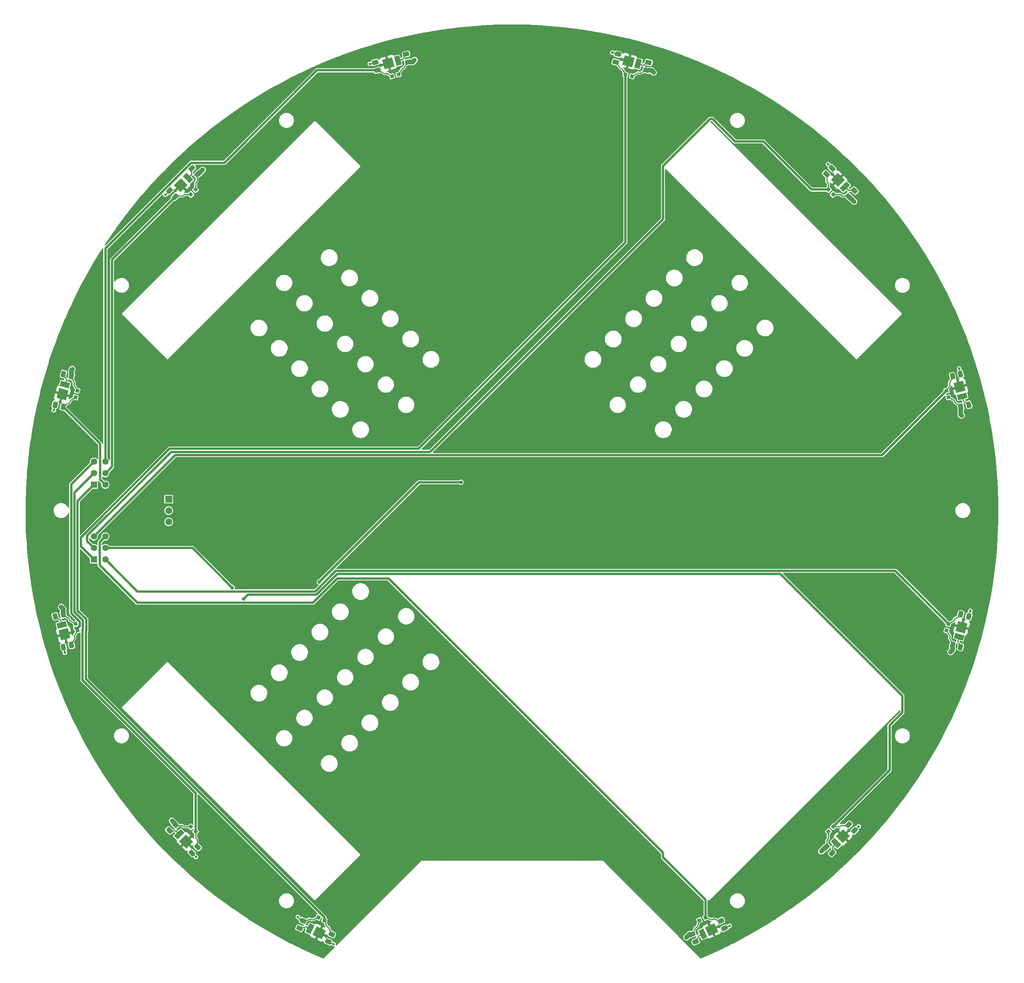
<source format=gbr>
%TF.GenerationSoftware,KiCad,Pcbnew,(6.0.9)*%
%TF.CreationDate,2023-07-09T09:41:20+10:00*%
%TF.ProjectId,Line 2.4,4c696e65-2032-42e3-942e-6b696361645f,rev?*%
%TF.SameCoordinates,Original*%
%TF.FileFunction,Copper,L2,Bot*%
%TF.FilePolarity,Positive*%
%FSLAX46Y46*%
G04 Gerber Fmt 4.6, Leading zero omitted, Abs format (unit mm)*
G04 Created by KiCad (PCBNEW (6.0.9)) date 2023-07-09 09:41:20*
%MOMM*%
%LPD*%
G01*
G04 APERTURE LIST*
G04 Aperture macros list*
%AMRoundRect*
0 Rectangle with rounded corners*
0 $1 Rounding radius*
0 $2 $3 $4 $5 $6 $7 $8 $9 X,Y pos of 4 corners*
0 Add a 4 corners polygon primitive as box body*
4,1,4,$2,$3,$4,$5,$6,$7,$8,$9,$2,$3,0*
0 Add four circle primitives for the rounded corners*
1,1,$1+$1,$2,$3*
1,1,$1+$1,$4,$5*
1,1,$1+$1,$6,$7*
1,1,$1+$1,$8,$9*
0 Add four rect primitives between the rounded corners*
20,1,$1+$1,$2,$3,$4,$5,0*
20,1,$1+$1,$4,$5,$6,$7,0*
20,1,$1+$1,$6,$7,$8,$9,0*
20,1,$1+$1,$8,$9,$2,$3,0*%
%AMRotRect*
0 Rectangle, with rotation*
0 The origin of the aperture is its center*
0 $1 length*
0 $2 width*
0 $3 Rotation angle, in degrees counterclockwise*
0 Add horizontal line*
21,1,$1,$2,0,0,$3*%
G04 Aperture macros list end*
%TA.AperFunction,ComponentPad*%
%ADD10R,1.398000X1.398000*%
%TD*%
%TA.AperFunction,ComponentPad*%
%ADD11C,1.398000*%
%TD*%
%TA.AperFunction,ComponentPad*%
%ADD12R,1.508000X1.508000*%
%TD*%
%TA.AperFunction,ComponentPad*%
%ADD13C,1.508000*%
%TD*%
%TA.AperFunction,SMDPad,CuDef*%
%ADD14RoundRect,0.250000X0.370024X0.366727X-0.137087X0.502607X-0.370024X-0.366727X0.137087X-0.502607X0*%
%TD*%
%TA.AperFunction,SMDPad,CuDef*%
%ADD15RoundRect,0.250000X-0.370024X-0.366727X0.137087X-0.502607X0.370024X0.366727X-0.137087X0.502607X0*%
%TD*%
%TA.AperFunction,SMDPad,CuDef*%
%ADD16RoundRect,0.250000X-0.366727X0.370024X-0.502607X-0.137087X0.366727X-0.370024X0.502607X0.137087X0*%
%TD*%
%TA.AperFunction,SMDPad,CuDef*%
%ADD17RoundRect,0.250000X0.503814X0.132583X0.132583X0.503814X-0.503814X-0.132583X-0.132583X-0.503814X0*%
%TD*%
%TA.AperFunction,SMDPad,CuDef*%
%ADD18RotRect,0.800000X0.800000X135.000000*%
%TD*%
%TA.AperFunction,SMDPad,CuDef*%
%ADD19RoundRect,0.250000X-0.137087X-0.502607X0.370024X-0.366727X0.137087X0.502607X-0.370024X0.366727X0*%
%TD*%
%TA.AperFunction,SMDPad,CuDef*%
%ADD20RoundRect,0.250000X0.518776X-0.047728X0.296901X0.428084X-0.518776X0.047728X-0.296901X-0.428084X0*%
%TD*%
%TA.AperFunction,SMDPad,CuDef*%
%ADD21RoundRect,0.250000X-0.296901X0.428084X-0.518776X-0.047728X0.296901X-0.428084X0.518776X0.047728X0*%
%TD*%
%TA.AperFunction,SMDPad,CuDef*%
%ADD22RotRect,0.800000X0.800000X195.000000*%
%TD*%
%TA.AperFunction,SMDPad,CuDef*%
%ADD23RotRect,2.257400X2.108200X15.000000*%
%TD*%
%TA.AperFunction,SMDPad,CuDef*%
%ADD24RotRect,1.190600X2.108200X15.000000*%
%TD*%
%TA.AperFunction,SMDPad,CuDef*%
%ADD25RoundRect,0.250000X-0.503814X-0.132583X-0.132583X-0.503814X0.503814X0.132583X0.132583X0.503814X0*%
%TD*%
%TA.AperFunction,SMDPad,CuDef*%
%ADD26RoundRect,0.250000X0.296901X-0.428084X0.518776X0.047728X-0.296901X0.428084X-0.518776X-0.047728X0*%
%TD*%
%TA.AperFunction,SMDPad,CuDef*%
%ADD27RoundRect,0.250000X0.132583X-0.503814X0.503814X-0.132583X-0.132583X0.503814X-0.503814X0.132583X0*%
%TD*%
%TA.AperFunction,SMDPad,CuDef*%
%ADD28RotRect,2.257400X2.108200X285.000000*%
%TD*%
%TA.AperFunction,SMDPad,CuDef*%
%ADD29RotRect,1.190600X2.108200X285.000000*%
%TD*%
%TA.AperFunction,SMDPad,CuDef*%
%ADD30RoundRect,0.250000X-0.518776X0.047728X-0.296901X-0.428084X0.518776X-0.047728X0.296901X0.428084X0*%
%TD*%
%TA.AperFunction,SMDPad,CuDef*%
%ADD31RotRect,2.257400X2.108200X45.000000*%
%TD*%
%TA.AperFunction,SMDPad,CuDef*%
%ADD32RotRect,1.190600X2.108200X45.000000*%
%TD*%
%TA.AperFunction,SMDPad,CuDef*%
%ADD33RoundRect,0.250000X0.366727X-0.370024X0.502607X0.137087X-0.366727X0.370024X-0.502607X-0.137087X0*%
%TD*%
%TA.AperFunction,SMDPad,CuDef*%
%ADD34RoundRect,0.250000X0.137087X0.502607X-0.370024X0.366727X-0.137087X-0.502607X0.370024X-0.366727X0*%
%TD*%
%TA.AperFunction,SMDPad,CuDef*%
%ADD35RotRect,0.800000X0.800000X285.000000*%
%TD*%
%TA.AperFunction,SMDPad,CuDef*%
%ADD36RoundRect,0.250000X0.502607X-0.137087X0.366727X0.370024X-0.502607X0.137087X-0.366727X-0.370024X0*%
%TD*%
%TA.AperFunction,SMDPad,CuDef*%
%ADD37RotRect,2.257400X2.108200X205.000000*%
%TD*%
%TA.AperFunction,SMDPad,CuDef*%
%ADD38RotRect,1.190600X2.108200X205.000000*%
%TD*%
%TA.AperFunction,SMDPad,CuDef*%
%ADD39RotRect,0.800000X0.800000X105.000000*%
%TD*%
%TA.AperFunction,SMDPad,CuDef*%
%ADD40RoundRect,0.250000X-0.132583X0.503814X-0.503814X0.132583X0.132583X-0.503814X0.503814X-0.132583X0*%
%TD*%
%TA.AperFunction,SMDPad,CuDef*%
%ADD41RotRect,2.257400X2.108200X345.000000*%
%TD*%
%TA.AperFunction,SMDPad,CuDef*%
%ADD42RotRect,1.190600X2.108200X345.000000*%
%TD*%
%TA.AperFunction,SMDPad,CuDef*%
%ADD43RotRect,0.800000X0.800000X315.000000*%
%TD*%
%TA.AperFunction,SMDPad,CuDef*%
%ADD44RoundRect,0.250000X-0.502607X0.137087X-0.366727X-0.370024X0.502607X-0.137087X0.366727X0.370024X0*%
%TD*%
%TA.AperFunction,SMDPad,CuDef*%
%ADD45RotRect,0.800000X0.800000X165.000000*%
%TD*%
%TA.AperFunction,SMDPad,CuDef*%
%ADD46RotRect,0.800000X0.800000X225.000000*%
%TD*%
%TA.AperFunction,SMDPad,CuDef*%
%ADD47RotRect,2.257400X2.108200X105.000000*%
%TD*%
%TA.AperFunction,SMDPad,CuDef*%
%ADD48RotRect,1.190600X2.108200X105.000000*%
%TD*%
%TA.AperFunction,SMDPad,CuDef*%
%ADD49RotRect,0.800000X0.800000X255.000000*%
%TD*%
%TA.AperFunction,SMDPad,CuDef*%
%ADD50RotRect,2.257400X2.108200X155.000000*%
%TD*%
%TA.AperFunction,SMDPad,CuDef*%
%ADD51RotRect,1.190600X2.108200X155.000000*%
%TD*%
%TA.AperFunction,SMDPad,CuDef*%
%ADD52RotRect,2.257400X2.108200X255.000000*%
%TD*%
%TA.AperFunction,SMDPad,CuDef*%
%ADD53RotRect,1.190600X2.108200X255.000000*%
%TD*%
%TA.AperFunction,SMDPad,CuDef*%
%ADD54RotRect,0.800000X0.800000X75.000000*%
%TD*%
%TA.AperFunction,SMDPad,CuDef*%
%ADD55RotRect,0.800000X0.800000X45.000000*%
%TD*%
%TA.AperFunction,SMDPad,CuDef*%
%ADD56RotRect,2.257400X2.108200X225.000000*%
%TD*%
%TA.AperFunction,SMDPad,CuDef*%
%ADD57RotRect,1.190600X2.108200X225.000000*%
%TD*%
%TA.AperFunction,SMDPad,CuDef*%
%ADD58RotRect,2.257400X2.108200X75.000000*%
%TD*%
%TA.AperFunction,SMDPad,CuDef*%
%ADD59RotRect,1.190600X2.108200X75.000000*%
%TD*%
%TA.AperFunction,SMDPad,CuDef*%
%ADD60RotRect,2.257400X2.108200X135.000000*%
%TD*%
%TA.AperFunction,SMDPad,CuDef*%
%ADD61RotRect,1.190600X2.108200X135.000000*%
%TD*%
%TA.AperFunction,SMDPad,CuDef*%
%ADD62RotRect,2.257400X2.108200X315.000000*%
%TD*%
%TA.AperFunction,SMDPad,CuDef*%
%ADD63RotRect,1.190600X2.108200X315.000000*%
%TD*%
%TA.AperFunction,SMDPad,CuDef*%
%ADD64RotRect,0.800000X0.800000X335.000000*%
%TD*%
%TA.AperFunction,SMDPad,CuDef*%
%ADD65RotRect,0.800000X0.800000X25.000000*%
%TD*%
%TA.AperFunction,ViaPad*%
%ADD66C,0.800000*%
%TD*%
%TA.AperFunction,ViaPad*%
%ADD67C,0.600000*%
%TD*%
%TA.AperFunction,Conductor*%
%ADD68C,0.500000*%
%TD*%
%TA.AperFunction,Conductor*%
%ADD69C,0.250000*%
%TD*%
%TA.AperFunction,Conductor*%
%ADD70C,1.000000*%
%TD*%
G04 APERTURE END LIST*
D10*
%TO.P,J2,1,1*%
%TO.N,/SEN7*%
X161230000Y-152290000D03*
D11*
%TO.P,J2,2,2*%
%TO.N,/SEN8*%
X161230000Y-149750000D03*
%TO.P,J2,3,3*%
%TO.N,/SEN9*%
X161230000Y-147210000D03*
%TO.P,J2,4,4*%
%TO.N,/SEN10*%
X163770000Y-152290000D03*
%TO.P,J2,5,5*%
%TO.N,/SEN11*%
X163770000Y-149750000D03*
%TO.P,J2,6,6*%
%TO.N,/SEN12*%
X163770000Y-147210000D03*
%TD*%
D12*
%TO.P,J3,1,1*%
%TO.N,+5V*%
X177750000Y-139000000D03*
D13*
%TO.P,J3,2,2*%
%TO.N,GND*%
X177750000Y-141500000D03*
%TO.P,J3,3,3*%
%TO.N,/LEDPWM*%
X177750000Y-144000000D03*
%TD*%
D10*
%TO.P,J1,1,1*%
%TO.N,/SEN1*%
X161230000Y-135790000D03*
D11*
%TO.P,J1,2,2*%
%TO.N,/SEN2*%
X161230000Y-133250000D03*
%TO.P,J1,3,3*%
%TO.N,/SEN3*%
X161230000Y-130710000D03*
%TO.P,J1,4,4*%
%TO.N,/SEN4*%
X163770000Y-135790000D03*
%TO.P,J1,5,5*%
%TO.N,/SEN5*%
X163770000Y-133250000D03*
%TO.P,J1,6,6*%
%TO.N,/SEN6*%
X163770000Y-130710000D03*
%TD*%
D14*
%TO.P,R7,1*%
%TO.N,+5V*%
X156282969Y-111824694D03*
%TO.P,R7,2*%
%TO.N,Net-(LED4-Pad2)*%
X154520155Y-111352350D03*
%TD*%
D15*
%TO.P,R19,1*%
%TO.N,+5V*%
X350717031Y-171175306D03*
%TO.P,R19,2*%
%TO.N,Net-(LED10-Pad2)*%
X352479845Y-171647650D03*
%TD*%
D16*
%TO.P,R14,1*%
%TO.N,GND*%
X276884383Y-40705329D03*
%TO.P,R14,2*%
%TO.N,/SEN7*%
X276412039Y-42468143D03*
%TD*%
D17*
%TO.P,R22,1*%
%TO.N,GND*%
X329098554Y-212148806D03*
%TO.P,R22,2*%
%TO.N,/SEN11*%
X327808084Y-210858336D03*
%TD*%
D18*
%TO.P,A8,1*%
%TO.N,+5V*%
X324387455Y-71673205D03*
%TO.P,A8,2*%
%TO.N,/SEN8*%
X323326795Y-70612545D03*
%TD*%
D19*
%TO.P,R6,1*%
%TO.N,GND*%
X154517063Y-171645865D03*
%TO.P,R6,2*%
%TO.N,/SEN3*%
X156279877Y-171173521D03*
%TD*%
D20*
%TO.P,R24,1*%
%TO.N,GND*%
X300376088Y-233744390D03*
%TO.P,R24,2*%
%TO.N,/SEN12*%
X299604810Y-232090378D03*
%TD*%
D21*
%TO.P,R1,1*%
%TO.N,+5V*%
X207393968Y-232087022D03*
%TO.P,R1,2*%
%TO.N,Net-(LED1-Pad2)*%
X206622690Y-233741034D03*
%TD*%
D22*
%TO.P,A6,1*%
%TO.N,+5V*%
X228471949Y-45196266D03*
%TO.P,A6,2*%
%TO.N,/SEN6*%
X227023061Y-45584494D03*
%TD*%
D23*
%TO.P,LED6,1*%
%TO.N,/MSFTDRN*%
X226175222Y-42705844D03*
D24*
%TO.P,LED6,2*%
%TO.N,Net-(LED6-Pad2)*%
X228282099Y-42141308D03*
%TD*%
D25*
%TO.P,R21,1*%
%TO.N,+5V*%
X322854765Y-215808084D03*
%TO.P,R21,2*%
%TO.N,Net-(LED11-Pad2)*%
X324145235Y-217098554D03*
%TD*%
D26*
%TO.P,R2,1*%
%TO.N,GND*%
X212968067Y-236702718D03*
%TO.P,R2,2*%
%TO.N,/SEN1*%
X213739345Y-235048706D03*
%TD*%
D27*
%TO.P,R15,1*%
%TO.N,+5V*%
X327808084Y-72145235D03*
%TO.P,R15,2*%
%TO.N,Net-(LED8-Pad2)*%
X329098554Y-70854765D03*
%TD*%
D28*
%TO.P,LED9,1*%
%TO.N,/MSFTDRN*%
X352294156Y-114175222D03*
D29*
%TO.P,LED9,2*%
%TO.N,Net-(LED9-Pad2)*%
X352858692Y-116282099D03*
%TD*%
D30*
%TO.P,R23,1*%
%TO.N,+5V*%
X293257300Y-235047485D03*
%TO.P,R23,2*%
%TO.N,Net-(LED12-Pad2)*%
X294028578Y-236701497D03*
%TD*%
D31*
%TO.P,LED5,1*%
%TO.N,/MSFTDRN*%
X180438970Y-69604140D03*
D32*
%TO.P,LED5,2*%
%TO.N,Net-(LED5-Pad2)*%
X181981311Y-68061799D03*
%TD*%
D33*
%TO.P,R13,1*%
%TO.N,+5V*%
X283175306Y-44282969D03*
%TO.P,R13,2*%
%TO.N,Net-(LED7-Pad2)*%
X283647650Y-42520155D03*
%TD*%
D34*
%TO.P,R5,1*%
%TO.N,+5V*%
X154469929Y-164408947D03*
%TO.P,R5,2*%
%TO.N,Net-(LED3-Pad2)*%
X152707115Y-164881291D03*
%TD*%
D35*
%TO.P,A3,1*%
%TO.N,+5V*%
X157196266Y-166528051D03*
%TO.P,A3,2*%
%TO.N,/SEN3*%
X157584494Y-167976939D03*
%TD*%
D36*
%TO.P,R11,1*%
%TO.N,+5V*%
X230591053Y-42469929D03*
%TO.P,R11,2*%
%TO.N,Net-(LED6-Pad2)*%
X230118709Y-40707115D03*
%TD*%
D15*
%TO.P,R8,1*%
%TO.N,GND*%
X152705329Y-118115617D03*
%TO.P,R8,2*%
%TO.N,/SEN4*%
X154468143Y-118587961D03*
%TD*%
D37*
%TO.P,LED12,1*%
%TO.N,/MSFTDRN*%
X297565079Y-234048353D03*
D38*
%TO.P,LED12,2*%
%TO.N,Net-(LED12-Pad2)*%
X295588240Y-234970168D03*
%TD*%
D39*
%TO.P,A9,1*%
%TO.N,+5V*%
X349803734Y-116471949D03*
%TO.P,A9,2*%
%TO.N,/SEN9*%
X349415506Y-115023061D03*
%TD*%
D40*
%TO.P,R3,1*%
%TO.N,+5V*%
X179191916Y-210854765D03*
%TO.P,R3,2*%
%TO.N,Net-(LED2-Pad2)*%
X177901446Y-212145235D03*
%TD*%
D41*
%TO.P,LED7,1*%
%TO.N,/MSFTDRN*%
X279233126Y-42279362D03*
D42*
%TO.P,LED7,2*%
%TO.N,Net-(LED7-Pad2)*%
X281340003Y-42843898D03*
%TD*%
D43*
%TO.P,A2,1*%
%TO.N,+5V*%
X182612545Y-211326795D03*
%TO.P,A2,2*%
%TO.N,/SEN2*%
X183673205Y-212387455D03*
%TD*%
D44*
%TO.P,R12,1*%
%TO.N,GND*%
X223354135Y-42517063D03*
%TO.P,R12,2*%
%TO.N,/SEN6*%
X223826479Y-44279877D03*
%TD*%
D45*
%TO.P,A7,1*%
%TO.N,+5V*%
X279976939Y-45584494D03*
%TO.P,A7,2*%
%TO.N,/SEN7*%
X278528051Y-45196266D03*
%TD*%
D46*
%TO.P,A5,1*%
%TO.N,+5V*%
X183673205Y-70612545D03*
%TO.P,A5,2*%
%TO.N,/SEN5*%
X182612545Y-71673205D03*
%TD*%
D14*
%TO.P,R20,1*%
%TO.N,GND*%
X354294671Y-164884383D03*
%TO.P,R20,2*%
%TO.N,/SEN10*%
X352531857Y-164412039D03*
%TD*%
D27*
%TO.P,R4,1*%
%TO.N,GND*%
X182851194Y-217098554D03*
%TO.P,R4,2*%
%TO.N,/SEN2*%
X184141664Y-215808084D03*
%TD*%
D17*
%TO.P,R9,1*%
%TO.N,+5V*%
X184145235Y-67191916D03*
%TO.P,R9,2*%
%TO.N,Net-(LED5-Pad2)*%
X182854765Y-65901446D03*
%TD*%
D47*
%TO.P,LED3,1*%
%TO.N,/MSFTDRN*%
X154705844Y-168824778D03*
D48*
%TO.P,LED3,2*%
%TO.N,Net-(LED3-Pad2)*%
X154141308Y-166717901D03*
%TD*%
D19*
%TO.P,R17,1*%
%TO.N,+5V*%
X352530071Y-118591053D03*
%TO.P,R17,2*%
%TO.N,Net-(LED9-Pad2)*%
X354292885Y-118118709D03*
%TD*%
D49*
%TO.P,A4,1*%
%TO.N,+5V*%
X157584494Y-115023061D03*
%TO.P,A4,2*%
%TO.N,/SEN4*%
X157196266Y-116471949D03*
%TD*%
D25*
%TO.P,R10,1*%
%TO.N,GND*%
X177901446Y-70851194D03*
%TO.P,R10,2*%
%TO.N,/SEN5*%
X179191916Y-72141664D03*
%TD*%
D50*
%TO.P,LED1,1*%
%TO.N,/MSFTDRN*%
X210928335Y-234744743D03*
D51*
%TO.P,LED1,2*%
%TO.N,Net-(LED1-Pad2)*%
X208951496Y-233822928D03*
%TD*%
D52*
%TO.P,LED10,1*%
%TO.N,/MSFTDRN*%
X352720638Y-167233126D03*
D53*
%TO.P,LED10,2*%
%TO.N,Net-(LED10-Pad2)*%
X352156102Y-169340003D03*
%TD*%
D54*
%TO.P,A10,1*%
%TO.N,+5V*%
X349415506Y-167976939D03*
%TO.P,A10,2*%
%TO.N,/SEN10*%
X349803734Y-166528051D03*
%TD*%
D55*
%TO.P,A11,1*%
%TO.N,+5V*%
X323326795Y-212387455D03*
%TO.P,A11,2*%
%TO.N,/SEN11*%
X324387455Y-211326795D03*
%TD*%
D34*
%TO.P,R18,1*%
%TO.N,GND*%
X352482937Y-111354135D03*
%TO.P,R18,2*%
%TO.N,/SEN9*%
X350720123Y-111826479D03*
%TD*%
D56*
%TO.P,LED11,1*%
%TO.N,/MSFTDRN*%
X326561030Y-213395860D03*
D57*
%TO.P,LED11,2*%
%TO.N,Net-(LED11-Pad2)*%
X325018689Y-214938201D03*
%TD*%
D58*
%TO.P,LED4,1*%
%TO.N,/MSFTDRN*%
X154279362Y-115766874D03*
D59*
%TO.P,LED4,2*%
%TO.N,Net-(LED4-Pad2)*%
X154843898Y-113659997D03*
%TD*%
D60*
%TO.P,LED2,1*%
%TO.N,/MSFTDRN*%
X181604140Y-214561030D03*
D61*
%TO.P,LED2,2*%
%TO.N,Net-(LED2-Pad2)*%
X180061799Y-213018689D03*
%TD*%
D40*
%TO.P,R16,1*%
%TO.N,GND*%
X324148806Y-65901446D03*
%TO.P,R16,2*%
%TO.N,/SEN8*%
X322858336Y-67191916D03*
%TD*%
D62*
%TO.P,LED8,1*%
%TO.N,/MSFTDRN*%
X325395860Y-68438970D03*
D63*
%TO.P,LED8,2*%
%TO.N,Net-(LED8-Pad2)*%
X326938201Y-69981311D03*
%TD*%
D64*
%TO.P,A1,1*%
%TO.N,+5V*%
X210769752Y-231360661D03*
%TO.P,A1,2*%
%TO.N,/SEN1*%
X212129214Y-231994589D03*
%TD*%
D65*
%TO.P,A12,1*%
%TO.N,+5V*%
X294870786Y-231994589D03*
%TO.P,A12,2*%
%TO.N,/SEN12*%
X296230248Y-231360661D03*
%TD*%
D66*
%TO.N,/SEN11*%
X191750000Y-158500000D03*
X194250000Y-161000000D03*
D67*
%TO.N,+5V*%
X185250000Y-66250000D03*
X156500000Y-110250000D03*
X232000000Y-42000000D03*
X352750000Y-120500000D03*
X329000000Y-73250000D03*
X321750000Y-216750000D03*
X206250000Y-231250000D03*
X178500000Y-210000000D03*
X284750000Y-44750000D03*
X154000000Y-162750000D03*
X292000000Y-235750000D03*
X350250000Y-172750000D03*
%TO.N,GND*%
X177000000Y-71750000D03*
X275655272Y-40374057D03*
X183750000Y-218000000D03*
X354625943Y-163655272D03*
X301530580Y-233208101D03*
X214120981Y-237242390D03*
X152374057Y-119344728D03*
X352155272Y-110124057D03*
X222124057Y-42844728D03*
X154844728Y-172875943D03*
X330000000Y-211250000D03*
X323250000Y-65000000D03*
%TO.N,/MSFTDRN*%
X251250000Y-136250000D03*
X251000000Y-135250000D03*
X250000000Y-135000000D03*
X251000000Y-137250000D03*
X250000000Y-137500000D03*
D66*
%TO.N,/LEDPWM*%
X211000000Y-157250000D03*
X242250000Y-135250000D03*
%TD*%
D68*
%TO.N,/SEN1*%
X159500000Y-178729465D02*
X159500000Y-168041331D01*
X159536164Y-168005168D02*
X159536164Y-165478911D01*
D69*
X213739345Y-235048706D02*
X213557772Y-234964037D01*
D68*
X212129214Y-231358679D02*
X159500000Y-178729465D01*
D69*
X212611718Y-233320260D02*
X212129213Y-231994589D01*
D68*
X159500000Y-168041331D02*
X159536164Y-168005168D01*
D69*
X213030576Y-233515577D02*
X212611719Y-233320261D01*
D68*
X157650000Y-163592747D02*
X157650000Y-139370000D01*
D69*
X213557772Y-234964038D02*
X213030575Y-233515577D01*
D68*
X212129214Y-231994589D02*
X212129214Y-231358679D01*
X159536164Y-165478911D02*
X157650000Y-163592747D01*
X157650000Y-139370000D02*
X161230000Y-135790000D01*
%TO.N,/SEN2*%
X183673205Y-212387455D02*
X183673205Y-203892620D01*
X156950000Y-137530000D02*
X161230000Y-133250000D01*
X158836164Y-167715219D02*
X158836164Y-165768861D01*
X183673205Y-203892620D02*
X158750000Y-178969415D01*
X158750000Y-178969415D02*
X158750000Y-167801383D01*
D69*
X184141664Y-215808084D02*
X184000000Y-215666420D01*
X184000000Y-214125001D02*
X183673205Y-213798206D01*
D68*
X156950000Y-163882697D02*
X156950000Y-137530000D01*
X158750000Y-167801383D02*
X158836164Y-167715219D01*
X158836164Y-165768861D02*
X156950000Y-163882697D01*
D69*
X183673205Y-213798205D02*
X183673205Y-212387455D01*
X183999999Y-215666420D02*
X183999999Y-214125000D01*
D68*
%TO.N,/SEN3*%
X158136164Y-166058811D02*
X156250000Y-164172647D01*
X157075504Y-167467949D02*
X157665506Y-167467949D01*
X158136164Y-166997291D02*
X158136164Y-166058811D01*
D69*
X156279877Y-171173520D02*
X156228024Y-170980003D01*
X156228024Y-170980003D02*
X156998734Y-169645094D01*
D68*
X156250000Y-135690000D02*
X161230000Y-130710000D01*
X156250000Y-164172647D02*
X156250000Y-135690000D01*
D69*
X156879119Y-169198685D02*
X157584494Y-167976940D01*
D68*
X157665506Y-167467949D02*
X158136164Y-166997291D01*
X157584494Y-167976939D02*
X157075504Y-167467949D01*
D69*
X156998734Y-169645096D02*
X156879119Y-169198686D01*
%TO.N,/SEN4*%
X154468144Y-118587961D02*
X154519997Y-118394444D01*
D68*
X154468143Y-118587961D02*
X162621000Y-126740818D01*
X162621000Y-134641000D02*
X163770000Y-135790000D01*
D69*
X155974520Y-117177324D02*
X157196265Y-116471949D01*
D68*
X162621000Y-126740818D02*
X162621000Y-134641000D01*
D69*
X155854904Y-117623735D02*
X155974519Y-117177325D01*
X154519996Y-118394444D02*
X155854905Y-117623734D01*
%TO.N,/SEN5*%
X181201795Y-71673205D02*
X182612545Y-71673205D01*
D68*
X179191916Y-72165664D02*
X165250000Y-86107580D01*
X165250000Y-131794000D02*
X163770000Y-133274000D01*
X165250000Y-86107580D02*
X165250000Y-131794000D01*
D69*
X179191916Y-72141664D02*
X179333580Y-72000000D01*
X180874999Y-72000000D02*
X181201794Y-71673205D01*
X179333580Y-71999999D02*
X180875000Y-71999999D01*
D68*
%TO.N,/SEN6*%
X210470123Y-44279877D02*
X223826479Y-44279877D01*
D69*
X224019997Y-44228024D02*
X225354906Y-44998734D01*
X225801315Y-44879119D02*
X227023060Y-45584494D01*
D68*
X190052368Y-64697632D02*
X210470123Y-44279877D01*
D69*
X225354904Y-44998734D02*
X225801314Y-44879119D01*
D68*
X163770000Y-83621459D02*
X182693827Y-64697632D01*
X163770000Y-130710000D02*
X163770000Y-83621459D01*
D69*
X223826480Y-44279877D02*
X224019997Y-44228024D01*
D68*
X182693827Y-64697632D02*
X190052368Y-64697632D01*
D69*
%TO.N,/SEN7*%
X277376265Y-43854904D02*
X277822675Y-43974519D01*
X277822676Y-43974520D02*
X278528051Y-45196265D01*
D68*
X232900000Y-127850000D02*
X177975118Y-127850000D01*
X278528051Y-82221949D02*
X232900000Y-127850000D01*
X158350000Y-149410000D02*
X161230000Y-152290000D01*
D69*
X276605556Y-42519996D02*
X277376266Y-43854905D01*
X276412039Y-42468144D02*
X276605556Y-42519997D01*
D68*
X158350000Y-147475118D02*
X158350000Y-149410000D01*
X278528051Y-45196266D02*
X278528051Y-82221949D01*
X177975118Y-127850000D02*
X158350000Y-147475118D01*
%TO.N,/SEN8*%
X309000000Y-60000000D02*
X302750000Y-60000000D01*
X297750000Y-55000000D02*
X297220039Y-55000000D01*
D69*
X323326795Y-69201795D02*
X323326795Y-70612545D01*
X322858336Y-67191916D02*
X323000000Y-67333580D01*
D68*
X235450000Y-128550000D02*
X178265068Y-128550000D01*
X286837572Y-77162428D02*
X235450000Y-128550000D01*
X178265068Y-128550000D02*
X159750000Y-147065068D01*
X286837572Y-65382467D02*
X286837572Y-77162428D01*
X297220039Y-55000000D02*
X286837572Y-65382467D01*
X319612545Y-70612545D02*
X309000000Y-60000000D01*
X159750000Y-147065068D02*
X159750000Y-148270000D01*
X323326795Y-70612545D02*
X319612545Y-70612545D01*
X159750000Y-148270000D02*
X161230000Y-149750000D01*
D69*
X323000000Y-68874999D02*
X323326795Y-69201794D01*
X323000001Y-67333580D02*
X323000001Y-68875000D01*
D68*
X302750000Y-60000000D02*
X297750000Y-55000000D01*
D69*
%TO.N,/SEN9*%
X350771976Y-112019997D02*
X350001266Y-113354906D01*
X350120881Y-113801315D02*
X349415506Y-115023060D01*
X350720123Y-111826480D02*
X350771976Y-112019997D01*
D68*
X179190000Y-129250000D02*
X161230000Y-147210000D01*
D69*
X350001266Y-113354904D02*
X350120881Y-113801314D01*
D68*
X335188567Y-129250000D02*
X179190000Y-129250000D01*
X349415506Y-115023061D02*
X335188567Y-129250000D01*
D69*
%TO.N,/SEN10*%
X351145096Y-165376265D02*
X351025481Y-165822675D01*
X352480004Y-164605556D02*
X351145095Y-165376266D01*
D68*
X349803734Y-166528051D02*
X338085683Y-154810000D01*
D69*
X351025480Y-165822676D02*
X349803735Y-166528051D01*
X352531856Y-164412039D02*
X352480003Y-164605556D01*
D68*
X338085683Y-154810000D02*
X214642082Y-154810000D01*
X170830000Y-159350000D02*
X163770000Y-152290000D01*
X214642082Y-154810000D02*
X210102082Y-159350000D01*
X210102082Y-159350000D02*
X170830000Y-159350000D01*
%TO.N,/SEN11*%
X214932032Y-155510000D02*
X312760000Y-155510000D01*
X336835047Y-188914953D02*
X336835047Y-198879203D01*
X336835047Y-198879203D02*
X324387455Y-211326795D01*
D69*
X327808084Y-210858336D02*
X327666420Y-211000000D01*
X325798205Y-211326795D02*
X324387455Y-211326795D01*
D68*
X194250000Y-161000000D02*
X195200000Y-160050000D01*
X339663474Y-186086526D02*
X336835047Y-188914953D01*
X195200000Y-160050000D02*
X210392032Y-160050000D01*
D69*
X326125001Y-211000000D02*
X325798206Y-211326795D01*
X327666420Y-211000001D02*
X326125000Y-211000001D01*
D68*
X339663474Y-182413474D02*
X339663474Y-186086526D01*
X183000000Y-149750000D02*
X163770000Y-149750000D01*
X210392032Y-160050000D02*
X214932032Y-155510000D01*
X312760000Y-155510000D02*
X339663474Y-182413474D01*
X191750000Y-158500000D02*
X183000000Y-149750000D01*
%TO.N,/SEN12*%
X214931982Y-156500000D02*
X209581982Y-161850000D01*
D69*
X297974778Y-231647850D02*
X297555921Y-231843166D01*
D68*
X209581982Y-161850000D02*
X170790000Y-161850000D01*
D69*
X297555919Y-231843166D02*
X296230248Y-231360661D01*
X299423237Y-232175048D02*
X297974776Y-231647851D01*
D68*
X162500000Y-148480000D02*
X163770000Y-147210000D01*
X296230248Y-227480248D02*
X286837572Y-218087572D01*
X286837572Y-217087571D02*
X226250001Y-156500000D01*
X162500000Y-153560000D02*
X162500000Y-148480000D01*
X170790000Y-161850000D02*
X162500000Y-153560000D01*
X286837572Y-218087572D02*
X286837572Y-217087571D01*
X296230248Y-231360661D02*
X296230248Y-227480248D01*
X226250001Y-156500000D02*
X214931982Y-156500000D01*
D69*
X299604810Y-232090378D02*
X299423237Y-232175047D01*
%TO.N,+5V*%
X207580118Y-232173825D02*
X208907762Y-231690602D01*
X179337151Y-211000000D02*
X180750000Y-211000000D01*
X293443449Y-234960682D02*
X293926672Y-233633038D01*
X283175306Y-44282971D02*
X282976911Y-44229811D01*
D70*
X293257300Y-235047485D02*
X292702515Y-235047485D01*
D69*
X181076795Y-211326795D02*
X182612545Y-211326795D01*
X350770190Y-170976911D02*
X350063766Y-169753348D01*
D70*
X284282969Y-44282969D02*
X284750000Y-44750000D01*
D69*
X156936234Y-113246652D02*
X156816619Y-113693062D01*
X180750000Y-211000000D02*
X181076795Y-211326795D01*
D70*
X154469929Y-164408947D02*
X154469929Y-163219929D01*
D69*
X293926672Y-233633038D02*
X294345529Y-233437722D01*
X322854764Y-215808084D02*
X322999999Y-215662849D01*
X323326795Y-213923205D02*
X323326795Y-212387455D01*
D70*
X322691916Y-215808084D02*
X321750000Y-216750000D01*
D69*
X155746652Y-165313766D02*
X155866267Y-165760176D01*
X207393968Y-232087022D02*
X207087022Y-232087022D01*
X156816619Y-113693062D02*
X157584494Y-115023061D01*
X229239824Y-43866267D02*
X228471949Y-45196266D01*
X293257298Y-235047485D02*
X293443448Y-234960682D01*
X294345529Y-233437722D02*
X294870786Y-231994589D01*
X281753348Y-44936234D02*
X281306938Y-44816619D01*
D70*
X231530071Y-42469929D02*
X232000000Y-42000000D01*
D69*
X155866267Y-165760176D02*
X157196266Y-166528051D01*
X323000000Y-215662849D02*
X323000000Y-214250000D01*
D70*
X184145235Y-67191916D02*
X184308084Y-67191916D01*
D69*
X154523089Y-164607341D02*
X155746652Y-165313765D01*
X183673205Y-69076795D02*
X183673205Y-70612545D01*
D70*
X230591053Y-42469929D02*
X231530071Y-42469929D01*
D69*
X156229810Y-112023089D02*
X156936235Y-113246652D01*
X207087022Y-232087022D02*
X206250000Y-231250000D01*
X351133733Y-117239824D02*
X349803734Y-116471949D01*
X156282971Y-111824694D02*
X156229811Y-112023089D01*
X281306938Y-44816619D02*
X279976939Y-45584494D01*
D70*
X350717031Y-171175306D02*
X350717031Y-172282969D01*
D69*
X326250000Y-72000000D02*
X325923205Y-71673205D01*
X350063766Y-169753348D02*
X350183381Y-169306938D01*
D70*
X156282969Y-110467031D02*
X156500000Y-110250000D01*
X179191916Y-210691916D02*
X178500000Y-210000000D01*
D69*
X325923205Y-71673205D02*
X324387455Y-71673205D01*
X184000000Y-67337151D02*
X184000000Y-68750000D01*
D70*
X327808084Y-72145235D02*
X327895235Y-72145235D01*
X352530071Y-118591053D02*
X352530071Y-120280071D01*
D69*
X207393968Y-232087022D02*
X207580118Y-232173825D01*
X229686234Y-43746652D02*
X229239824Y-43866267D01*
X352476911Y-118392659D02*
X351253348Y-117686235D01*
X184000000Y-68750000D02*
X183673205Y-69076795D01*
X230392659Y-42523089D02*
X229686234Y-43746652D01*
X184145236Y-67191916D02*
X184000001Y-67337151D01*
D70*
X322854765Y-215808084D02*
X322691916Y-215808084D01*
X352530071Y-120280071D02*
X352750000Y-120500000D01*
D69*
X208907762Y-231690603D02*
X209326619Y-231885919D01*
D70*
X350717031Y-172282969D02*
X350250000Y-172750000D01*
D69*
X351253348Y-117686234D02*
X351133733Y-117239824D01*
X154469930Y-164408945D02*
X154523090Y-164607340D01*
D70*
X184308084Y-67191916D02*
X185250000Y-66250000D01*
D69*
X350183381Y-169306938D02*
X349415506Y-167976939D01*
X179191916Y-210854764D02*
X179337151Y-210999999D01*
X327808084Y-72145236D02*
X327662849Y-72000001D01*
X350717029Y-171175306D02*
X350770189Y-170976911D01*
D70*
X292702515Y-235047485D02*
X292000000Y-235750000D01*
D69*
X282976911Y-44229810D02*
X281753348Y-44936234D01*
X209326619Y-231885919D02*
X210769752Y-231360662D01*
X327662849Y-72000000D02*
X326250000Y-72000000D01*
D70*
X154469929Y-163219929D02*
X154000000Y-162750000D01*
X156282969Y-111824694D02*
X156282969Y-110467031D01*
D69*
X230591055Y-42469930D02*
X230392660Y-42523090D01*
D70*
X283175306Y-44282969D02*
X284282969Y-44282969D01*
X327895235Y-72145235D02*
X329000000Y-73250000D01*
D69*
X352530070Y-118591055D02*
X352476910Y-118392660D01*
D70*
X179191916Y-210854765D02*
X179191916Y-210691916D01*
D69*
X323000000Y-214250000D02*
X323326795Y-213923205D01*
%TO.N,GND*%
X329101194Y-212148806D02*
X330000000Y-211250000D01*
X154515742Y-171648152D02*
X154844728Y-172875944D01*
X324148806Y-65898806D02*
X323250000Y-65000000D01*
X223351848Y-42515742D02*
X222124056Y-42844728D01*
X354296958Y-164883064D02*
X354625944Y-163655272D01*
X212968970Y-236705199D02*
X214120981Y-237242391D01*
X152703042Y-118116936D02*
X152374056Y-119344728D01*
X177898806Y-70851194D02*
X177000000Y-71750000D01*
X276883064Y-40703042D02*
X275655272Y-40374056D01*
X182851194Y-217101194D02*
X183750000Y-218000000D01*
X182851194Y-217098554D02*
X182851194Y-217101194D01*
X300378569Y-233745293D02*
X301530580Y-233208101D01*
X352484258Y-111351848D02*
X352155272Y-110124056D01*
%TO.N,Net-(LED1-Pad2)*%
X206756969Y-233803649D02*
X206622690Y-233741034D01*
X207966258Y-233363504D02*
X206756969Y-233803649D01*
X208951497Y-233822928D02*
X207966258Y-233363504D01*
%TO.N,Net-(LED2-Pad2)*%
X179293110Y-212250000D02*
X178006212Y-212250000D01*
X180061799Y-213018689D02*
X179293109Y-212250000D01*
X178006211Y-212250000D02*
X177901446Y-212145235D01*
%TO.N,Net-(LED3-Pad2)*%
X152745461Y-165024403D02*
X152707114Y-164881291D01*
X153859948Y-165667852D02*
X152745462Y-165024403D01*
X154141308Y-166717901D02*
X153859947Y-165667852D01*
%TO.N,Net-(LED4-Pad2)*%
X155125258Y-112609948D02*
X154481809Y-111495462D01*
X154843898Y-113659997D02*
X155125257Y-112609947D01*
X154481808Y-111495461D02*
X154520155Y-111352349D01*
%TO.N,Net-(LED5-Pad2)*%
X182750000Y-66006211D02*
X182854765Y-65901446D01*
X181981311Y-68061799D02*
X182750000Y-67293109D01*
X182750000Y-67293110D02*
X182750000Y-66006212D01*
%TO.N,Net-(LED7-Pad2)*%
X281340003Y-42843898D02*
X282390053Y-43125257D01*
X283504539Y-42481808D02*
X283647651Y-42520155D01*
X282390052Y-43125258D02*
X283504538Y-42481809D01*
%TO.N,Net-(LED8-Pad2)*%
X328993789Y-70750000D02*
X329098554Y-70854765D01*
X326938201Y-69981311D02*
X327706891Y-70750000D01*
X327706890Y-70750000D02*
X328993788Y-70750000D01*
%TO.N,Net-(LED9-Pad2)*%
X352858692Y-116282099D02*
X353140053Y-117332148D01*
X354254539Y-117975597D02*
X354292886Y-118118709D01*
X353140052Y-117332148D02*
X354254538Y-117975597D01*
%TO.N,Net-(LED10-Pad2)*%
X351874742Y-170390052D02*
X352518191Y-171504538D01*
X352518192Y-171504539D02*
X352479845Y-171647651D01*
X352156102Y-169340003D02*
X351874743Y-170390053D01*
%TO.N,Net-(LED11-Pad2)*%
X324250000Y-216993789D02*
X324145235Y-217098554D01*
X324250000Y-215706890D02*
X324250000Y-216993788D01*
X325018689Y-214938201D02*
X324250000Y-215706891D01*
%TO.N,Net-(LED12-Pad2)*%
X294162856Y-236638882D02*
X294028577Y-236701497D01*
X295588240Y-234970168D02*
X294603001Y-235429593D01*
X294603002Y-235429592D02*
X294162857Y-236638881D01*
%TO.N,Net-(LED6-Pad2)*%
X229975597Y-40745461D02*
X230118709Y-40707114D01*
X229332148Y-41859948D02*
X229975597Y-40745462D01*
X228282099Y-42141308D02*
X229332148Y-41859947D01*
D68*
%TO.N,/LEDPWM*%
X233000000Y-135250000D02*
X242250000Y-135250000D01*
X211000000Y-157250000D02*
X233000000Y-135250000D01*
%TD*%
%TA.AperFunction,Conductor*%
%TO.N,/MSFTDRN*%
G36*
X254534772Y-34155499D02*
G01*
X256599134Y-34195257D01*
X256601559Y-34195327D01*
X258664772Y-34274827D01*
X258667196Y-34274944D01*
X260728499Y-34394158D01*
X260730920Y-34394322D01*
X262789499Y-34553201D01*
X262791916Y-34553411D01*
X264847053Y-34751900D01*
X264849466Y-34752156D01*
X266900463Y-34990187D01*
X266902870Y-34990490D01*
X268948853Y-35267964D01*
X268951254Y-35268313D01*
X270991572Y-35585140D01*
X270993966Y-35585536D01*
X272336389Y-35820548D01*
X273027725Y-35941577D01*
X273030086Y-35942014D01*
X275056671Y-36337162D01*
X275059048Y-36337649D01*
X277077647Y-36771746D01*
X277080014Y-36772279D01*
X278269884Y-37052234D01*
X279089905Y-37245170D01*
X279092234Y-37245743D01*
X281092584Y-37757232D01*
X281094862Y-37757837D01*
X283085121Y-38307784D01*
X283087407Y-38308440D01*
X283800458Y-38520330D01*
X285066581Y-38896572D01*
X285068900Y-38897285D01*
X286506644Y-39354832D01*
X287036436Y-39523433D01*
X287038726Y-39524186D01*
X288993840Y-40188105D01*
X288996130Y-40188908D01*
X289940816Y-40530130D01*
X290938045Y-40890331D01*
X290940272Y-40891160D01*
X291455728Y-41088644D01*
X292868383Y-41629869D01*
X292870640Y-41630759D01*
X294784102Y-42406431D01*
X294786342Y-42407364D01*
X296684550Y-43219752D01*
X296686771Y-43220728D01*
X298568985Y-44069516D01*
X298571187Y-44070535D01*
X300132704Y-44811210D01*
X300429972Y-44952213D01*
X300436642Y-44955377D01*
X300438820Y-44956435D01*
X301178126Y-45324713D01*
X302287001Y-45877088D01*
X302289162Y-45878191D01*
X304119235Y-46834242D01*
X304121274Y-46835332D01*
X305504697Y-47592307D01*
X305932642Y-47826468D01*
X305934759Y-47827653D01*
X307726657Y-48853455D01*
X307728751Y-48854681D01*
X309500548Y-49914787D01*
X309502618Y-49916053D01*
X311253660Y-51010070D01*
X311255705Y-51011375D01*
X312985392Y-52138931D01*
X312987412Y-52140276D01*
X314165806Y-52941201D01*
X314695069Y-53300929D01*
X314697011Y-53302276D01*
X316382021Y-54495609D01*
X316383907Y-54496971D01*
X317668406Y-55444319D01*
X318045648Y-55722544D01*
X318047587Y-55724003D01*
X319685399Y-56981330D01*
X319687258Y-56982785D01*
X319991808Y-57226046D01*
X321300526Y-58271391D01*
X321302407Y-58272923D01*
X322890594Y-59592380D01*
X322892445Y-59593949D01*
X324454840Y-60943665D01*
X324456661Y-60945268D01*
X325992887Y-62324915D01*
X325994664Y-62326543D01*
X326898663Y-63170409D01*
X327503941Y-63735424D01*
X327505699Y-63737096D01*
X328986008Y-65173264D01*
X328987662Y-65174869D01*
X328989373Y-65176562D01*
X329937587Y-66132627D01*
X330443311Y-66642538D01*
X330445003Y-66644277D01*
X330511087Y-66713526D01*
X331870487Y-68138024D01*
X331872084Y-68139730D01*
X333268541Y-69660648D01*
X333270151Y-69662435D01*
X333646763Y-70088810D01*
X334637076Y-71209975D01*
X334638664Y-71211809D01*
X335062189Y-71710321D01*
X335975512Y-72785353D01*
X335976993Y-72787131D01*
X336930475Y-73954252D01*
X337283319Y-74386156D01*
X337284836Y-74388050D01*
X338560081Y-76011869D01*
X338561561Y-76013791D01*
X339805320Y-77661890D01*
X339806763Y-77663841D01*
X341018546Y-79335567D01*
X341019937Y-79337526D01*
X342132045Y-80935621D01*
X342199318Y-81032293D01*
X342200685Y-81034298D01*
X343347193Y-82751430D01*
X343348521Y-82753460D01*
X344059446Y-83863940D01*
X344433706Y-84448541D01*
X344461791Y-84492411D01*
X344463073Y-84494458D01*
X345484125Y-86159101D01*
X345542621Y-86254469D01*
X345543860Y-86256533D01*
X345701683Y-86525315D01*
X346589338Y-88037044D01*
X346590546Y-88039148D01*
X347601516Y-89839404D01*
X347602684Y-89841531D01*
X348578833Y-91660978D01*
X348579959Y-91663127D01*
X349520861Y-93500971D01*
X349521946Y-93503141D01*
X350427305Y-95358803D01*
X350428348Y-95360994D01*
X350931533Y-96444815D01*
X351240801Y-97110954D01*
X351297810Y-97233748D01*
X351298805Y-97235947D01*
X352113760Y-99083641D01*
X352132030Y-99125063D01*
X352132985Y-99127285D01*
X352860014Y-100865530D01*
X352929696Y-101032133D01*
X352930607Y-101034371D01*
X353026370Y-101276316D01*
X353690488Y-102954202D01*
X353691359Y-102956466D01*
X354414137Y-104890579D01*
X354414964Y-104892860D01*
X354602253Y-105425071D01*
X355100357Y-106840511D01*
X355101103Y-106842695D01*
X355685800Y-108612311D01*
X355748895Y-108803272D01*
X355749634Y-108805583D01*
X356359533Y-110778200D01*
X356360227Y-110780525D01*
X356932026Y-112764505D01*
X356932675Y-112766843D01*
X357466148Y-114761404D01*
X357466753Y-114763754D01*
X357615073Y-115364402D01*
X357959605Y-116759643D01*
X357961743Y-116768302D01*
X357962293Y-116770625D01*
X358193241Y-117789828D01*
X358418598Y-118784360D01*
X358419111Y-118786731D01*
X358836539Y-120808791D01*
X358837007Y-120811172D01*
X358908056Y-121192259D01*
X359209786Y-122810664D01*
X359215437Y-122840976D01*
X359215853Y-122843337D01*
X359346476Y-123627484D01*
X359555115Y-124879978D01*
X359555491Y-124882375D01*
X359643744Y-125483348D01*
X359834329Y-126781175D01*
X359855484Y-126925237D01*
X359855811Y-126927626D01*
X359925847Y-127478094D01*
X360116406Y-128975841D01*
X360116689Y-128978251D01*
X360337795Y-131031083D01*
X360338032Y-131033498D01*
X360519572Y-133090250D01*
X360519762Y-133092668D01*
X360580678Y-133976925D01*
X360657055Y-135085609D01*
X360661662Y-135152490D01*
X360661805Y-135154891D01*
X360751089Y-136956263D01*
X360764021Y-137217176D01*
X360764117Y-137219600D01*
X360826600Y-139283348D01*
X360826650Y-139285774D01*
X360849383Y-141350341D01*
X360849387Y-141352767D01*
X360843614Y-142052867D01*
X360834145Y-143201304D01*
X360832362Y-143417493D01*
X360832319Y-143419890D01*
X360821485Y-143813706D01*
X360775541Y-145483832D01*
X360775451Y-145486256D01*
X360682771Y-147466911D01*
X360678944Y-147548691D01*
X360678810Y-147551072D01*
X360554902Y-149425291D01*
X360542597Y-149611420D01*
X360542415Y-149613812D01*
X360463590Y-150535966D01*
X360366565Y-151671033D01*
X360366335Y-151673449D01*
X360150906Y-153726890D01*
X360150630Y-153729300D01*
X359895695Y-155778259D01*
X359895372Y-155780664D01*
X359727367Y-156947159D01*
X359605971Y-157790040D01*
X359601037Y-157824295D01*
X359600670Y-157826677D01*
X359401020Y-159046000D01*
X359267034Y-159864288D01*
X359266619Y-159866678D01*
X358893815Y-161897460D01*
X358893354Y-161899843D01*
X358810107Y-162308810D01*
X358483148Y-163915054D01*
X358481508Y-163923110D01*
X358481010Y-163925439D01*
X358030423Y-165939764D01*
X358030287Y-165940373D01*
X358029742Y-165942704D01*
X357540848Y-167946358D01*
X357540287Y-167948657D01*
X357539695Y-167950985D01*
X357011888Y-169946450D01*
X357011723Y-169947073D01*
X357011091Y-169949373D01*
X356456369Y-171894300D01*
X356444770Y-171934966D01*
X356444095Y-171937250D01*
X355900876Y-173711569D01*
X355839639Y-173911588D01*
X355838906Y-173913901D01*
X355196554Y-175876208D01*
X355195809Y-175878409D01*
X354870148Y-176812063D01*
X354515791Y-177827986D01*
X354514970Y-177830269D01*
X353797551Y-179766356D01*
X353796688Y-179768619D01*
X353099497Y-181544395D01*
X353042130Y-181690510D01*
X353041225Y-181692752D01*
X352260017Y-183575140D01*
X352249773Y-183599823D01*
X352248830Y-183602034D01*
X351422498Y-185489641D01*
X351420827Y-185493457D01*
X351419848Y-185495636D01*
X351144252Y-186093574D01*
X350555554Y-187370819D01*
X350554517Y-187373013D01*
X349654312Y-189231130D01*
X349653234Y-189233303D01*
X348717375Y-191073824D01*
X348716254Y-191075976D01*
X347745162Y-192898075D01*
X347744000Y-192900205D01*
X347159990Y-193946933D01*
X346752277Y-194677682D01*
X346738024Y-194703227D01*
X346736824Y-194705331D01*
X345696229Y-196488799D01*
X345695035Y-196490800D01*
X344889552Y-197812184D01*
X344620345Y-198253814D01*
X344619063Y-198255872D01*
X344018468Y-199199752D01*
X343510628Y-199997859D01*
X343509321Y-199999869D01*
X342367550Y-201720188D01*
X342366189Y-201722197D01*
X341191487Y-203420236D01*
X341190087Y-203422218D01*
X339982939Y-205097279D01*
X339981502Y-205099233D01*
X338742317Y-206750748D01*
X338740842Y-206752675D01*
X337470072Y-208380038D01*
X337468560Y-208381936D01*
X336166722Y-209984492D01*
X336165175Y-209986360D01*
X334832689Y-211563588D01*
X334831105Y-211565427D01*
X333468482Y-213116719D01*
X333466863Y-213118526D01*
X332074671Y-214643241D01*
X332073018Y-214645017D01*
X330651699Y-216142667D01*
X330650012Y-216144411D01*
X329200121Y-217614415D01*
X329198401Y-217616126D01*
X327923622Y-218859756D01*
X327720447Y-219057966D01*
X327718694Y-219059643D01*
X326213304Y-220472704D01*
X326211519Y-220474347D01*
X324679115Y-221858238D01*
X324677336Y-221859813D01*
X324320611Y-222169706D01*
X323118665Y-223213854D01*
X323116819Y-223215428D01*
X321532224Y-224539323D01*
X321530423Y-224540798D01*
X319920716Y-225833867D01*
X319918863Y-225835328D01*
X318284461Y-227097234D01*
X318282608Y-227098635D01*
X316624242Y-228328814D01*
X316622383Y-228330165D01*
X315253743Y-229305137D01*
X314940659Y-229528167D01*
X314938670Y-229529555D01*
X313234253Y-230694908D01*
X313232237Y-230696258D01*
X311822109Y-231621064D01*
X311515596Y-231822085D01*
X311505686Y-231828584D01*
X311503652Y-231829890D01*
X309824811Y-232885263D01*
X309755658Y-232928735D01*
X309753599Y-232930002D01*
X308951261Y-233413077D01*
X307984671Y-233995045D01*
X307982580Y-233996276D01*
X306193565Y-235027005D01*
X306191451Y-235028196D01*
X304382902Y-236024298D01*
X304380766Y-236025448D01*
X302553372Y-236986540D01*
X302551214Y-236987649D01*
X301761164Y-237383935D01*
X300851462Y-237840238D01*
X300705633Y-237913385D01*
X300703474Y-237914442D01*
X300109301Y-238198292D01*
X298840348Y-238804499D01*
X298838159Y-238805518D01*
X296958357Y-239659482D01*
X296956212Y-239660432D01*
X295230062Y-240404837D01*
X295159589Y-240413445D01*
X295091071Y-240378232D01*
X290418531Y-235705692D01*
X291295748Y-235705692D01*
X291305507Y-235874959D01*
X291355361Y-236037011D01*
X291442431Y-236182495D01*
X291447768Y-236187888D01*
X291447771Y-236187892D01*
X291503210Y-236243914D01*
X291561690Y-236303010D01*
X291706254Y-236391598D01*
X291792521Y-236419129D01*
X291860536Y-236440836D01*
X291860538Y-236440836D01*
X291867775Y-236443146D01*
X291875355Y-236443663D01*
X291875356Y-236443663D01*
X292029354Y-236454162D01*
X292029358Y-236454162D01*
X292036930Y-236454678D01*
X292044407Y-236453373D01*
X292044408Y-236453373D01*
X292196477Y-236426832D01*
X292203954Y-236425527D01*
X292210903Y-236422476D01*
X292210905Y-236422476D01*
X292352249Y-236360431D01*
X292352248Y-236360431D01*
X292359202Y-236357379D01*
X292424883Y-236306980D01*
X292459407Y-236280488D01*
X292462678Y-236277978D01*
X292783694Y-235956962D01*
X292846006Y-235922936D01*
X292897802Y-235922565D01*
X292899634Y-235922936D01*
X292937349Y-235930575D01*
X293072158Y-235917237D01*
X293101998Y-235906612D01*
X293403466Y-235766035D01*
X294007832Y-235484215D01*
X294078024Y-235473554D01*
X294142836Y-235502534D01*
X294181693Y-235561954D01*
X294182256Y-235632948D01*
X294179487Y-235641491D01*
X294108380Y-235836857D01*
X294066287Y-235894028D01*
X294043235Y-235907954D01*
X293270623Y-236268229D01*
X293243302Y-236284258D01*
X293237816Y-236289621D01*
X293237812Y-236289624D01*
X293198748Y-236327812D01*
X293146431Y-236378955D01*
X293138296Y-236393907D01*
X293086188Y-236489679D01*
X293086187Y-236489682D01*
X293081689Y-236497949D01*
X293054796Y-236630720D01*
X293068134Y-236765529D01*
X293078759Y-236795369D01*
X293346136Y-237368761D01*
X293362165Y-237396081D01*
X293367533Y-237401572D01*
X293440196Y-237475903D01*
X293456862Y-237492952D01*
X293575856Y-237557695D01*
X293585087Y-237559565D01*
X293585088Y-237559565D01*
X293596345Y-237561845D01*
X293708627Y-237584587D01*
X293843436Y-237571249D01*
X293873276Y-237560624D01*
X294786533Y-237134765D01*
X294813854Y-237118736D01*
X294819340Y-237113373D01*
X294819344Y-237113370D01*
X294903993Y-237030620D01*
X294910725Y-237024039D01*
X294943848Y-236963159D01*
X294970968Y-236913315D01*
X294970969Y-236913312D01*
X294975467Y-236905045D01*
X295002360Y-236772274D01*
X294989022Y-236637465D01*
X294978397Y-236607625D01*
X294782672Y-236187892D01*
X294743355Y-236103576D01*
X294732694Y-236033384D01*
X294739149Y-236007231D01*
X294834399Y-235745534D01*
X294876493Y-235688363D01*
X294942815Y-235663025D01*
X295012306Y-235677566D01*
X295062905Y-235727368D01*
X295066995Y-235735379D01*
X295317952Y-236273556D01*
X295320828Y-236279724D01*
X295356087Y-236327812D01*
X295395770Y-236351892D01*
X295413672Y-236362755D01*
X295413673Y-236362756D01*
X295424279Y-236369191D01*
X295503114Y-236381325D01*
X295561034Y-236367152D01*
X295566644Y-236364536D01*
X295566647Y-236364535D01*
X296393390Y-235979018D01*
X296576010Y-235893861D01*
X296646202Y-235883200D01*
X296688705Y-235896960D01*
X296804165Y-235958740D01*
X296820861Y-235964817D01*
X296945710Y-235991012D01*
X296963439Y-235992159D01*
X297091688Y-235982178D01*
X297107050Y-235979018D01*
X297155498Y-235962525D01*
X297161799Y-235959992D01*
X297978631Y-235579097D01*
X297990551Y-235568601D01*
X297991056Y-235566830D01*
X297989325Y-235559165D01*
X297344261Y-234175821D01*
X297906619Y-234175821D01*
X297908350Y-234183486D01*
X298447797Y-235340333D01*
X298458293Y-235352253D01*
X298460064Y-235352758D01*
X298467729Y-235351027D01*
X299288697Y-234968202D01*
X299294700Y-234964997D01*
X299338474Y-234938487D01*
X299350760Y-234928759D01*
X299440849Y-234836923D01*
X299451365Y-234822607D01*
X299511549Y-234710130D01*
X299517626Y-234693433D01*
X299545664Y-234559802D01*
X299547317Y-234560149D01*
X299568085Y-234503279D01*
X299624627Y-234460343D01*
X299695407Y-234454793D01*
X299759569Y-234490015D01*
X299797783Y-234529106D01*
X299797788Y-234529110D01*
X299804372Y-234535845D01*
X299923366Y-234600588D01*
X299932597Y-234602458D01*
X299932598Y-234602458D01*
X299947464Y-234605469D01*
X300056137Y-234627480D01*
X300190946Y-234614142D01*
X300220786Y-234603517D01*
X301134043Y-234177658D01*
X301161364Y-234161629D01*
X301166850Y-234156266D01*
X301166854Y-234156263D01*
X301251503Y-234073513D01*
X301258235Y-234066932D01*
X301297347Y-233995045D01*
X301318478Y-233956208D01*
X301318479Y-233956205D01*
X301322977Y-233947938D01*
X301349870Y-233815167D01*
X301351954Y-233815589D01*
X301371273Y-233760309D01*
X301427211Y-233716590D01*
X301475999Y-233707725D01*
X301537060Y-233708844D01*
X301593079Y-233709871D01*
X301601743Y-233707509D01*
X301722738Y-233674522D01*
X301722740Y-233674521D01*
X301731397Y-233672161D01*
X301853571Y-233597146D01*
X301863263Y-233586439D01*
X301943758Y-233497508D01*
X301949780Y-233490855D01*
X302006125Y-233374559D01*
X302008375Y-233369915D01*
X302008375Y-233369914D01*
X302012290Y-233361834D01*
X302036076Y-233220455D01*
X302036227Y-233208101D01*
X302024447Y-233125843D01*
X302017176Y-233075069D01*
X302017175Y-233075066D01*
X302015903Y-233066183D01*
X302006320Y-233045105D01*
X301973326Y-232972540D01*
X301956564Y-232935673D01*
X301910236Y-232881907D01*
X301868840Y-232833864D01*
X301868837Y-232833861D01*
X301862980Y-232827064D01*
X301742675Y-232749086D01*
X301605319Y-232708008D01*
X301596343Y-232707953D01*
X301596342Y-232707953D01*
X301536135Y-232707585D01*
X301461956Y-232707132D01*
X301324109Y-232746529D01*
X301202860Y-232823031D01*
X301196918Y-232829759D01*
X301196917Y-232829760D01*
X301108313Y-232930086D01*
X301048227Y-232967905D01*
X300977233Y-232967235D01*
X300948100Y-232952391D01*
X300947804Y-232952935D01*
X300939202Y-232948255D01*
X300828810Y-232888192D01*
X300819579Y-232886322D01*
X300819578Y-232886322D01*
X300780845Y-232878477D01*
X300696039Y-232861300D01*
X300561230Y-232874638D01*
X300531390Y-232885263D01*
X299618133Y-233311122D01*
X299590812Y-233327151D01*
X299585326Y-233332514D01*
X299585322Y-233332517D01*
X299523451Y-233393000D01*
X299493941Y-233421848D01*
X299474283Y-233457979D01*
X299433698Y-233532572D01*
X299433697Y-233532575D01*
X299429199Y-233540842D01*
X299427330Y-233550067D01*
X299427329Y-233550071D01*
X299415867Y-233606662D01*
X299382740Y-233669456D01*
X299320923Y-233704372D01*
X299250042Y-233700325D01*
X299192601Y-233658598D01*
X299178180Y-233634899D01*
X299163433Y-233603274D01*
X299152937Y-233591354D01*
X299151166Y-233590849D01*
X299143501Y-233592580D01*
X297919044Y-234163554D01*
X297907124Y-234174050D01*
X297906619Y-234175821D01*
X297344261Y-234175821D01*
X297227532Y-233925496D01*
X296682361Y-232756373D01*
X296671865Y-232744453D01*
X296670094Y-232743948D01*
X296662429Y-232745679D01*
X295841461Y-233128504D01*
X295835458Y-233131709D01*
X295791684Y-233158219D01*
X295779398Y-233167947D01*
X295689309Y-233259783D01*
X295678793Y-233274099D01*
X295618609Y-233386576D01*
X295612532Y-233403273D01*
X295585642Y-233531432D01*
X295552078Y-233593993D01*
X295515577Y-233619753D01*
X294506211Y-234090428D01*
X294506207Y-234090431D01*
X294500600Y-234093045D01*
X294495606Y-234096707D01*
X294462520Y-234120966D01*
X294462519Y-234120968D01*
X294452513Y-234128304D01*
X294446076Y-234138912D01*
X294446075Y-234138913D01*
X294419028Y-234183486D01*
X294411134Y-234196495D01*
X294399000Y-234275331D01*
X294413172Y-234333251D01*
X294415784Y-234338853D01*
X294415786Y-234338858D01*
X294676188Y-234897290D01*
X294686849Y-234967482D01*
X294657869Y-235032294D01*
X294615243Y-235064735D01*
X294483298Y-235126262D01*
X294473145Y-235130467D01*
X294437741Y-235143353D01*
X294429296Y-235150440D01*
X294419748Y-235155952D01*
X294418616Y-235153991D01*
X294367049Y-235176559D01*
X294296944Y-235165341D01*
X294244033Y-235118003D01*
X294225711Y-235063978D01*
X294218500Y-234991089D01*
X294218499Y-234991085D01*
X294217744Y-234983453D01*
X294207119Y-234953613D01*
X294055102Y-234627611D01*
X293996265Y-234501434D01*
X293985604Y-234431242D01*
X293992059Y-234405089D01*
X294168579Y-233920104D01*
X294210673Y-233862933D01*
X294233730Y-233849004D01*
X294254974Y-233839098D01*
X294465228Y-233741055D01*
X294475381Y-233736850D01*
X294500431Y-233727733D01*
X294500434Y-233727731D01*
X294510790Y-233723962D01*
X294519232Y-233716878D01*
X294519234Y-233716877D01*
X294539657Y-233699739D01*
X294548381Y-233693045D01*
X294570214Y-233677758D01*
X294570216Y-233677756D01*
X294579242Y-233671436D01*
X294585562Y-233662410D01*
X294588030Y-233659942D01*
X294590278Y-233657263D01*
X294598723Y-233650177D01*
X294617565Y-233617542D01*
X294623467Y-233608279D01*
X294638759Y-233586439D01*
X294638760Y-233586438D01*
X294645083Y-233577407D01*
X294654836Y-233541006D01*
X294658141Y-233530524D01*
X294658424Y-233529748D01*
X294933136Y-232774982D01*
X294979678Y-232647110D01*
X295021772Y-232589939D01*
X295044829Y-232576010D01*
X295044832Y-232576009D01*
X295282282Y-232465284D01*
X295499378Y-232364051D01*
X295499382Y-232364048D01*
X295504989Y-232361434D01*
X295541537Y-232334636D01*
X295543069Y-232333513D01*
X295543070Y-232333511D01*
X295553076Y-232326175D01*
X295580281Y-232281342D01*
X295588018Y-232268592D01*
X295588019Y-232268590D01*
X295594455Y-232257983D01*
X295603300Y-232200519D01*
X295604702Y-232191414D01*
X295606590Y-232179148D01*
X295592417Y-232121228D01*
X295580870Y-232096465D01*
X295240248Y-231365997D01*
X295240245Y-231365993D01*
X295237631Y-231360386D01*
X295224717Y-231342773D01*
X295209710Y-231322306D01*
X295209708Y-231322305D01*
X295202372Y-231312299D01*
X295160121Y-231286661D01*
X295144789Y-231277357D01*
X295144787Y-231277356D01*
X295134180Y-231270920D01*
X295074510Y-231261735D01*
X295067611Y-231260673D01*
X295055345Y-231258785D01*
X294997425Y-231272958D01*
X294991815Y-231275574D01*
X294991812Y-231275575D01*
X294242194Y-231625127D01*
X294242190Y-231625130D01*
X294236583Y-231627744D01*
X294221550Y-231638767D01*
X294198503Y-231655665D01*
X294198502Y-231655667D01*
X294188496Y-231663003D01*
X294167806Y-231697099D01*
X294153554Y-231720586D01*
X294153553Y-231720588D01*
X294147117Y-231731195D01*
X294134982Y-231810030D01*
X294149155Y-231867950D01*
X294151771Y-231873560D01*
X294151772Y-231873563D01*
X294363731Y-232328111D01*
X294374392Y-232398303D01*
X294367937Y-232424456D01*
X294103622Y-233150656D01*
X294061528Y-233207827D01*
X294038472Y-233221755D01*
X293863981Y-233303122D01*
X293806976Y-233329704D01*
X293796820Y-233333910D01*
X293771770Y-233343027D01*
X293771767Y-233343029D01*
X293761411Y-233346798D01*
X293733862Y-233369915D01*
X293732540Y-233371024D01*
X293723817Y-233377717D01*
X293701989Y-233393000D01*
X293701987Y-233393002D01*
X293692958Y-233399324D01*
X293686635Y-233408354D01*
X293684168Y-233410821D01*
X293681923Y-233413497D01*
X293673478Y-233420583D01*
X293667965Y-233430132D01*
X293654637Y-233453216D01*
X293648732Y-233462486D01*
X293627118Y-233493354D01*
X293617360Y-233529769D01*
X293614063Y-233540226D01*
X293513839Y-233815589D01*
X293388972Y-234158657D01*
X293346878Y-234215828D01*
X293323821Y-234229757D01*
X293101879Y-234333251D01*
X293097742Y-234335180D01*
X293044492Y-234346985D01*
X292731152Y-234346985D01*
X292722581Y-234346693D01*
X292665585Y-234342807D01*
X292658109Y-234344112D01*
X292658105Y-234344112D01*
X292603383Y-234353663D01*
X292596857Y-234354626D01*
X292556419Y-234359520D01*
X292534195Y-234362209D01*
X292527088Y-234364894D01*
X292523795Y-234365703D01*
X292509324Y-234369662D01*
X292506048Y-234370651D01*
X292498561Y-234371958D01*
X292491603Y-234375013D01*
X292491601Y-234375013D01*
X292440757Y-234397331D01*
X292434652Y-234399823D01*
X292423641Y-234403984D01*
X292375592Y-234422140D01*
X292369339Y-234426438D01*
X292366308Y-234428022D01*
X292353231Y-234435302D01*
X292350272Y-234437052D01*
X292343312Y-234440107D01*
X292337285Y-234444732D01*
X292337281Y-234444734D01*
X292293215Y-234478547D01*
X292287896Y-234482412D01*
X292235864Y-234518173D01*
X292223109Y-234532489D01*
X292194915Y-234564133D01*
X292189934Y-234569409D01*
X291474608Y-235284735D01*
X291472266Y-235287722D01*
X291472265Y-235287723D01*
X291407731Y-235370027D01*
X291396416Y-235384457D01*
X291326645Y-235538984D01*
X291295748Y-235705692D01*
X290418531Y-235705692D01*
X273577904Y-218865065D01*
X273561878Y-218860771D01*
X273558480Y-218858809D01*
X273554693Y-218857794D01*
X273540327Y-218849500D01*
X273459703Y-218849499D01*
X273459674Y-218849499D01*
X273459672Y-218849500D01*
X233459673Y-218849500D01*
X233445304Y-218857796D01*
X233441516Y-218858811D01*
X233438121Y-218860771D01*
X233422096Y-218865065D01*
X233410366Y-218876795D01*
X233365065Y-218922095D01*
X233365063Y-218922098D01*
X214823120Y-237464041D01*
X214760808Y-237498067D01*
X214689993Y-237493002D01*
X214633157Y-237450455D01*
X214608346Y-237383935D01*
X214609771Y-237354041D01*
X214625670Y-237259539D01*
X214626477Y-237254744D01*
X214626628Y-237242390D01*
X214618454Y-237185314D01*
X214607577Y-237109358D01*
X214607576Y-237109355D01*
X214606304Y-237100472D01*
X214546965Y-236969962D01*
X214491029Y-236905045D01*
X214459241Y-236868153D01*
X214459238Y-236868150D01*
X214453381Y-236861353D01*
X214333076Y-236783375D01*
X214195720Y-236742297D01*
X214186744Y-236742242D01*
X214186743Y-236742242D01*
X214065005Y-236741498D01*
X213997008Y-236721080D01*
X213950844Y-236667141D01*
X213942339Y-236631842D01*
X213941849Y-236631941D01*
X213916825Y-236508398D01*
X213914956Y-236499170D01*
X213910458Y-236490903D01*
X213910457Y-236490900D01*
X213873228Y-236422476D01*
X213850214Y-236380176D01*
X213796648Y-236327812D01*
X213758833Y-236290845D01*
X213758829Y-236290842D01*
X213753343Y-236285479D01*
X213726022Y-236269450D01*
X212812765Y-235843591D01*
X212782925Y-235832966D01*
X212648116Y-235819628D01*
X212563058Y-235836856D01*
X212524577Y-235844650D01*
X212524576Y-235844650D01*
X212515345Y-235846520D01*
X212456354Y-235878616D01*
X212386958Y-235893603D01*
X212320476Y-235868693D01*
X212278014Y-235811793D01*
X212273056Y-235740970D01*
X212281941Y-235714689D01*
X212296688Y-235683063D01*
X212299073Y-235667360D01*
X212298322Y-235665679D01*
X212292067Y-235660919D01*
X211067609Y-235089945D01*
X211051908Y-235087561D01*
X211050227Y-235088312D01*
X211045467Y-235094567D01*
X210506020Y-236251414D01*
X210503636Y-236267115D01*
X210504387Y-236268796D01*
X210510642Y-236273556D01*
X211331604Y-236656376D01*
X211337929Y-236658919D01*
X211386366Y-236675409D01*
X211401723Y-236678568D01*
X211529975Y-236688549D01*
X211547704Y-236687402D01*
X211672553Y-236661207D01*
X211689250Y-236655130D01*
X211809638Y-236590713D01*
X211810435Y-236592202D01*
X211867349Y-236571555D01*
X211936584Y-236587270D01*
X211986333Y-236637922D01*
X212000595Y-236709715D01*
X211994285Y-236773495D01*
X212021178Y-236906266D01*
X212025676Y-236914533D01*
X212025677Y-236914536D01*
X212052132Y-236963159D01*
X212085920Y-237025260D01*
X212092652Y-237031841D01*
X212177301Y-237114591D01*
X212177305Y-237114594D01*
X212182791Y-237119957D01*
X212210112Y-237135986D01*
X213123369Y-237561845D01*
X213153209Y-237572470D01*
X213288018Y-237585808D01*
X213380664Y-237567043D01*
X213411557Y-237560786D01*
X213411558Y-237560786D01*
X213420789Y-237558916D01*
X213539783Y-237494173D01*
X213540934Y-237496288D01*
X213594775Y-237475903D01*
X213664223Y-237490651D01*
X213700835Y-237520459D01*
X213783951Y-237619338D01*
X213903294Y-237698780D01*
X214040138Y-237741532D01*
X214049110Y-237741696D01*
X214049113Y-237741697D01*
X214114444Y-237742894D01*
X214183480Y-237744160D01*
X214193120Y-237741532D01*
X214220086Y-237734180D01*
X214291069Y-237735560D01*
X214350038Y-237775097D01*
X214378270Y-237840238D01*
X214366803Y-237910303D01*
X214342323Y-237944838D01*
X211908929Y-240378232D01*
X211846617Y-240412258D01*
X211769938Y-240404837D01*
X210043788Y-239660432D01*
X210041643Y-239659482D01*
X208161841Y-238805518D01*
X208159652Y-238804499D01*
X206890699Y-238198292D01*
X206296526Y-237914442D01*
X206294367Y-237913385D01*
X206148539Y-237840238D01*
X205238836Y-237383935D01*
X204448786Y-236987649D01*
X204446628Y-236986540D01*
X202619234Y-236025448D01*
X202617098Y-236024298D01*
X200808549Y-235028196D01*
X200806435Y-235027005D01*
X199017420Y-233996276D01*
X199015329Y-233995045D01*
X198048739Y-233413077D01*
X197246401Y-232930002D01*
X197244342Y-232928735D01*
X197175189Y-232885263D01*
X195496348Y-231829890D01*
X195494314Y-231828584D01*
X195484405Y-231822085D01*
X195177891Y-231621064D01*
X193767763Y-230696258D01*
X193765747Y-230694908D01*
X192061330Y-229529555D01*
X192059341Y-229528167D01*
X191746257Y-229305137D01*
X190377617Y-228330165D01*
X190375758Y-228328814D01*
X189486995Y-227669528D01*
X202094396Y-227669528D01*
X202114779Y-227928522D01*
X202115933Y-227933329D01*
X202115934Y-227933335D01*
X202154220Y-228092804D01*
X202175427Y-228181138D01*
X202274846Y-228421156D01*
X202410588Y-228642668D01*
X202579311Y-228840217D01*
X202776860Y-229008940D01*
X202998372Y-229144682D01*
X203002942Y-229146575D01*
X203002946Y-229146577D01*
X203233817Y-229242207D01*
X203238390Y-229244101D01*
X203326724Y-229265308D01*
X203486193Y-229303594D01*
X203486199Y-229303595D01*
X203491006Y-229304749D01*
X203750000Y-229325132D01*
X204008994Y-229304749D01*
X204013801Y-229303595D01*
X204013807Y-229303594D01*
X204173276Y-229265308D01*
X204261610Y-229244101D01*
X204266183Y-229242207D01*
X204497054Y-229146577D01*
X204497058Y-229146575D01*
X204501628Y-229144682D01*
X204723140Y-229008940D01*
X204920689Y-228840217D01*
X205089412Y-228642668D01*
X205225154Y-228421156D01*
X205324573Y-228181138D01*
X205345780Y-228092804D01*
X205384066Y-227933335D01*
X205384067Y-227933329D01*
X205385221Y-227928522D01*
X205405604Y-227669528D01*
X205385221Y-227410534D01*
X205384067Y-227405727D01*
X205384066Y-227405721D01*
X205325728Y-227162730D01*
X205324573Y-227157918D01*
X205322679Y-227153345D01*
X205227049Y-226922474D01*
X205227047Y-226922470D01*
X205225154Y-226917900D01*
X205089412Y-226696388D01*
X204920689Y-226498839D01*
X204723140Y-226330116D01*
X204501628Y-226194374D01*
X204497058Y-226192481D01*
X204497054Y-226192479D01*
X204266183Y-226096849D01*
X204266181Y-226096848D01*
X204261610Y-226094955D01*
X204173276Y-226073748D01*
X204013807Y-226035462D01*
X204013801Y-226035461D01*
X204008994Y-226034307D01*
X203750000Y-226013924D01*
X203491006Y-226034307D01*
X203486199Y-226035461D01*
X203486193Y-226035462D01*
X203326724Y-226073748D01*
X203238390Y-226094955D01*
X203233819Y-226096848D01*
X203233817Y-226096849D01*
X203002946Y-226192479D01*
X203002942Y-226192481D01*
X202998372Y-226194374D01*
X202776860Y-226330116D01*
X202579311Y-226498839D01*
X202410588Y-226696388D01*
X202274846Y-226917900D01*
X202272953Y-226922470D01*
X202272951Y-226922474D01*
X202177321Y-227153345D01*
X202175427Y-227157918D01*
X202174272Y-227162730D01*
X202115934Y-227405721D01*
X202115933Y-227405727D01*
X202114779Y-227410534D01*
X202094396Y-227669528D01*
X189486995Y-227669528D01*
X188717392Y-227098635D01*
X188715539Y-227097234D01*
X187081137Y-225835328D01*
X187079284Y-225833867D01*
X185469577Y-224540798D01*
X185467776Y-224539323D01*
X183883181Y-223215428D01*
X183881335Y-223213854D01*
X182679389Y-222169706D01*
X182322664Y-221859813D01*
X182320885Y-221858238D01*
X180788481Y-220474347D01*
X180786696Y-220472704D01*
X179281306Y-219059643D01*
X179279553Y-219057966D01*
X179076379Y-218859756D01*
X177801599Y-217616126D01*
X177799879Y-217614415D01*
X176349988Y-216144411D01*
X176348301Y-216142667D01*
X176067075Y-215846338D01*
X180684372Y-215846338D01*
X180684503Y-215848171D01*
X180688754Y-215854786D01*
X181329265Y-216495297D01*
X181334344Y-216499855D01*
X181374225Y-216531920D01*
X181387569Y-216540138D01*
X181504676Y-216593383D01*
X181521731Y-216598370D01*
X181648001Y-216616453D01*
X181665779Y-216616453D01*
X181800935Y-216597097D01*
X181801174Y-216598767D01*
X181861728Y-216598835D01*
X181921410Y-216637287D01*
X181950830Y-216701901D01*
X181939675Y-216774234D01*
X181920115Y-216814968D01*
X181911931Y-216832010D01*
X181891792Y-216965971D01*
X181911931Y-217099933D01*
X181970572Y-217222050D01*
X181990762Y-217246457D01*
X182703291Y-217958986D01*
X182727698Y-217979176D01*
X182849815Y-218037817D01*
X182983777Y-218057956D01*
X183117738Y-218037817D01*
X183118149Y-218040553D01*
X183174459Y-218039830D01*
X183234674Y-218077443D01*
X183261834Y-218127212D01*
X183262980Y-218135979D01*
X183266595Y-218144195D01*
X183266596Y-218144198D01*
X183306242Y-218234299D01*
X183320720Y-218267203D01*
X183326497Y-218274076D01*
X183326498Y-218274077D01*
X183394823Y-218355360D01*
X183412970Y-218376948D01*
X183532313Y-218456390D01*
X183669157Y-218499142D01*
X183678129Y-218499306D01*
X183678132Y-218499307D01*
X183743463Y-218500504D01*
X183812499Y-218501770D01*
X183821533Y-218499307D01*
X183942158Y-218466421D01*
X183942160Y-218466420D01*
X183950817Y-218464060D01*
X184072991Y-218389045D01*
X184099125Y-218360173D01*
X184163178Y-218289407D01*
X184169200Y-218282754D01*
X184231710Y-218153733D01*
X184255496Y-218012354D01*
X184255647Y-218000000D01*
X184247473Y-217942924D01*
X184236596Y-217866968D01*
X184236595Y-217866965D01*
X184235323Y-217858082D01*
X184175984Y-217727572D01*
X184105816Y-217646138D01*
X184088260Y-217625763D01*
X184088257Y-217625760D01*
X184082400Y-217618963D01*
X183962095Y-217540985D01*
X183875693Y-217515145D01*
X183816161Y-217476465D01*
X183786991Y-217411738D01*
X183790742Y-217365141D01*
X183790457Y-217365098D01*
X183791078Y-217360967D01*
X183810596Y-217231137D01*
X183790457Y-217097175D01*
X183731816Y-216975058D01*
X183711626Y-216950651D01*
X182999097Y-216238122D01*
X182974690Y-216217932D01*
X182852573Y-216159291D01*
X182747906Y-216143556D01*
X182727924Y-216140552D01*
X182718611Y-216139152D01*
X182709298Y-216140552D01*
X182689316Y-216143556D01*
X182652199Y-216149136D01*
X182581861Y-216139483D01*
X182527908Y-216093336D01*
X182507470Y-216025345D01*
X182527034Y-215957097D01*
X182544372Y-215935441D01*
X182569047Y-215910766D01*
X182576659Y-215896826D01*
X182576527Y-215894990D01*
X182572278Y-215888378D01*
X181616952Y-214933052D01*
X181603008Y-214925438D01*
X181601175Y-214925569D01*
X181594560Y-214929820D01*
X180691986Y-215832394D01*
X180684372Y-215846338D01*
X176067075Y-215846338D01*
X174926982Y-214645017D01*
X174925329Y-214643241D01*
X173533137Y-213118526D01*
X173531518Y-213116719D01*
X172168895Y-211565427D01*
X172167311Y-211563588D01*
X170834825Y-209986360D01*
X170833278Y-209984492D01*
X169531440Y-208381936D01*
X169529928Y-208380038D01*
X168259158Y-206752675D01*
X168257683Y-206750748D01*
X167018498Y-205099233D01*
X167017061Y-205097279D01*
X165809913Y-203422218D01*
X165808513Y-203420236D01*
X164633811Y-201722197D01*
X164632450Y-201720188D01*
X163490679Y-199999869D01*
X163489372Y-199997859D01*
X162981533Y-199199752D01*
X162380937Y-198255872D01*
X162379655Y-198253814D01*
X162110448Y-197812184D01*
X161304965Y-196490800D01*
X161303771Y-196488799D01*
X160263176Y-194705331D01*
X160261976Y-194703227D01*
X160247724Y-194677682D01*
X159840010Y-193946933D01*
X159256000Y-192900205D01*
X159254838Y-192898075D01*
X158376493Y-191250000D01*
X165674868Y-191250000D01*
X165695251Y-191508994D01*
X165696405Y-191513801D01*
X165696406Y-191513807D01*
X165718251Y-191604795D01*
X165755899Y-191761610D01*
X165757792Y-191766181D01*
X165757793Y-191766183D01*
X165852711Y-191995333D01*
X165855318Y-192001628D01*
X165991060Y-192223140D01*
X166159783Y-192420689D01*
X166357332Y-192589412D01*
X166578844Y-192725154D01*
X166583414Y-192727047D01*
X166583418Y-192727049D01*
X166765899Y-192802635D01*
X166818862Y-192824573D01*
X166907196Y-192845780D01*
X167066665Y-192884066D01*
X167066671Y-192884067D01*
X167071478Y-192885221D01*
X167330472Y-192905604D01*
X167589466Y-192885221D01*
X167594273Y-192884067D01*
X167594279Y-192884066D01*
X167753748Y-192845780D01*
X167842082Y-192824573D01*
X167895045Y-192802635D01*
X168077526Y-192727049D01*
X168077530Y-192727047D01*
X168082100Y-192725154D01*
X168303612Y-192589412D01*
X168501161Y-192420689D01*
X168669884Y-192223140D01*
X168805626Y-192001628D01*
X168808234Y-191995333D01*
X168903151Y-191766183D01*
X168903152Y-191766181D01*
X168905045Y-191761610D01*
X168942693Y-191604795D01*
X168964538Y-191513807D01*
X168964539Y-191513801D01*
X168965693Y-191508994D01*
X168986076Y-191250000D01*
X168965693Y-190991006D01*
X168964539Y-190986199D01*
X168964538Y-190986193D01*
X168912562Y-190769700D01*
X168905045Y-190738390D01*
X168898757Y-190723210D01*
X168807521Y-190502946D01*
X168807519Y-190502942D01*
X168805626Y-190498372D01*
X168669884Y-190276860D01*
X168501161Y-190079311D01*
X168303612Y-189910588D01*
X168082100Y-189774846D01*
X168077530Y-189772953D01*
X168077526Y-189772951D01*
X167846655Y-189677321D01*
X167846653Y-189677320D01*
X167842082Y-189675427D01*
X167752828Y-189653999D01*
X167594279Y-189615934D01*
X167594273Y-189615933D01*
X167589466Y-189614779D01*
X167330472Y-189594396D01*
X167071478Y-189614779D01*
X167066671Y-189615933D01*
X167066665Y-189615934D01*
X166908116Y-189653999D01*
X166818862Y-189675427D01*
X166814291Y-189677320D01*
X166814289Y-189677321D01*
X166583418Y-189772951D01*
X166583414Y-189772953D01*
X166578844Y-189774846D01*
X166357332Y-189910588D01*
X166159783Y-190079311D01*
X165991060Y-190276860D01*
X165855318Y-190498372D01*
X165853425Y-190502942D01*
X165853423Y-190502946D01*
X165762187Y-190723210D01*
X165755899Y-190738390D01*
X165748382Y-190769700D01*
X165696406Y-190986193D01*
X165696405Y-190986199D01*
X165695251Y-190991006D01*
X165674868Y-191250000D01*
X158376493Y-191250000D01*
X158283746Y-191075976D01*
X158282625Y-191073824D01*
X157346766Y-189233303D01*
X157345688Y-189231130D01*
X156445483Y-187373013D01*
X156444446Y-187370819D01*
X155855748Y-186093574D01*
X155580152Y-185495636D01*
X155579173Y-185493457D01*
X155577503Y-185489641D01*
X154751170Y-183602034D01*
X154750227Y-183599823D01*
X154739984Y-183575140D01*
X153958775Y-181692752D01*
X153957870Y-181690510D01*
X153900504Y-181544395D01*
X153203312Y-179768619D01*
X153202449Y-179766356D01*
X152485030Y-177830269D01*
X152484209Y-177827986D01*
X152129852Y-176812063D01*
X151804191Y-175878409D01*
X151803446Y-175876208D01*
X151161094Y-173913901D01*
X151160361Y-173911588D01*
X151099124Y-173711569D01*
X150555905Y-171937250D01*
X150555230Y-171934966D01*
X150543632Y-171894300D01*
X149988909Y-169949373D01*
X149988277Y-169947073D01*
X149988113Y-169946450D01*
X149864645Y-169479659D01*
X153265844Y-169479659D01*
X153266217Y-169487506D01*
X153500666Y-170362479D01*
X153502781Y-170368950D01*
X153521283Y-170416654D01*
X153528738Y-170430456D01*
X153603526Y-170535110D01*
X153615809Y-170547964D01*
X153716121Y-170626760D01*
X153731511Y-170635645D01*
X153858240Y-170686461D01*
X153857612Y-170688027D01*
X153910015Y-170718357D01*
X153942480Y-170781497D01*
X153935655Y-170852164D01*
X153889828Y-170909234D01*
X153836910Y-170945400D01*
X153831041Y-170952765D01*
X153831040Y-170952766D01*
X153786788Y-171008299D01*
X153752487Y-171051344D01*
X153702948Y-171177428D01*
X153702234Y-171186818D01*
X153694457Y-171289067D01*
X153692674Y-171312505D01*
X153697956Y-171343737D01*
X153698721Y-171346590D01*
X153698722Y-171346597D01*
X153957991Y-172314201D01*
X153957994Y-172314211D01*
X153958760Y-172317069D01*
X153969801Y-172346758D01*
X153974130Y-172353092D01*
X153974132Y-172353096D01*
X154031038Y-172436361D01*
X154046238Y-172458601D01*
X154152182Y-172543023D01*
X154188832Y-172557423D01*
X154278265Y-172592562D01*
X154277257Y-172595127D01*
X154326420Y-172622676D01*
X154359760Y-172685358D01*
X154360853Y-172730173D01*
X154343302Y-172842901D01*
X154339119Y-172869766D01*
X154340283Y-172878668D01*
X154340283Y-172878671D01*
X154341542Y-172888297D01*
X154357708Y-173011922D01*
X154415448Y-173143146D01*
X154421225Y-173150019D01*
X154421226Y-173150020D01*
X154498435Y-173241871D01*
X154507698Y-173252891D01*
X154515175Y-173257868D01*
X154606262Y-173318501D01*
X154627041Y-173332333D01*
X154763885Y-173375085D01*
X154772857Y-173375249D01*
X154772860Y-173375250D01*
X154838191Y-173376447D01*
X154907227Y-173377713D01*
X154916261Y-173375250D01*
X155036886Y-173342364D01*
X155036888Y-173342363D01*
X155045545Y-173340003D01*
X155167719Y-173264988D01*
X155184539Y-173246406D01*
X155257906Y-173165350D01*
X155263928Y-173158697D01*
X155304908Y-173074114D01*
X155322523Y-173037757D01*
X155322523Y-173037756D01*
X155326438Y-173029676D01*
X155350224Y-172888297D01*
X155350375Y-172875943D01*
X155334672Y-172766292D01*
X155331324Y-172742911D01*
X155331323Y-172742908D01*
X155330051Y-172734025D01*
X155270712Y-172603515D01*
X155193267Y-172513637D01*
X155163954Y-172448976D01*
X155174253Y-172378730D01*
X155197528Y-172346579D01*
X155197216Y-172346330D01*
X155202598Y-172339576D01*
X155206449Y-172334744D01*
X155275768Y-172247754D01*
X155275769Y-172247753D01*
X155281639Y-172240386D01*
X155331178Y-172114302D01*
X155338085Y-172023492D01*
X155340870Y-171986882D01*
X155340870Y-171986879D01*
X155341452Y-171979225D01*
X155340061Y-171970997D01*
X155336664Y-171950914D01*
X155336170Y-171947993D01*
X155332992Y-171936132D01*
X155076135Y-170977529D01*
X155076132Y-170977519D01*
X155075366Y-170974661D01*
X155064325Y-170944972D01*
X155059996Y-170938638D01*
X155059994Y-170938634D01*
X154993206Y-170840910D01*
X154993205Y-170840909D01*
X154987888Y-170833129D01*
X154881944Y-170748707D01*
X154819438Y-170724148D01*
X154763350Y-170680620D01*
X154739699Y-170613679D01*
X154755993Y-170544577D01*
X154807060Y-170495255D01*
X154832904Y-170485168D01*
X154866610Y-170476137D01*
X154880171Y-170467870D01*
X154880976Y-170466213D01*
X154880603Y-170458366D01*
X154530928Y-169153361D01*
X154522661Y-169139800D01*
X154521004Y-169138995D01*
X154513157Y-169139368D01*
X153280210Y-169469735D01*
X153266649Y-169478002D01*
X153265844Y-169479659D01*
X149864645Y-169479659D01*
X149460305Y-167950985D01*
X149459713Y-167948657D01*
X149459152Y-167946358D01*
X148970258Y-165942704D01*
X148969713Y-165940373D01*
X148969577Y-165939764D01*
X148518990Y-163925439D01*
X148518492Y-163923110D01*
X148516853Y-163915054D01*
X148189893Y-162308810D01*
X148106646Y-161899843D01*
X148106185Y-161897460D01*
X147733381Y-159866678D01*
X147732966Y-159864288D01*
X147598980Y-159046000D01*
X147399330Y-157826677D01*
X147398963Y-157824295D01*
X147394030Y-157790040D01*
X147272633Y-156947159D01*
X147104628Y-155780664D01*
X147104305Y-155778259D01*
X146849370Y-153729300D01*
X146849094Y-153726890D01*
X146633665Y-151673449D01*
X146633435Y-151671033D01*
X146536410Y-150535966D01*
X146457585Y-149613812D01*
X146457403Y-149611420D01*
X146445098Y-149425291D01*
X146321190Y-147551072D01*
X146321056Y-147548691D01*
X146317230Y-147466911D01*
X146224549Y-145486256D01*
X146224459Y-145483832D01*
X146178515Y-143813706D01*
X146167681Y-143419890D01*
X146167638Y-143417493D01*
X146165856Y-143201304D01*
X146156386Y-142052867D01*
X146150613Y-141352767D01*
X146150617Y-141350341D01*
X146173350Y-139285774D01*
X146173400Y-139283348D01*
X146235883Y-137219600D01*
X146235979Y-137217176D01*
X146248911Y-136956263D01*
X146338195Y-135154891D01*
X146338338Y-135152490D01*
X146342946Y-135085609D01*
X146419322Y-133976925D01*
X146480238Y-133092668D01*
X146480428Y-133090250D01*
X146661968Y-131033498D01*
X146662205Y-131031083D01*
X146883311Y-128978251D01*
X146883594Y-128975841D01*
X147074153Y-127478094D01*
X147144189Y-126927626D01*
X147144516Y-126925237D01*
X147165672Y-126781175D01*
X147356256Y-125483348D01*
X147444509Y-124882375D01*
X147444885Y-124879978D01*
X147653524Y-123627484D01*
X147784147Y-122843337D01*
X147784563Y-122840976D01*
X147790215Y-122810664D01*
X148091944Y-121192259D01*
X148162993Y-120811172D01*
X148163461Y-120808791D01*
X148466973Y-119338551D01*
X151868448Y-119338551D01*
X151869612Y-119347453D01*
X151869612Y-119347456D01*
X151872238Y-119367538D01*
X151887037Y-119480707D01*
X151913650Y-119541190D01*
X151940387Y-119601953D01*
X151944777Y-119611931D01*
X151950554Y-119618804D01*
X151950555Y-119618805D01*
X151954232Y-119623179D01*
X152037027Y-119721676D01*
X152156370Y-119801118D01*
X152293214Y-119843870D01*
X152302186Y-119844034D01*
X152302189Y-119844035D01*
X152367520Y-119845232D01*
X152436556Y-119846498D01*
X152445220Y-119844136D01*
X152566215Y-119811149D01*
X152566217Y-119811148D01*
X152574874Y-119808788D01*
X152697048Y-119733773D01*
X152793257Y-119627482D01*
X152844809Y-119521078D01*
X152851852Y-119506542D01*
X152851852Y-119506541D01*
X152855767Y-119498461D01*
X152879553Y-119357082D01*
X152879629Y-119350864D01*
X152879645Y-119349587D01*
X152879645Y-119349582D01*
X152879704Y-119344728D01*
X152859380Y-119202810D01*
X152862098Y-119202421D01*
X152862170Y-119145580D01*
X152900629Y-119085903D01*
X152944636Y-119063609D01*
X152944127Y-119062314D01*
X152983083Y-119047008D01*
X153070210Y-119012775D01*
X153176154Y-118928353D01*
X153186134Y-118913750D01*
X153248260Y-118822848D01*
X153248262Y-118822844D01*
X153252591Y-118816510D01*
X153263632Y-118786821D01*
X153264398Y-118783963D01*
X153264401Y-118783953D01*
X153523670Y-117816349D01*
X153523671Y-117816342D01*
X153524436Y-117813489D01*
X153526839Y-117799280D01*
X153528438Y-117789828D01*
X153528438Y-117789825D01*
X153529718Y-117782257D01*
X153528742Y-117769414D01*
X153520158Y-117656570D01*
X153519444Y-117647180D01*
X153469905Y-117521096D01*
X153451384Y-117497853D01*
X153436351Y-117478989D01*
X153428052Y-117468574D01*
X153401242Y-117402834D01*
X153414230Y-117333036D01*
X153462892Y-117281339D01*
X153531778Y-117264158D01*
X153559202Y-117268344D01*
X153592910Y-117277376D01*
X153608787Y-117276998D01*
X153610313Y-117275965D01*
X153613914Y-117268980D01*
X153963589Y-115963976D01*
X153963211Y-115948100D01*
X153962178Y-115946574D01*
X153955193Y-115942973D01*
X152722247Y-115612606D01*
X152706371Y-115612984D01*
X152704845Y-115614017D01*
X152701244Y-115621002D01*
X152466797Y-116495970D01*
X152465394Y-116502630D01*
X152457563Y-116553210D01*
X152457119Y-116568873D01*
X152469561Y-116696907D01*
X152473771Y-116714179D01*
X152521245Y-116832573D01*
X152530130Y-116847963D01*
X152614473Y-116955337D01*
X152613148Y-116956378D01*
X152643366Y-117008862D01*
X152639903Y-117079775D01*
X152598652Y-117137558D01*
X152530439Y-117164059D01*
X152466531Y-117168920D01*
X152340448Y-117218459D01*
X152234504Y-117302881D01*
X152229187Y-117310661D01*
X152229186Y-117310662D01*
X152162398Y-117408386D01*
X152162396Y-117408390D01*
X152158067Y-117414724D01*
X152147026Y-117444413D01*
X152146260Y-117447271D01*
X152146257Y-117447281D01*
X151886988Y-118414885D01*
X151886222Y-118417745D01*
X151885728Y-118420666D01*
X151882946Y-118437118D01*
X151880940Y-118448977D01*
X151881522Y-118456631D01*
X151881522Y-118456634D01*
X151883479Y-118482359D01*
X151891214Y-118584054D01*
X151940753Y-118710138D01*
X151946623Y-118717505D01*
X151946624Y-118717506D01*
X152025176Y-118816082D01*
X152023580Y-118817353D01*
X152053664Y-118867955D01*
X152051193Y-118938909D01*
X152026048Y-118982631D01*
X151951434Y-119067116D01*
X151890504Y-119196891D01*
X151868448Y-119338551D01*
X148466973Y-119338551D01*
X148580889Y-118786731D01*
X148581402Y-118784360D01*
X148806759Y-117789828D01*
X149037707Y-116770625D01*
X149038257Y-116768302D01*
X149040396Y-116759643D01*
X149384927Y-115364402D01*
X149450283Y-115099731D01*
X152840918Y-115099731D01*
X152841296Y-115115607D01*
X152842329Y-115117133D01*
X152849314Y-115120734D01*
X154099757Y-115455789D01*
X155836477Y-115921142D01*
X155852353Y-115920764D01*
X155853879Y-115919731D01*
X155857480Y-115912746D01*
X156091927Y-115037778D01*
X156093330Y-115031118D01*
X156101161Y-114980538D01*
X156101605Y-114964875D01*
X156089163Y-114836841D01*
X156084953Y-114819569D01*
X156037479Y-114701175D01*
X156028594Y-114685785D01*
X155947703Y-114582806D01*
X155921353Y-114516880D01*
X155925082Y-114472365D01*
X156170947Y-113554787D01*
X156213335Y-113396593D01*
X156213335Y-113396591D01*
X156214935Y-113390621D01*
X156218835Y-113331120D01*
X156213161Y-113314404D01*
X156197185Y-113267342D01*
X156197184Y-113267341D01*
X156193195Y-113255589D01*
X156140603Y-113195619D01*
X156087124Y-113169246D01*
X156081151Y-113167646D01*
X156081147Y-113167644D01*
X155485981Y-113008170D01*
X155425358Y-112971218D01*
X155394337Y-112907358D01*
X155396885Y-112853852D01*
X155420826Y-112764505D01*
X155434561Y-112713244D01*
X155437866Y-112702762D01*
X155443344Y-112687712D01*
X155450758Y-112667343D01*
X155450758Y-112656317D01*
X155452672Y-112645463D01*
X155454901Y-112645856D01*
X155470760Y-112591844D01*
X155524416Y-112545351D01*
X155594690Y-112535247D01*
X155647853Y-112555939D01*
X155714658Y-112601596D01*
X155744347Y-112612637D01*
X156226272Y-112741767D01*
X156286894Y-112778719D01*
X156302777Y-112800472D01*
X156398783Y-112966758D01*
X156560834Y-113247439D01*
X156577572Y-113316434D01*
X156573422Y-113343050D01*
X156507309Y-113589786D01*
X156504004Y-113600266D01*
X156491119Y-113635668D01*
X156491119Y-113673349D01*
X156490640Y-113684330D01*
X156488977Y-113703343D01*
X156487356Y-113721869D01*
X156490207Y-113732510D01*
X156490512Y-113735994D01*
X156491119Y-113739437D01*
X156491119Y-113750456D01*
X156494888Y-113760811D01*
X156494888Y-113760812D01*
X156504008Y-113785868D01*
X156507312Y-113796348D01*
X156517065Y-113832746D01*
X156523387Y-113841775D01*
X156523388Y-113841777D01*
X156538679Y-113863616D01*
X156544584Y-113872885D01*
X157014639Y-114687044D01*
X157031377Y-114756039D01*
X157027227Y-114782655D01*
X156904436Y-115240921D01*
X156895817Y-115273086D01*
X156891917Y-115332587D01*
X156917557Y-115408117D01*
X156925737Y-115417445D01*
X156961967Y-115458759D01*
X156970148Y-115468088D01*
X157023628Y-115494461D01*
X157029605Y-115496063D01*
X157029609Y-115496064D01*
X157828547Y-115710138D01*
X157828549Y-115710138D01*
X157834519Y-115711738D01*
X157840686Y-115712142D01*
X157840691Y-115712143D01*
X157865734Y-115713784D01*
X157894020Y-115715638D01*
X157969550Y-115689998D01*
X158029521Y-115637407D01*
X158055894Y-115583927D01*
X158072397Y-115522339D01*
X158271571Y-114779008D01*
X158271571Y-114779006D01*
X158273171Y-114773036D01*
X158273780Y-114763754D01*
X158276259Y-114725919D01*
X158277071Y-114713535D01*
X158251431Y-114638005D01*
X158198840Y-114578034D01*
X158145360Y-114551661D01*
X158139383Y-114550059D01*
X158139379Y-114550058D01*
X157757178Y-114447648D01*
X157654930Y-114420251D01*
X157594307Y-114383299D01*
X157578422Y-114361544D01*
X157561066Y-114331481D01*
X157356040Y-113976366D01*
X157192020Y-113692274D01*
X157175282Y-113623279D01*
X157179432Y-113596663D01*
X157231629Y-113401858D01*
X157245541Y-113349937D01*
X157248842Y-113339468D01*
X157261735Y-113304046D01*
X157261735Y-113266353D01*
X157262214Y-113255372D01*
X157264537Y-113228821D01*
X157264537Y-113228819D01*
X157265497Y-113217844D01*
X157262645Y-113207199D01*
X157262340Y-113203717D01*
X157261735Y-113200286D01*
X157261735Y-113189258D01*
X157248843Y-113153839D01*
X157245538Y-113143356D01*
X157238641Y-113117614D01*
X157238640Y-113117613D01*
X157235788Y-113106967D01*
X157229270Y-113097658D01*
X157214179Y-113076105D01*
X157208273Y-113066835D01*
X156879214Y-112496888D01*
X156862476Y-112427893D01*
X156866626Y-112401277D01*
X157101310Y-111525426D01*
X157101311Y-111525419D01*
X157102076Y-111522566D01*
X157107358Y-111491334D01*
X157104321Y-111451397D01*
X157097798Y-111365647D01*
X157097084Y-111356257D01*
X157047545Y-111230173D01*
X157010929Y-111184223D01*
X156984119Y-111118483D01*
X156983469Y-111105700D01*
X156983469Y-110809378D01*
X157003471Y-110741257D01*
X157020374Y-110720283D01*
X157025392Y-110715265D01*
X157082115Y-110642922D01*
X157098895Y-110621522D01*
X157103583Y-110615543D01*
X157106707Y-110608625D01*
X157106709Y-110608621D01*
X157170229Y-110467939D01*
X157173355Y-110461016D01*
X157182155Y-110413538D01*
X157202868Y-110301775D01*
X157204252Y-110294308D01*
X157202743Y-110268126D01*
X157195393Y-110140655D01*
X157194493Y-110125041D01*
X157144639Y-109962989D01*
X157057569Y-109817505D01*
X157052232Y-109812112D01*
X157052229Y-109812108D01*
X156979028Y-109738137D01*
X156938310Y-109696990D01*
X156881976Y-109662469D01*
X156800227Y-109612374D01*
X156800224Y-109612373D01*
X156793746Y-109608403D01*
X156786505Y-109606092D01*
X156639461Y-109559163D01*
X156639458Y-109559162D01*
X156632225Y-109556854D01*
X156624649Y-109556337D01*
X156624646Y-109556337D01*
X156470646Y-109545838D01*
X156470642Y-109545838D01*
X156463070Y-109545322D01*
X156455593Y-109546627D01*
X156455592Y-109546627D01*
X156399958Y-109556337D01*
X156296046Y-109574473D01*
X156289097Y-109577523D01*
X156289095Y-109577524D01*
X156257592Y-109591353D01*
X156140797Y-109642622D01*
X156134769Y-109647247D01*
X156134768Y-109647248D01*
X156102338Y-109672133D01*
X156037322Y-109722022D01*
X156034406Y-109724938D01*
X155807889Y-109951454D01*
X155801623Y-109957307D01*
X155782522Y-109973970D01*
X155758573Y-109994862D01*
X155725098Y-110042493D01*
X155722286Y-110046494D01*
X155718353Y-110051789D01*
X155684074Y-110095507D01*
X155684072Y-110095511D01*
X155679385Y-110101488D01*
X155676259Y-110108411D01*
X155674474Y-110111359D01*
X155667082Y-110124319D01*
X155665449Y-110127365D01*
X155661082Y-110133578D01*
X155651911Y-110157100D01*
X155638149Y-110192397D01*
X155635594Y-110198476D01*
X155609614Y-110256015D01*
X155608229Y-110263486D01*
X155607205Y-110266754D01*
X155603092Y-110281195D01*
X155602252Y-110284468D01*
X155599493Y-110291544D01*
X155598502Y-110299074D01*
X155591253Y-110354137D01*
X155590221Y-110360654D01*
X155578717Y-110422723D01*
X155579154Y-110430303D01*
X155579154Y-110430304D01*
X155582260Y-110484175D01*
X155582469Y-110491427D01*
X155582469Y-110859345D01*
X155562467Y-110927466D01*
X155508811Y-110973959D01*
X155470195Y-110979511D01*
X155506069Y-110983800D01*
X155560816Y-111029003D01*
X155582469Y-111099627D01*
X155582469Y-111667586D01*
X155578176Y-111700196D01*
X155472598Y-112094222D01*
X155465983Y-112118908D01*
X155429031Y-112179531D01*
X155365171Y-112210552D01*
X155294676Y-112202124D01*
X155239929Y-112156921D01*
X155235157Y-112149297D01*
X155131213Y-111969261D01*
X155114475Y-111900266D01*
X155118625Y-111873650D01*
X155320378Y-111120699D01*
X155334762Y-111067016D01*
X155371714Y-111006393D01*
X155427788Y-110979154D01*
X155373957Y-110954569D01*
X155335573Y-110894843D01*
X155334907Y-110892293D01*
X155334270Y-110883913D01*
X155329114Y-110870788D01*
X155288176Y-110766597D01*
X155284731Y-110757829D01*
X155278860Y-110750461D01*
X155206178Y-110659251D01*
X155206177Y-110659250D01*
X155200308Y-110651885D01*
X155088466Y-110575448D01*
X155058777Y-110564407D01*
X154479150Y-110409097D01*
X154450518Y-110401425D01*
X154450514Y-110401424D01*
X154447666Y-110400661D01*
X154435892Y-110398669D01*
X154424009Y-110396659D01*
X154424006Y-110396659D01*
X154416434Y-110395378D01*
X154281357Y-110405653D01*
X154155274Y-110455192D01*
X154147907Y-110461062D01*
X154147906Y-110461063D01*
X154129101Y-110476048D01*
X154049330Y-110539614D01*
X154044013Y-110547394D01*
X154044012Y-110547395D01*
X153977224Y-110645119D01*
X153977222Y-110645123D01*
X153972893Y-110651457D01*
X153961852Y-110681146D01*
X153961086Y-110684004D01*
X153961083Y-110684014D01*
X153701814Y-111651618D01*
X153701048Y-111654478D01*
X153695766Y-111685710D01*
X153706040Y-111820787D01*
X153755579Y-111946871D01*
X153761449Y-111954238D01*
X153761450Y-111954239D01*
X153820327Y-112028124D01*
X153840002Y-112052815D01*
X153951844Y-112129252D01*
X153981533Y-112140293D01*
X154518741Y-112284236D01*
X154579363Y-112321188D01*
X154595246Y-112342941D01*
X154658406Y-112452337D01*
X154734495Y-112584127D01*
X154751233Y-112653123D01*
X154728012Y-112720214D01*
X154672205Y-112764101D01*
X154601530Y-112770850D01*
X154592773Y-112768836D01*
X154223003Y-112669756D01*
X154018581Y-112614981D01*
X154018579Y-112614981D01*
X154012609Y-112613381D01*
X154006442Y-112612977D01*
X154006437Y-112612976D01*
X153981394Y-112611335D01*
X153953108Y-112609481D01*
X153941357Y-112613470D01*
X153889327Y-112631132D01*
X153889326Y-112631133D01*
X153877577Y-112635121D01*
X153868248Y-112643302D01*
X153829218Y-112677530D01*
X153817607Y-112687712D01*
X153791234Y-112741192D01*
X153789632Y-112747169D01*
X153789631Y-112747173D01*
X153501381Y-113822935D01*
X153464429Y-113883558D01*
X153426568Y-113907272D01*
X153305029Y-113956007D01*
X153289639Y-113964892D01*
X153189327Y-114043688D01*
X153177044Y-114056542D01*
X153102253Y-114161199D01*
X153094803Y-114174993D01*
X153076297Y-114222705D01*
X153074184Y-114229170D01*
X152840918Y-115099731D01*
X149450283Y-115099731D01*
X149533247Y-114763754D01*
X149533852Y-114761404D01*
X150067325Y-112766843D01*
X150067974Y-112764505D01*
X150639773Y-110780525D01*
X150640467Y-110778200D01*
X151250366Y-108805583D01*
X151251105Y-108803272D01*
X151314200Y-108612311D01*
X151898897Y-106842695D01*
X151899643Y-106840511D01*
X152397747Y-105425071D01*
X152585036Y-104892860D01*
X152585863Y-104890579D01*
X153308641Y-102956466D01*
X153309512Y-102954202D01*
X153973630Y-101276316D01*
X154069393Y-101034371D01*
X154070304Y-101032133D01*
X154139987Y-100865530D01*
X154867015Y-99127285D01*
X154867970Y-99125063D01*
X154886240Y-99083641D01*
X155701195Y-97235947D01*
X155702190Y-97233748D01*
X155759200Y-97110954D01*
X156068467Y-96444815D01*
X156571652Y-95360994D01*
X156572695Y-95358803D01*
X157478054Y-93503141D01*
X157479139Y-93500971D01*
X158420041Y-91663127D01*
X158421167Y-91660978D01*
X159397316Y-89841531D01*
X159398484Y-89839404D01*
X160409454Y-88039148D01*
X160410662Y-88037044D01*
X161298317Y-86525315D01*
X161456140Y-86256533D01*
X161457379Y-86254469D01*
X161515876Y-86159101D01*
X162536927Y-84494458D01*
X162538209Y-84492411D01*
X162566295Y-84448541D01*
X162774711Y-84122990D01*
X163087383Y-83634590D01*
X163140958Y-83588004D01*
X163211214Y-83577777D01*
X163275846Y-83607158D01*
X163314334Y-83666817D01*
X163319500Y-83702526D01*
X163319500Y-126666561D01*
X163299498Y-126734682D01*
X163245842Y-126781175D01*
X163175568Y-126791279D01*
X163110988Y-126761785D01*
X163072604Y-126702059D01*
X163069550Y-126689197D01*
X163065828Y-126668816D01*
X163065178Y-126664914D01*
X163057850Y-126616173D01*
X163057850Y-126616172D01*
X163056449Y-126606856D01*
X163053321Y-126600343D01*
X163052025Y-126593245D01*
X163024975Y-126541171D01*
X163023225Y-126537668D01*
X163001885Y-126493228D01*
X162997809Y-126484739D01*
X162992923Y-126479453D01*
X162992890Y-126479405D01*
X162989579Y-126473030D01*
X162985275Y-126467990D01*
X162948048Y-126430763D01*
X162944618Y-126427197D01*
X162912246Y-126392177D01*
X162905854Y-126385262D01*
X162899495Y-126381569D01*
X162893337Y-126376052D01*
X155236381Y-118719096D01*
X155202355Y-118656784D01*
X155203769Y-118597390D01*
X155260590Y-118385331D01*
X155297542Y-118324708D01*
X155319297Y-118308823D01*
X155403910Y-118259972D01*
X156000583Y-117915481D01*
X156010333Y-117910406D01*
X156034490Y-117899142D01*
X156034491Y-117899141D01*
X156044483Y-117894482D01*
X156071120Y-117867845D01*
X156079224Y-117860418D01*
X156099654Y-117843275D01*
X156108099Y-117836189D01*
X156113610Y-117826644D01*
X156115851Y-117823973D01*
X156117857Y-117821108D01*
X156125651Y-117813314D01*
X156140252Y-117782003D01*
X156141575Y-117779165D01*
X156146651Y-117769414D01*
X156146688Y-117769351D01*
X156165493Y-117736779D01*
X156172038Y-117699662D01*
X156174416Y-117688932D01*
X156174838Y-117687359D01*
X156240524Y-117442215D01*
X156277476Y-117381592D01*
X156299229Y-117365709D01*
X156634112Y-117172364D01*
X156860249Y-117041804D01*
X156929244Y-117025066D01*
X156955860Y-117029216D01*
X157440319Y-117159026D01*
X157440321Y-117159026D01*
X157446291Y-117160626D01*
X157452458Y-117161030D01*
X157452463Y-117161031D01*
X157477506Y-117162672D01*
X157505792Y-117164526D01*
X157581322Y-117138886D01*
X157601739Y-117120982D01*
X157631964Y-117094476D01*
X157641293Y-117086295D01*
X157667666Y-117032815D01*
X157669743Y-117025066D01*
X157883343Y-116227896D01*
X157883343Y-116227894D01*
X157884943Y-116221924D01*
X157886384Y-116199949D01*
X157888031Y-116174807D01*
X157888843Y-116162423D01*
X157863203Y-116086893D01*
X157810612Y-116026922D01*
X157757132Y-116000549D01*
X157751155Y-115998947D01*
X157751151Y-115998946D01*
X156952213Y-115784872D01*
X156952211Y-115784872D01*
X156946241Y-115783272D01*
X156940074Y-115782868D01*
X156940069Y-115782867D01*
X156915026Y-115781226D01*
X156886740Y-115779372D01*
X156811210Y-115805012D01*
X156751239Y-115857603D01*
X156724866Y-115911083D01*
X156723264Y-115917060D01*
X156723263Y-115917064D01*
X156643230Y-116215752D01*
X156603680Y-116363357D01*
X156593456Y-116401512D01*
X156556504Y-116462135D01*
X156534751Y-116478019D01*
X156006261Y-116783143D01*
X155828839Y-116885578D01*
X155819109Y-116890644D01*
X155808409Y-116895634D01*
X155738221Y-116906295D01*
X155673408Y-116877317D01*
X155634550Y-116817898D01*
X155633453Y-116748828D01*
X155717806Y-116434017D01*
X155717428Y-116418141D01*
X155716395Y-116416615D01*
X155709410Y-116413014D01*
X154476464Y-116082647D01*
X154460588Y-116083025D01*
X154459062Y-116084058D01*
X154455461Y-116091043D01*
X154105786Y-117396047D01*
X154106164Y-117411923D01*
X154107197Y-117413449D01*
X154114182Y-117417050D01*
X154152302Y-117427264D01*
X154212925Y-117464216D01*
X154243946Y-117528076D01*
X154235518Y-117598571D01*
X154190315Y-117653318D01*
X154165769Y-117666244D01*
X154103262Y-117690803D01*
X154095895Y-117696673D01*
X154095894Y-117696674D01*
X154073937Y-117714171D01*
X153997318Y-117775225D01*
X153992001Y-117783005D01*
X153992000Y-117783006D01*
X153925212Y-117880730D01*
X153925210Y-117880734D01*
X153920881Y-117887068D01*
X153909840Y-117916757D01*
X153909074Y-117919615D01*
X153909071Y-117919625D01*
X153649802Y-118887229D01*
X153649036Y-118890089D01*
X153648542Y-118893010D01*
X153647384Y-118899860D01*
X153643754Y-118921321D01*
X153644336Y-118928975D01*
X153644336Y-118928978D01*
X153646670Y-118959658D01*
X153654028Y-119056398D01*
X153703567Y-119182482D01*
X153709437Y-119189849D01*
X153709438Y-119189850D01*
X153770107Y-119265984D01*
X153787990Y-119288426D01*
X153899832Y-119364863D01*
X153929521Y-119375904D01*
X154229583Y-119456305D01*
X154537780Y-119538886D01*
X154537784Y-119538887D01*
X154540632Y-119539650D01*
X154552406Y-119541642D01*
X154564289Y-119543652D01*
X154564292Y-119543652D01*
X154571864Y-119544933D01*
X154706941Y-119534658D01*
X154707086Y-119536563D01*
X154766295Y-119540143D01*
X154812660Y-119569581D01*
X162133595Y-126890516D01*
X162167621Y-126952828D01*
X162170500Y-126979611D01*
X162170500Y-130082008D01*
X162150498Y-130150129D01*
X162096842Y-130196622D01*
X162026568Y-130206726D01*
X161961988Y-130177232D01*
X161950863Y-130166318D01*
X161913866Y-130125228D01*
X161835199Y-130037859D01*
X161732439Y-129963199D01*
X161687570Y-129930600D01*
X161687569Y-129930599D01*
X161682228Y-129926719D01*
X161676200Y-129924035D01*
X161676198Y-129924034D01*
X161515523Y-129852497D01*
X161515522Y-129852497D01*
X161509492Y-129849812D01*
X161417016Y-129830156D01*
X161330998Y-129811872D01*
X161330994Y-129811872D01*
X161324541Y-129810500D01*
X161135459Y-129810500D01*
X161129006Y-129811872D01*
X161129002Y-129811872D01*
X161042984Y-129830156D01*
X160950508Y-129849812D01*
X160944479Y-129852496D01*
X160944477Y-129852497D01*
X160783803Y-129924034D01*
X160783801Y-129924035D01*
X160777773Y-129926719D01*
X160772432Y-129930599D01*
X160772431Y-129930600D01*
X160630145Y-130033976D01*
X160630143Y-130033978D01*
X160624801Y-130037859D01*
X160498281Y-130178375D01*
X160403739Y-130342125D01*
X160345310Y-130521953D01*
X160325545Y-130710000D01*
X160326235Y-130716565D01*
X160344691Y-130892154D01*
X160331919Y-130961992D01*
X160308476Y-130994420D01*
X155955650Y-135347247D01*
X155944561Y-135357101D01*
X155925291Y-135372293D01*
X155925289Y-135372295D01*
X155917890Y-135378128D01*
X155891438Y-135416402D01*
X155884545Y-135426375D01*
X155882250Y-135429587D01*
X155847366Y-135476816D01*
X155844973Y-135483632D01*
X155840869Y-135489569D01*
X155838029Y-135498549D01*
X155838028Y-135498551D01*
X155831650Y-135518717D01*
X155823272Y-135545211D01*
X155823182Y-135545495D01*
X155821929Y-135549250D01*
X155818368Y-135559392D01*
X155802481Y-135604631D01*
X155802199Y-135611819D01*
X155802188Y-135611878D01*
X155800020Y-135618730D01*
X155799500Y-135625337D01*
X155799500Y-135678016D01*
X155799403Y-135682962D01*
X155797162Y-135739994D01*
X155799046Y-135747100D01*
X155799500Y-135755347D01*
X155799500Y-140897967D01*
X155779498Y-140966088D01*
X155725842Y-141012581D01*
X155655568Y-141022685D01*
X155590988Y-140993191D01*
X155557091Y-140946185D01*
X155477049Y-140752946D01*
X155477047Y-140752942D01*
X155475154Y-140748372D01*
X155339412Y-140526860D01*
X155170689Y-140329311D01*
X154973140Y-140160588D01*
X154751628Y-140024846D01*
X154747058Y-140022953D01*
X154747054Y-140022951D01*
X154516183Y-139927321D01*
X154516181Y-139927320D01*
X154511610Y-139925427D01*
X154356712Y-139888239D01*
X154263807Y-139865934D01*
X154263801Y-139865933D01*
X154258994Y-139864779D01*
X154000000Y-139844396D01*
X153741006Y-139864779D01*
X153736199Y-139865933D01*
X153736193Y-139865934D01*
X153643288Y-139888239D01*
X153488390Y-139925427D01*
X153483819Y-139927320D01*
X153483817Y-139927321D01*
X153252946Y-140022951D01*
X153252942Y-140022953D01*
X153248372Y-140024846D01*
X153026860Y-140160588D01*
X152829311Y-140329311D01*
X152660588Y-140526860D01*
X152524846Y-140748372D01*
X152522953Y-140752942D01*
X152522951Y-140752946D01*
X152431108Y-140974674D01*
X152425427Y-140988390D01*
X152413410Y-141038444D01*
X152365934Y-141236193D01*
X152365933Y-141236199D01*
X152364779Y-141241006D01*
X152344396Y-141500000D01*
X152364779Y-141758994D01*
X152365933Y-141763801D01*
X152365934Y-141763807D01*
X152394852Y-141884255D01*
X152425427Y-142011610D01*
X152427320Y-142016181D01*
X152427321Y-142016183D01*
X152502782Y-142198360D01*
X152524846Y-142251628D01*
X152660588Y-142473140D01*
X152829311Y-142670689D01*
X153026860Y-142839412D01*
X153248372Y-142975154D01*
X153252942Y-142977047D01*
X153252946Y-142977049D01*
X153483817Y-143072679D01*
X153488390Y-143074573D01*
X153576724Y-143095780D01*
X153736193Y-143134066D01*
X153736199Y-143134067D01*
X153741006Y-143135221D01*
X154000000Y-143155604D01*
X154258994Y-143135221D01*
X154263801Y-143134067D01*
X154263807Y-143134066D01*
X154423276Y-143095780D01*
X154511610Y-143074573D01*
X154516183Y-143072679D01*
X154747054Y-142977049D01*
X154747058Y-142977047D01*
X154751628Y-142975154D01*
X154973140Y-142839412D01*
X155170689Y-142670689D01*
X155339412Y-142473140D01*
X155475154Y-142251628D01*
X155497219Y-142198360D01*
X155557091Y-142053815D01*
X155601639Y-141998534D01*
X155669003Y-141976113D01*
X155737794Y-141993671D01*
X155786172Y-142045633D01*
X155799500Y-142102033D01*
X155799500Y-164138427D01*
X155798627Y-164153236D01*
X155794636Y-164186957D01*
X155796328Y-164196221D01*
X155796328Y-164196222D01*
X155805172Y-164244648D01*
X155805822Y-164248551D01*
X155812887Y-164295538D01*
X155814551Y-164306609D01*
X155817679Y-164313122D01*
X155818975Y-164320220D01*
X155846025Y-164372294D01*
X155847768Y-164375784D01*
X155873191Y-164428726D01*
X155878077Y-164434012D01*
X155878110Y-164434060D01*
X155881421Y-164440435D01*
X155885725Y-164445475D01*
X155922952Y-164482702D01*
X155926381Y-164486267D01*
X155965146Y-164528203D01*
X155971505Y-164531896D01*
X155977663Y-164537413D01*
X157160527Y-165720277D01*
X157194553Y-165782589D01*
X157189488Y-165853404D01*
X157146941Y-165910240D01*
X157104043Y-165931079D01*
X157071630Y-165939764D01*
X156955860Y-165970784D01*
X156884883Y-165969094D01*
X156860249Y-165958196D01*
X156511330Y-165756748D01*
X156190978Y-165571793D01*
X156141986Y-165520412D01*
X156132272Y-165495286D01*
X156127883Y-165478904D01*
X156073444Y-165275736D01*
X156066163Y-165248562D01*
X156063784Y-165237830D01*
X156059155Y-165211574D01*
X156059154Y-165211572D01*
X156057241Y-165200720D01*
X156050968Y-165189854D01*
X156038397Y-165168081D01*
X156033322Y-165158332D01*
X156022060Y-165134182D01*
X156022059Y-165134181D01*
X156017399Y-165124187D01*
X156009600Y-165116388D01*
X156007591Y-165113519D01*
X156005358Y-165110858D01*
X155999846Y-165101311D01*
X155970969Y-165077080D01*
X155962866Y-165069654D01*
X155936231Y-165043019D01*
X155926239Y-165038360D01*
X155926238Y-165038359D01*
X155902092Y-165027100D01*
X155892341Y-165022024D01*
X155767415Y-164949898D01*
X155322388Y-164692961D01*
X155273396Y-164641580D01*
X155263682Y-164616454D01*
X155254519Y-164582255D01*
X155174722Y-164284449D01*
X155170429Y-164251839D01*
X155170429Y-163248570D01*
X155170721Y-163240000D01*
X155174091Y-163190575D01*
X155174091Y-163190571D01*
X155174607Y-163182999D01*
X155173302Y-163175520D01*
X155163751Y-163120797D01*
X155162788Y-163114271D01*
X155156118Y-163059155D01*
X155155205Y-163051609D01*
X155152520Y-163044502D01*
X155151711Y-163041209D01*
X155147752Y-163026738D01*
X155146763Y-163023462D01*
X155145456Y-163015975D01*
X155142401Y-163009015D01*
X155120082Y-162958169D01*
X155117590Y-162952063D01*
X155097959Y-162900111D01*
X155097958Y-162900109D01*
X155095274Y-162893006D01*
X155090975Y-162886751D01*
X155089394Y-162883726D01*
X155082104Y-162870630D01*
X155080363Y-162867686D01*
X155077308Y-162860727D01*
X155038887Y-162810656D01*
X155035010Y-162805320D01*
X155003548Y-162759543D01*
X155003543Y-162759537D01*
X154999241Y-162753278D01*
X154953281Y-162712329D01*
X154948004Y-162707348D01*
X154467950Y-162227293D01*
X154465265Y-162224608D01*
X154407293Y-162179152D01*
X154371521Y-162151103D01*
X154371519Y-162151102D01*
X154365543Y-162146416D01*
X154211016Y-162076645D01*
X154044308Y-162045748D01*
X154036728Y-162046185D01*
X154036727Y-162046185D01*
X154005501Y-162047985D01*
X153875041Y-162055507D01*
X153712989Y-162105361D01*
X153567505Y-162192431D01*
X153562112Y-162197768D01*
X153562108Y-162197771D01*
X153532203Y-162227365D01*
X153446990Y-162311690D01*
X153358402Y-162456254D01*
X153351204Y-162478808D01*
X153310051Y-162607759D01*
X153306854Y-162617775D01*
X153306337Y-162625355D01*
X153306337Y-162625356D01*
X153296902Y-162763761D01*
X153295322Y-162786930D01*
X153296627Y-162794407D01*
X153296627Y-162794408D01*
X153309692Y-162869265D01*
X153324473Y-162953954D01*
X153392621Y-163109202D01*
X153472022Y-163212678D01*
X153474941Y-163215597D01*
X153732525Y-163473182D01*
X153766550Y-163535494D01*
X153769429Y-163562277D01*
X153769429Y-163689953D01*
X153749427Y-163758074D01*
X153741969Y-163768476D01*
X153716727Y-163800153D01*
X153705353Y-163814426D01*
X153655814Y-163940510D01*
X153655100Y-163949900D01*
X153646164Y-164067385D01*
X153645540Y-164075587D01*
X153650822Y-164106819D01*
X153651587Y-164109672D01*
X153651588Y-164109679D01*
X153909506Y-165072239D01*
X153907816Y-165143215D01*
X153868022Y-165202011D01*
X153802758Y-165229959D01*
X153732744Y-165218186D01*
X153724807Y-165213973D01*
X153544762Y-165110024D01*
X153495770Y-165058642D01*
X153486056Y-165033517D01*
X153483149Y-165022666D01*
X153418824Y-164782605D01*
X153266187Y-164212955D01*
X153266184Y-164212945D01*
X153265418Y-164210087D01*
X153254377Y-164180398D01*
X153250048Y-164174064D01*
X153250046Y-164174060D01*
X153183258Y-164076336D01*
X153183257Y-164076335D01*
X153177940Y-164068555D01*
X153071996Y-163984133D01*
X152945913Y-163934594D01*
X152810836Y-163924319D01*
X152803264Y-163925600D01*
X152803261Y-163925600D01*
X152792557Y-163927411D01*
X152779604Y-163929602D01*
X152776756Y-163930365D01*
X152776752Y-163930366D01*
X152692311Y-163952992D01*
X152168493Y-164093348D01*
X152138804Y-164104389D01*
X152026962Y-164180826D01*
X152021093Y-164188191D01*
X152021092Y-164188192D01*
X151974548Y-164246601D01*
X151942539Y-164286770D01*
X151893000Y-164412854D01*
X151891793Y-164428726D01*
X151884227Y-164528203D01*
X151882726Y-164547931D01*
X151884006Y-164555499D01*
X151884006Y-164555502D01*
X151886060Y-164567646D01*
X151888008Y-164579163D01*
X151888773Y-164582016D01*
X151888774Y-164582023D01*
X152148043Y-165549627D01*
X152148046Y-165549637D01*
X152148812Y-165552495D01*
X152159853Y-165582184D01*
X152164182Y-165588518D01*
X152164184Y-165588522D01*
X152227146Y-165680648D01*
X152236290Y-165694027D01*
X152342234Y-165778449D01*
X152468317Y-165827988D01*
X152603394Y-165838263D01*
X152610966Y-165836982D01*
X152610969Y-165836982D01*
X152622852Y-165834972D01*
X152634626Y-165832980D01*
X152637474Y-165832217D01*
X152637478Y-165832216D01*
X153171832Y-165689037D01*
X153242808Y-165690727D01*
X153267443Y-165701625D01*
X153508626Y-165840872D01*
X153557619Y-165892254D01*
X153571055Y-165961968D01*
X153544669Y-166027879D01*
X153486837Y-166069061D01*
X153478248Y-166071695D01*
X153200478Y-166146123D01*
X152904059Y-166225548D01*
X152904055Y-166225550D01*
X152898082Y-166227150D01*
X152844603Y-166253523D01*
X152792011Y-166313493D01*
X152788022Y-166325245D01*
X152788021Y-166325246D01*
X152773544Y-166367893D01*
X152766371Y-166389024D01*
X152767183Y-166401408D01*
X152769576Y-166437914D01*
X152770271Y-166448525D01*
X152771871Y-166454495D01*
X152771871Y-166454497D01*
X152813176Y-166608647D01*
X153060124Y-167530268D01*
X153058434Y-167601242D01*
X153037503Y-167640710D01*
X152956612Y-167743689D01*
X152947727Y-167759079D01*
X152900253Y-167877473D01*
X152896043Y-167894745D01*
X152883601Y-168022779D01*
X152884045Y-168038443D01*
X152891876Y-168089028D01*
X152893276Y-168095672D01*
X153126543Y-168966236D01*
X153134810Y-168979797D01*
X153136467Y-168980602D01*
X153144314Y-168980229D01*
X154885449Y-168513693D01*
X156131478Y-168179821D01*
X156145039Y-168171554D01*
X156145844Y-168169897D01*
X156145471Y-168162050D01*
X155911022Y-167287077D01*
X155908907Y-167280606D01*
X155890405Y-167232902D01*
X155882950Y-167219100D01*
X155808162Y-167114446D01*
X155795879Y-167101592D01*
X155695567Y-167022796D01*
X155680177Y-167013911D01*
X155558638Y-166965176D01*
X155502855Y-166921258D01*
X155483825Y-166880839D01*
X155195575Y-165805077D01*
X155195574Y-165805073D01*
X155193972Y-165799096D01*
X155167599Y-165745616D01*
X155151681Y-165731656D01*
X155116958Y-165701206D01*
X155107629Y-165693025D01*
X155095880Y-165689037D01*
X155095879Y-165689036D01*
X155043849Y-165671374D01*
X155032098Y-165667385D01*
X155003812Y-165669239D01*
X154978769Y-165670880D01*
X154978764Y-165670881D01*
X154972597Y-165671285D01*
X154966627Y-165672885D01*
X154966625Y-165672885D01*
X154749663Y-165731020D01*
X154371454Y-165832361D01*
X154300479Y-165830671D01*
X154241683Y-165790877D01*
X154217137Y-165743266D01*
X154205867Y-165701206D01*
X154179457Y-165602643D01*
X154177081Y-165591922D01*
X154175987Y-165585714D01*
X154170537Y-165554807D01*
X154165027Y-165545264D01*
X154161255Y-165534900D01*
X154163382Y-165534126D01*
X154150110Y-165479431D01*
X154173327Y-165412337D01*
X154229132Y-165368447D01*
X154285524Y-165359782D01*
X154332730Y-165363372D01*
X154366208Y-165365919D01*
X154373780Y-165364638D01*
X154373783Y-165364638D01*
X154385666Y-165362628D01*
X154397440Y-165360636D01*
X154400288Y-165359873D01*
X154400292Y-165359872D01*
X154879365Y-165231505D01*
X154950341Y-165233195D01*
X154974976Y-165244093D01*
X155198458Y-165373120D01*
X155421940Y-165502148D01*
X155470932Y-165553529D01*
X155480646Y-165578654D01*
X155542204Y-165808390D01*
X155546759Y-165825390D01*
X155549137Y-165836119D01*
X155555679Y-165873221D01*
X155574526Y-165905865D01*
X155579593Y-165915600D01*
X155595520Y-165949755D01*
X155603315Y-165957550D01*
X155605319Y-165960412D01*
X155607561Y-165963084D01*
X155613073Y-165972631D01*
X155621518Y-165979717D01*
X155641937Y-165996850D01*
X155650044Y-166004279D01*
X155661095Y-166015330D01*
X155676688Y-166030924D01*
X155706151Y-166044663D01*
X155710845Y-166046852D01*
X155720594Y-166051927D01*
X155811418Y-166104364D01*
X156534750Y-166521980D01*
X156583742Y-166573361D01*
X156593455Y-166598486D01*
X156723827Y-167085039D01*
X156723827Y-167085040D01*
X156724866Y-167088917D01*
X156724131Y-167089114D01*
X156729046Y-167155088D01*
X156714802Y-167191953D01*
X156713300Y-167194539D01*
X156699511Y-167213836D01*
X156690837Y-167223832D01*
X156687030Y-167232443D01*
X156687029Y-167232445D01*
X156676276Y-167256768D01*
X156669989Y-167269106D01*
X156651908Y-167300236D01*
X156648918Y-167313134D01*
X156641414Y-167335625D01*
X156636062Y-167347732D01*
X156634955Y-167357082D01*
X156634955Y-167357083D01*
X156631830Y-167383488D01*
X156629450Y-167397126D01*
X156621319Y-167432204D01*
X156622254Y-167445404D01*
X156621696Y-167469110D01*
X156620140Y-167482259D01*
X156621832Y-167491522D01*
X156621832Y-167491525D01*
X156626609Y-167517680D01*
X156628344Y-167531418D01*
X156630887Y-167567333D01*
X156634286Y-167576118D01*
X156634286Y-167576120D01*
X156635665Y-167579685D01*
X156642100Y-167602501D01*
X156642785Y-167606252D01*
X156642787Y-167606257D01*
X156644479Y-167615522D01*
X156657563Y-167640710D01*
X156661073Y-167647467D01*
X156666769Y-167660084D01*
X156679765Y-167693675D01*
X156687966Y-167704078D01*
X156700825Y-167723994D01*
X156706925Y-167735737D01*
X156711229Y-167740777D01*
X156732751Y-167762299D01*
X156742605Y-167773388D01*
X156757797Y-167792658D01*
X156763632Y-167800059D01*
X156771379Y-167805414D01*
X156771381Y-167805415D01*
X156776518Y-167808965D01*
X156793975Y-167823523D01*
X156944581Y-167974129D01*
X156977193Y-168030612D01*
X156991317Y-168083326D01*
X157027227Y-168217345D01*
X157025537Y-168288322D01*
X157014639Y-168312956D01*
X156607079Y-169018870D01*
X156601176Y-169028136D01*
X156594421Y-169037784D01*
X156538966Y-169082115D01*
X156468347Y-169089427D01*
X156404985Y-169057399D01*
X156369498Y-168998129D01*
X156285145Y-168683320D01*
X156276878Y-168669759D01*
X156275221Y-168668954D01*
X156267374Y-168669327D01*
X155034427Y-168999694D01*
X155020866Y-169007961D01*
X155020061Y-169009618D01*
X155020434Y-169017465D01*
X155370109Y-170322470D01*
X155378376Y-170336031D01*
X155380033Y-170336836D01*
X155387882Y-170336462D01*
X155426004Y-170326248D01*
X155496980Y-170327938D01*
X155555776Y-170367733D01*
X155583723Y-170432997D01*
X155571949Y-170503011D01*
X155557154Y-170526477D01*
X155515301Y-170579000D01*
X155465762Y-170705084D01*
X155464569Y-170720770D01*
X155456470Y-170827255D01*
X155455488Y-170840161D01*
X155456768Y-170847729D01*
X155456768Y-170847732D01*
X155458969Y-170860743D01*
X155460770Y-170871393D01*
X155461535Y-170874246D01*
X155461536Y-170874253D01*
X155720805Y-171841857D01*
X155720808Y-171841867D01*
X155721574Y-171844725D01*
X155732615Y-171874414D01*
X155736944Y-171880748D01*
X155736946Y-171880752D01*
X155798623Y-171970997D01*
X155809052Y-171986257D01*
X155875342Y-172039080D01*
X155900488Y-172059118D01*
X155914996Y-172070679D01*
X156041079Y-172120218D01*
X156176156Y-172130493D01*
X156183728Y-172129212D01*
X156183731Y-172129212D01*
X156195614Y-172127202D01*
X156207388Y-172125210D01*
X156210236Y-172124447D01*
X156210240Y-172124446D01*
X156448737Y-172060541D01*
X156818499Y-171961464D01*
X156848188Y-171950423D01*
X156960030Y-171873986D01*
X156979526Y-171849521D01*
X157038582Y-171775410D01*
X157038583Y-171775409D01*
X157044453Y-171768042D01*
X157093992Y-171641958D01*
X157104266Y-171506881D01*
X157098984Y-171475649D01*
X157081448Y-171410202D01*
X156864840Y-170601814D01*
X156866530Y-170530838D01*
X156877428Y-170506203D01*
X157270762Y-169824929D01*
X157276667Y-169815659D01*
X157291965Y-169793811D01*
X157298288Y-169784781D01*
X157301141Y-169774135D01*
X157301142Y-169774132D01*
X157308044Y-169748371D01*
X157311350Y-169737886D01*
X157320463Y-169712848D01*
X157324234Y-169702488D01*
X157324234Y-169691464D01*
X157324842Y-169688016D01*
X157325146Y-169684546D01*
X157327997Y-169673904D01*
X157326377Y-169655380D01*
X157324713Y-169636365D01*
X157324234Y-169625384D01*
X157324234Y-169587700D01*
X157320465Y-169577344D01*
X157320464Y-169577339D01*
X157311344Y-169552281D01*
X157308039Y-169541801D01*
X157260486Y-169364332D01*
X157241931Y-169295085D01*
X157243621Y-169224109D01*
X157254519Y-169199474D01*
X157501997Y-168770830D01*
X157578424Y-168638455D01*
X157629805Y-168589463D01*
X157654930Y-168579749D01*
X158140889Y-168449537D01*
X158211865Y-168451227D01*
X158270661Y-168491021D01*
X158298609Y-168556285D01*
X158299500Y-168571244D01*
X158299500Y-178935195D01*
X158298627Y-178950004D01*
X158294636Y-178983725D01*
X158296328Y-178992989D01*
X158296328Y-178992990D01*
X158305172Y-179041416D01*
X158305822Y-179045319D01*
X158311790Y-179085010D01*
X158314551Y-179103377D01*
X158317679Y-179109890D01*
X158318975Y-179116988D01*
X158346025Y-179169062D01*
X158347768Y-179172552D01*
X158373191Y-179225494D01*
X158378077Y-179230780D01*
X158378110Y-179230828D01*
X158381421Y-179237203D01*
X158385725Y-179242243D01*
X158422952Y-179279470D01*
X158426381Y-179283035D01*
X158465146Y-179324971D01*
X158471505Y-179328664D01*
X158477663Y-179334181D01*
X183185800Y-204042319D01*
X183219826Y-204104631D01*
X183222705Y-204131414D01*
X183222705Y-210783530D01*
X183202703Y-210851651D01*
X183149047Y-210898144D01*
X183078773Y-210908248D01*
X183014193Y-210878754D01*
X183007610Y-210872625D01*
X182740356Y-210605371D01*
X182690776Y-210572243D01*
X182678607Y-210569822D01*
X182678606Y-210569822D01*
X182624716Y-210559103D01*
X182612545Y-210556682D01*
X182600374Y-210559103D01*
X182546484Y-210569822D01*
X182546483Y-210569822D01*
X182534314Y-210572243D01*
X182484734Y-210605371D01*
X182125715Y-210964390D01*
X182063403Y-210998416D01*
X182036620Y-211001295D01*
X181263811Y-211001295D01*
X181195690Y-210981293D01*
X181174716Y-210964390D01*
X180994111Y-210783785D01*
X180986684Y-210775681D01*
X180969541Y-210755251D01*
X180969542Y-210755251D01*
X180962455Y-210746806D01*
X180952906Y-210741293D01*
X180929815Y-210727961D01*
X180920544Y-210722055D01*
X180898715Y-210706770D01*
X180889684Y-210700446D01*
X180879034Y-210697592D01*
X180875866Y-210696115D01*
X180872590Y-210694923D01*
X180863045Y-210689412D01*
X180829301Y-210683462D01*
X180825942Y-210682870D01*
X180815215Y-210680492D01*
X180778807Y-210670736D01*
X180767822Y-210671697D01*
X180767820Y-210671697D01*
X180741272Y-210674020D01*
X180730290Y-210674500D01*
X180072176Y-210674500D01*
X180004055Y-210654498D01*
X179983081Y-210637595D01*
X179902808Y-210557322D01*
X179873966Y-210501800D01*
X179870943Y-210502713D01*
X179868750Y-210495449D01*
X179867443Y-210487962D01*
X179864388Y-210481002D01*
X179842069Y-210430156D01*
X179839577Y-210424050D01*
X179819946Y-210372098D01*
X179819945Y-210372096D01*
X179817261Y-210364993D01*
X179812962Y-210358738D01*
X179811381Y-210355713D01*
X179804091Y-210342617D01*
X179802350Y-210339673D01*
X179799295Y-210332714D01*
X179760874Y-210282643D01*
X179756997Y-210277307D01*
X179725535Y-210231530D01*
X179725530Y-210231524D01*
X179721228Y-210225265D01*
X179675268Y-210184316D01*
X179669991Y-210179335D01*
X178967950Y-209477293D01*
X178965265Y-209474608D01*
X178865543Y-209396416D01*
X178711016Y-209326645D01*
X178544308Y-209295748D01*
X178536728Y-209296185D01*
X178536727Y-209296185D01*
X178505501Y-209297985D01*
X178375041Y-209305507D01*
X178212989Y-209355361D01*
X178067505Y-209442431D01*
X178062112Y-209447768D01*
X178062108Y-209447771D01*
X178006086Y-209503210D01*
X177946990Y-209561690D01*
X177858402Y-209706254D01*
X177806854Y-209867775D01*
X177806337Y-209875355D01*
X177806337Y-209875356D01*
X177797983Y-209997904D01*
X177795322Y-210036930D01*
X177824473Y-210203954D01*
X177892621Y-210359202D01*
X177897243Y-210365226D01*
X177897244Y-210365227D01*
X177942381Y-210424050D01*
X177972022Y-210462678D01*
X178203352Y-210694008D01*
X178237378Y-210756320D01*
X178238855Y-210764363D01*
X178252653Y-210856144D01*
X178256728Y-210864630D01*
X178256729Y-210864633D01*
X178303075Y-210961146D01*
X178311294Y-210978261D01*
X178331484Y-211002668D01*
X179038221Y-211709405D01*
X179072247Y-211771717D01*
X179067182Y-211842532D01*
X179024635Y-211899368D01*
X178958115Y-211924179D01*
X178949126Y-211924500D01*
X178741236Y-211924500D01*
X178673115Y-211904498D01*
X178652141Y-211887595D01*
X178049349Y-211284803D01*
X178024942Y-211264613D01*
X177902825Y-211205972D01*
X177827227Y-211194607D01*
X177778176Y-211187233D01*
X177768863Y-211185833D01*
X177634902Y-211205972D01*
X177512785Y-211264613D01*
X177488378Y-211284803D01*
X177041014Y-211732167D01*
X177020824Y-211756574D01*
X176962183Y-211878691D01*
X176942044Y-212012652D01*
X176943444Y-212021965D01*
X176944636Y-212029893D01*
X176962183Y-212146614D01*
X177020824Y-212268731D01*
X177041014Y-212293138D01*
X177753543Y-213005667D01*
X177777950Y-213025857D01*
X177900067Y-213084498D01*
X178034029Y-213104637D01*
X178167990Y-213084498D01*
X178290107Y-213025857D01*
X178314514Y-213005667D01*
X178707776Y-212612405D01*
X178770088Y-212578379D01*
X178796871Y-212575500D01*
X179075367Y-212575500D01*
X179143488Y-212595502D01*
X179189981Y-212649158D01*
X179200085Y-212719432D01*
X179170591Y-212784012D01*
X179164462Y-212790595D01*
X178739758Y-213215299D01*
X178706630Y-213264878D01*
X178704209Y-213277051D01*
X178704208Y-213277053D01*
X178700361Y-213296396D01*
X178691070Y-213343110D01*
X178706630Y-213421341D01*
X178739758Y-213470921D01*
X179531649Y-214262812D01*
X179565675Y-214325124D01*
X179567281Y-214369770D01*
X179548717Y-214499392D01*
X179548717Y-214517169D01*
X179566800Y-214643439D01*
X179571787Y-214660494D01*
X179625032Y-214777600D01*
X179633251Y-214790947D01*
X179665312Y-214830823D01*
X179669866Y-214835899D01*
X180307156Y-215473188D01*
X180321094Y-215480799D01*
X180322930Y-215480667D01*
X180329542Y-215476418D01*
X182516294Y-213289666D01*
X182523908Y-213275722D01*
X182523777Y-213273889D01*
X182519526Y-213267274D01*
X181879015Y-212626763D01*
X181873936Y-212622205D01*
X181834055Y-212590140D01*
X181820711Y-212581922D01*
X181703604Y-212528677D01*
X181686549Y-212523690D01*
X181560279Y-212505607D01*
X181542502Y-212505607D01*
X181412880Y-212524171D01*
X181342612Y-212514029D01*
X181305922Y-212488539D01*
X180514031Y-211696648D01*
X180499083Y-211686660D01*
X180474772Y-211670416D01*
X180474771Y-211670416D01*
X180464451Y-211663520D01*
X180386220Y-211647960D01*
X180374048Y-211650381D01*
X180320163Y-211661098D01*
X180320161Y-211661099D01*
X180307988Y-211663520D01*
X180297668Y-211670415D01*
X180297667Y-211670416D01*
X180294852Y-211672297D01*
X180258409Y-211696648D01*
X179818342Y-212136715D01*
X179756030Y-212170741D01*
X179685215Y-212165676D01*
X179640152Y-212136715D01*
X179537219Y-212033782D01*
X179529794Y-212025680D01*
X179512652Y-212005252D01*
X179505565Y-211996806D01*
X179496017Y-211991294D01*
X179487573Y-211984208D01*
X179489028Y-211982474D01*
X179450184Y-211941736D01*
X179436746Y-211872023D01*
X179463132Y-211806111D01*
X179507633Y-211770415D01*
X179549959Y-211750090D01*
X179580577Y-211735387D01*
X179604984Y-211715197D01*
X179957776Y-211362405D01*
X180020088Y-211328379D01*
X180046871Y-211325500D01*
X180562984Y-211325500D01*
X180631105Y-211345502D01*
X180652079Y-211362405D01*
X180832684Y-211543010D01*
X180840111Y-211551114D01*
X180864340Y-211579989D01*
X180873889Y-211585502D01*
X180896980Y-211598834D01*
X180906251Y-211604740D01*
X180937111Y-211626349D01*
X180947761Y-211629203D01*
X180950929Y-211630680D01*
X180954205Y-211631872D01*
X180963750Y-211637383D01*
X180997494Y-211643333D01*
X181000853Y-211643925D01*
X181011580Y-211646303D01*
X181047988Y-211656059D01*
X181058973Y-211655098D01*
X181058975Y-211655098D01*
X181085523Y-211652775D01*
X181096505Y-211652295D01*
X182036620Y-211652295D01*
X182104741Y-211672297D01*
X182125715Y-211689200D01*
X182484734Y-212048219D01*
X182534314Y-212081347D01*
X182546483Y-212083768D01*
X182546484Y-212083768D01*
X182600374Y-212094487D01*
X182612545Y-212096908D01*
X182624716Y-212094487D01*
X182678606Y-212083768D01*
X182678607Y-212083768D01*
X182690776Y-212081347D01*
X182740356Y-212048219D01*
X183007610Y-211780965D01*
X183069922Y-211746939D01*
X183140737Y-211752004D01*
X183197573Y-211794551D01*
X183222384Y-211861071D01*
X183222705Y-211870060D01*
X183222705Y-211936530D01*
X183202703Y-212004651D01*
X183185800Y-212025625D01*
X182951781Y-212259644D01*
X182918653Y-212309224D01*
X182903092Y-212387455D01*
X182905513Y-212399626D01*
X182911102Y-212427722D01*
X182918653Y-212465686D01*
X182951781Y-212515266D01*
X183310800Y-212874285D01*
X183344826Y-212936597D01*
X183347705Y-212963380D01*
X183347705Y-213778496D01*
X183347227Y-213789457D01*
X183346198Y-213801219D01*
X183320336Y-213867335D01*
X183262832Y-213908974D01*
X183191945Y-213912915D01*
X183131583Y-213879330D01*
X182901126Y-213648873D01*
X182887186Y-213641261D01*
X182885350Y-213641393D01*
X182878738Y-213645642D01*
X181976162Y-214548218D01*
X181968548Y-214562162D01*
X181968679Y-214563995D01*
X181972930Y-214570610D01*
X182928254Y-215525934D01*
X182942198Y-215533548D01*
X182944031Y-215533417D01*
X182950646Y-215529166D01*
X182978551Y-215501261D01*
X183040863Y-215467235D01*
X183111678Y-215472300D01*
X183168514Y-215514847D01*
X183193325Y-215581367D01*
X183192246Y-215609087D01*
X183182262Y-215675501D01*
X183202401Y-215809463D01*
X183261042Y-215931580D01*
X183281232Y-215955987D01*
X183993761Y-216668516D01*
X184018168Y-216688706D01*
X184140285Y-216747347D01*
X184274247Y-216767486D01*
X184306602Y-216762622D01*
X184316439Y-216761143D01*
X184408208Y-216747347D01*
X184530325Y-216688706D01*
X184554732Y-216668516D01*
X185002096Y-216221152D01*
X185022286Y-216196745D01*
X185080927Y-216074628D01*
X185101066Y-215940667D01*
X185080927Y-215806705D01*
X185022286Y-215684588D01*
X185002096Y-215660181D01*
X184362404Y-215020489D01*
X184328378Y-214958177D01*
X184325499Y-214931394D01*
X184325499Y-214144722D01*
X184325979Y-214133740D01*
X184328303Y-214107181D01*
X184328303Y-214107179D01*
X184329264Y-214096194D01*
X184319509Y-214059788D01*
X184317129Y-214049056D01*
X184312502Y-214022812D01*
X184312501Y-214022809D01*
X184310587Y-214011955D01*
X184305074Y-214002407D01*
X184303877Y-213999118D01*
X184302407Y-213995966D01*
X184299554Y-213985317D01*
X184277935Y-213954441D01*
X184272043Y-213945195D01*
X184253193Y-213912545D01*
X184224316Y-213888315D01*
X184216214Y-213880889D01*
X184035610Y-213700285D01*
X184001584Y-213637973D01*
X183998705Y-213611190D01*
X183998705Y-212963380D01*
X184018707Y-212895259D01*
X184035610Y-212874285D01*
X184394629Y-212515266D01*
X184427757Y-212465686D01*
X184435309Y-212427722D01*
X184440897Y-212399626D01*
X184443318Y-212387455D01*
X184427757Y-212309224D01*
X184394629Y-212259644D01*
X184160610Y-212025625D01*
X184126584Y-211963313D01*
X184123705Y-211936530D01*
X184123705Y-204294463D01*
X184143707Y-204226342D01*
X184197363Y-204179849D01*
X184267637Y-204169745D01*
X184332217Y-204199239D01*
X184338800Y-204205368D01*
X210561996Y-230428564D01*
X210596022Y-230490876D01*
X210590957Y-230561691D01*
X210548410Y-230618527D01*
X210517422Y-230635289D01*
X210506358Y-230636992D01*
X210438166Y-230678371D01*
X210430830Y-230688377D01*
X210430828Y-230688378D01*
X210413930Y-230711425D01*
X210402907Y-230726458D01*
X210400293Y-230732065D01*
X210400290Y-230732069D01*
X210188331Y-231186619D01*
X210141414Y-231239904D01*
X210117231Y-231251770D01*
X209391031Y-231516085D01*
X209320177Y-231520588D01*
X209294687Y-231511879D01*
X209063198Y-231403935D01*
X209053445Y-231398858D01*
X209030352Y-231385524D01*
X209030348Y-231385522D01*
X209020807Y-231380014D01*
X208983677Y-231373467D01*
X208972956Y-231371091D01*
X208936568Y-231361340D01*
X208925587Y-231362301D01*
X208922092Y-231361995D01*
X208918616Y-231361995D01*
X208907762Y-231360081D01*
X208870632Y-231366628D01*
X208859742Y-231368061D01*
X208848829Y-231369016D01*
X208833199Y-231370383D01*
X208833198Y-231370383D01*
X208822217Y-231371344D01*
X208812226Y-231376003D01*
X208788076Y-231387264D01*
X208777919Y-231391471D01*
X208159487Y-231616561D01*
X208088634Y-231621064D01*
X208063143Y-231612355D01*
X207616185Y-231403935D01*
X207238666Y-231227895D01*
X207208826Y-231217270D01*
X207074017Y-231203932D01*
X206981371Y-231222697D01*
X206950478Y-231228954D01*
X206950477Y-231228954D01*
X206941246Y-231230824D01*
X206925759Y-231239250D01*
X206856363Y-231254236D01*
X206789880Y-231229325D01*
X206747420Y-231172424D01*
X206740816Y-231146442D01*
X206735323Y-231108082D01*
X206730420Y-231097297D01*
X206699401Y-231029075D01*
X206675984Y-230977572D01*
X206636004Y-230931173D01*
X206588260Y-230875763D01*
X206588257Y-230875760D01*
X206582400Y-230868963D01*
X206462095Y-230790985D01*
X206324739Y-230749907D01*
X206315763Y-230749852D01*
X206315762Y-230749852D01*
X206255555Y-230749484D01*
X206181376Y-230749031D01*
X206043529Y-230788428D01*
X205922280Y-230864930D01*
X205916338Y-230871658D01*
X205916337Y-230871659D01*
X205886135Y-230905857D01*
X205827377Y-230972388D01*
X205766447Y-231102163D01*
X205758139Y-231155524D01*
X205745915Y-231234035D01*
X205744391Y-231243823D01*
X205745555Y-231252725D01*
X205745555Y-231252728D01*
X205753345Y-231312299D01*
X205762980Y-231385979D01*
X205766597Y-231394199D01*
X205804257Y-231479787D01*
X205820720Y-231517203D01*
X205826497Y-231524076D01*
X205826498Y-231524077D01*
X205902317Y-231614275D01*
X205912970Y-231626948D01*
X206032313Y-231706390D01*
X206169157Y-231749142D01*
X206178129Y-231749307D01*
X206178132Y-231749307D01*
X206240218Y-231750445D01*
X206307961Y-231771693D01*
X206327003Y-231787329D01*
X206411110Y-231871436D01*
X206445136Y-231933748D01*
X206440714Y-232002797D01*
X206433524Y-232022990D01*
X206420186Y-232157799D01*
X206447079Y-232290570D01*
X206451577Y-232298837D01*
X206451578Y-232298840D01*
X206466451Y-232326175D01*
X206511821Y-232409564D01*
X206518553Y-232416145D01*
X206603202Y-232498895D01*
X206603206Y-232498898D01*
X206608692Y-232504261D01*
X206636013Y-232520290D01*
X206638699Y-232521542D01*
X206638698Y-232521542D01*
X207541847Y-232942688D01*
X207595132Y-232989605D01*
X207614593Y-233057883D01*
X207594051Y-233125843D01*
X207540028Y-233171908D01*
X207531704Y-233175279D01*
X207336337Y-233246386D01*
X207265486Y-233250889D01*
X207239998Y-233242181D01*
X206467388Y-232881907D01*
X206437548Y-232871282D01*
X206302739Y-232857944D01*
X206214037Y-232875910D01*
X206179200Y-232882966D01*
X206179199Y-232882966D01*
X206169968Y-232884836D01*
X206050974Y-232949579D01*
X205956277Y-233046450D01*
X205940248Y-233073770D01*
X205672871Y-233647162D01*
X205662246Y-233677002D01*
X205648908Y-233811811D01*
X205675801Y-233944582D01*
X205680299Y-233952849D01*
X205680300Y-233952852D01*
X205708172Y-234004079D01*
X205740543Y-234063576D01*
X205747275Y-234070157D01*
X205831924Y-234152907D01*
X205831928Y-234152910D01*
X205837414Y-234158273D01*
X205864735Y-234174302D01*
X206777992Y-234600161D01*
X206807832Y-234610786D01*
X206942641Y-234624124D01*
X207049610Y-234602458D01*
X207066180Y-234599102D01*
X207066181Y-234599102D01*
X207075412Y-234597232D01*
X207194406Y-234532489D01*
X207222961Y-234503279D01*
X207247137Y-234478547D01*
X207289103Y-234435618D01*
X207305132Y-234408298D01*
X207540174Y-233904249D01*
X207587091Y-233850964D01*
X207611274Y-233839098D01*
X207730222Y-233795804D01*
X207872972Y-233743847D01*
X207943825Y-233739344D01*
X208005865Y-233773862D01*
X208039395Y-233836442D01*
X208033769Y-233907215D01*
X208030261Y-233915498D01*
X207779042Y-234454238D01*
X207779040Y-234454243D01*
X207776428Y-234459845D01*
X207762256Y-234517765D01*
X207764143Y-234530025D01*
X207764143Y-234530027D01*
X207769809Y-234566839D01*
X207774390Y-234596601D01*
X207780828Y-234607210D01*
X207780828Y-234607211D01*
X207793190Y-234627582D01*
X207815769Y-234664792D01*
X207825775Y-234672128D01*
X207825776Y-234672130D01*
X207848823Y-234689028D01*
X207863856Y-234700051D01*
X207869463Y-234702665D01*
X207869467Y-234702668D01*
X208878833Y-235173343D01*
X208932118Y-235220260D01*
X208948898Y-235261664D01*
X208975788Y-235389823D01*
X208981865Y-235406520D01*
X209042049Y-235518997D01*
X209052565Y-235533313D01*
X209142656Y-235625151D01*
X209154938Y-235634876D01*
X209198709Y-235661385D01*
X209204723Y-235664596D01*
X210021544Y-236045486D01*
X210037245Y-236047870D01*
X210038926Y-236047119D01*
X210043686Y-236040864D01*
X210805478Y-234407196D01*
X211350650Y-233238072D01*
X211353034Y-233222371D01*
X211352283Y-233220690D01*
X211346028Y-233215930D01*
X210525066Y-232833110D01*
X210518741Y-232830567D01*
X210470304Y-232814077D01*
X210454947Y-232810918D01*
X210326695Y-232800937D01*
X210308966Y-232802084D01*
X210184117Y-232828279D01*
X210167421Y-232834356D01*
X210051961Y-232896136D01*
X209982461Y-232910638D01*
X209939266Y-232899235D01*
X209908388Y-232884836D01*
X209534696Y-232710581D01*
X208929903Y-232428561D01*
X208929900Y-232428560D01*
X208924290Y-232425944D01*
X208866370Y-232411771D01*
X208787535Y-232423905D01*
X208776929Y-232430340D01*
X208776928Y-232430341D01*
X208759026Y-232441204D01*
X208719343Y-232465284D01*
X208684084Y-232513372D01*
X208681470Y-232518977D01*
X208681468Y-232518981D01*
X208421068Y-233077410D01*
X208374151Y-233130695D01*
X208305873Y-233150156D01*
X208253623Y-233138355D01*
X208121674Y-233076826D01*
X208111932Y-233071754D01*
X208088851Y-233058428D01*
X208088849Y-233058427D01*
X208079303Y-233052916D01*
X208068447Y-233051002D01*
X208058089Y-233047232D01*
X208058863Y-233045105D01*
X208008425Y-233020108D01*
X207971956Y-232959194D01*
X207974208Y-232888233D01*
X208003816Y-232839471D01*
X208055009Y-232787102D01*
X208055011Y-232787099D01*
X208060381Y-232781606D01*
X208076410Y-232754286D01*
X208287264Y-232302108D01*
X208334181Y-232248823D01*
X208358364Y-232236957D01*
X208843349Y-232060437D01*
X208914203Y-232055934D01*
X208939694Y-232064643D01*
X209171195Y-232172594D01*
X209180943Y-232177668D01*
X209213574Y-232196507D01*
X209241888Y-232201500D01*
X209250686Y-232203051D01*
X209261415Y-232205430D01*
X209287167Y-232212330D01*
X209287169Y-232212330D01*
X209297812Y-232215182D01*
X209308789Y-232214222D01*
X209312264Y-232214526D01*
X209315763Y-232214526D01*
X209326619Y-232216440D01*
X209337473Y-232214526D01*
X209337477Y-232214526D01*
X209363726Y-232209897D01*
X209374625Y-232208462D01*
X209384235Y-232207621D01*
X209401182Y-232206139D01*
X209401184Y-232206138D01*
X209412164Y-232205178D01*
X209446318Y-232189252D01*
X209456470Y-232185047D01*
X209472678Y-232179148D01*
X209829190Y-232049388D01*
X210339886Y-231863510D01*
X210410740Y-231859007D01*
X210436231Y-231867716D01*
X210890778Y-232079675D01*
X210890781Y-232079676D01*
X210896391Y-232082292D01*
X210954311Y-232096465D01*
X210966577Y-232094577D01*
X210981523Y-232092276D01*
X211033146Y-232084330D01*
X211043753Y-232077894D01*
X211043755Y-232077893D01*
X211079942Y-232055934D01*
X211101338Y-232042951D01*
X211108674Y-232032945D01*
X211108676Y-232032944D01*
X211132935Y-231999858D01*
X211136597Y-231994864D01*
X211139211Y-231989257D01*
X211139214Y-231989253D01*
X211375924Y-231481627D01*
X211422841Y-231428342D01*
X211491119Y-231408881D01*
X211559079Y-231429423D01*
X211579214Y-231445782D01*
X211614580Y-231481148D01*
X211648606Y-231543460D01*
X211643541Y-231614275D01*
X211639680Y-231623493D01*
X211419130Y-232096465D01*
X211407583Y-232121228D01*
X211393410Y-232179148D01*
X211395298Y-232191414D01*
X211396700Y-232200519D01*
X211405545Y-232257983D01*
X211411981Y-232268590D01*
X211411982Y-232268592D01*
X211419719Y-232281342D01*
X211446924Y-232326175D01*
X211456930Y-232333511D01*
X211456931Y-232333513D01*
X211458463Y-232334636D01*
X211495011Y-232361434D01*
X211500618Y-232364048D01*
X211500622Y-232364051D01*
X211816834Y-232511502D01*
X211872675Y-232537541D01*
X211955170Y-232576009D01*
X212008455Y-232622926D01*
X212020321Y-232647109D01*
X212085819Y-232827064D01*
X212298829Y-233412302D01*
X212299111Y-233413077D01*
X212302415Y-233423557D01*
X212304173Y-233430118D01*
X212305465Y-233434940D01*
X212303770Y-233505917D01*
X212263972Y-233564710D01*
X212198706Y-233592653D01*
X212130506Y-233581738D01*
X211835126Y-233444000D01*
X211819425Y-233441616D01*
X211817744Y-233442367D01*
X211812984Y-233448622D01*
X211273537Y-234605469D01*
X211271153Y-234621170D01*
X211271904Y-234622851D01*
X211278159Y-234627611D01*
X212502616Y-235198585D01*
X212518317Y-235200969D01*
X212519998Y-235200218D01*
X212524758Y-235193963D01*
X212541437Y-235158195D01*
X212588355Y-235104910D01*
X212656632Y-235085449D01*
X212724592Y-235105991D01*
X212770657Y-235160014D01*
X212779123Y-235186429D01*
X212792456Y-235252254D01*
X212796954Y-235260521D01*
X212796955Y-235260524D01*
X212808666Y-235282048D01*
X212857198Y-235371248D01*
X212863930Y-235377829D01*
X212948579Y-235460579D01*
X212948583Y-235460582D01*
X212954069Y-235465945D01*
X212981390Y-235481974D01*
X213894647Y-235907833D01*
X213924487Y-235918458D01*
X214059296Y-235931796D01*
X214151942Y-235913031D01*
X214182835Y-235906774D01*
X214182836Y-235906774D01*
X214192067Y-235904904D01*
X214291099Y-235851022D01*
X214302785Y-235844664D01*
X214302786Y-235844663D01*
X214311061Y-235840161D01*
X214405758Y-235743290D01*
X214421787Y-235715970D01*
X214689164Y-235142578D01*
X214699789Y-235112738D01*
X214713127Y-234977929D01*
X214686234Y-234845158D01*
X214681736Y-234836891D01*
X214681735Y-234836888D01*
X214653863Y-234785661D01*
X214621492Y-234726164D01*
X214594780Y-234700051D01*
X214530111Y-234636833D01*
X214530107Y-234636830D01*
X214524621Y-234631467D01*
X214497300Y-234615438D01*
X213677399Y-234233112D01*
X213624114Y-234186195D01*
X213612248Y-234162012D01*
X213460048Y-233743847D01*
X213343191Y-233422783D01*
X213339886Y-233412302D01*
X213332984Y-233386542D01*
X213332983Y-233386540D01*
X213330130Y-233375892D01*
X213308512Y-233345019D01*
X213302606Y-233335748D01*
X213289283Y-233312671D01*
X213289280Y-233312667D01*
X213283769Y-233303122D01*
X213275326Y-233296038D01*
X213273088Y-233293371D01*
X213270614Y-233290897D01*
X213264289Y-233281863D01*
X213233434Y-233260258D01*
X213224709Y-233253564D01*
X213204283Y-233236424D01*
X213204279Y-233236422D01*
X213195836Y-233229337D01*
X213175977Y-233222109D01*
X213160430Y-233216450D01*
X213150274Y-233212244D01*
X212918775Y-233104295D01*
X212865491Y-233057378D01*
X212853625Y-233033195D01*
X212632062Y-232424457D01*
X212627559Y-232353603D01*
X212636268Y-232328112D01*
X212848228Y-231873563D01*
X212848229Y-231873560D01*
X212850845Y-231867950D01*
X212865018Y-231810030D01*
X212852883Y-231731195D01*
X212846447Y-231720588D01*
X212846446Y-231720586D01*
X212832193Y-231697099D01*
X212811504Y-231663003D01*
X212801498Y-231655667D01*
X212801497Y-231655665D01*
X212778450Y-231638767D01*
X212763417Y-231627744D01*
X212757810Y-231625130D01*
X212757806Y-231625127D01*
X212652464Y-231576006D01*
X212599179Y-231529089D01*
X212579714Y-231461811D01*
X212579714Y-231392898D01*
X212580587Y-231378089D01*
X212581831Y-231367581D01*
X212584578Y-231344368D01*
X212582886Y-231335105D01*
X212582886Y-231335098D01*
X212574039Y-231286661D01*
X212573388Y-231282754D01*
X212566064Y-231234035D01*
X212566064Y-231234034D01*
X212564663Y-231224717D01*
X212561535Y-231218204D01*
X212560239Y-231211106D01*
X212533186Y-231159026D01*
X212531437Y-231155524D01*
X212510101Y-231111092D01*
X212510100Y-231111091D01*
X212506023Y-231102600D01*
X212501137Y-231097315D01*
X212501105Y-231097267D01*
X212497793Y-231090890D01*
X212493489Y-231085851D01*
X212456262Y-231048624D01*
X212452832Y-231045058D01*
X212420460Y-231010038D01*
X212414068Y-231003123D01*
X212407709Y-230999430D01*
X212401551Y-230993913D01*
X166435031Y-185027393D01*
X167436025Y-185027393D01*
X167476352Y-185097241D01*
X167490716Y-185105534D01*
X167499670Y-185114488D01*
X167505850Y-185119230D01*
X209880769Y-227494149D01*
X209885516Y-227500335D01*
X209894467Y-227509286D01*
X209902759Y-227523648D01*
X209917121Y-227531940D01*
X209917122Y-227531941D01*
X209958238Y-227555679D01*
X209958239Y-227555679D01*
X209972606Y-227563974D01*
X210053260Y-227563974D01*
X210067625Y-227555680D01*
X210067626Y-227555680D01*
X210105342Y-227533904D01*
X210105349Y-227533899D01*
X210123106Y-227523647D01*
X210131399Y-227509284D01*
X210140353Y-227500330D01*
X210145092Y-227494154D01*
X219993108Y-217646138D01*
X219999282Y-217641400D01*
X220008237Y-217632445D01*
X220022601Y-217624152D01*
X220032857Y-217606389D01*
X220032858Y-217606388D01*
X220062928Y-217554306D01*
X220062929Y-217473653D01*
X220051221Y-217453373D01*
X220030895Y-217418169D01*
X220022602Y-217403805D01*
X220008238Y-217395512D01*
X219999284Y-217386558D01*
X219993104Y-217381816D01*
X199899600Y-197288312D01*
X211325751Y-197288312D01*
X211328041Y-197346586D01*
X211336040Y-197550168D01*
X211383121Y-197807962D01*
X211466057Y-198056551D01*
X211468049Y-198060538D01*
X211468050Y-198060540D01*
X211566395Y-198257359D01*
X211583191Y-198290974D01*
X211732188Y-198506554D01*
X211910073Y-198698989D01*
X211913526Y-198701800D01*
X211913527Y-198701801D01*
X212109841Y-198861626D01*
X212109844Y-198861628D01*
X212113298Y-198864440D01*
X212117120Y-198866741D01*
X212294390Y-198973466D01*
X212337808Y-198999606D01*
X212385859Y-199019953D01*
X212575025Y-199100055D01*
X212575029Y-199100056D01*
X212579123Y-199101790D01*
X212583415Y-199102928D01*
X212583418Y-199102929D01*
X212684588Y-199129754D01*
X212832429Y-199168953D01*
X212836853Y-199169477D01*
X212836855Y-199169477D01*
X212987636Y-199187323D01*
X213092671Y-199199754D01*
X213354656Y-199193580D01*
X213359050Y-199192849D01*
X213359057Y-199192848D01*
X213608756Y-199151287D01*
X213608760Y-199151286D01*
X213613158Y-199150554D01*
X213863019Y-199071533D01*
X214099253Y-198958096D01*
X214206793Y-198886240D01*
X214313438Y-198814982D01*
X214313442Y-198814979D01*
X214317146Y-198812504D01*
X214320463Y-198809533D01*
X214320467Y-198809530D01*
X214509036Y-198640633D01*
X214512352Y-198637663D01*
X214680975Y-198437062D01*
X214769802Y-198294633D01*
X214817291Y-198218487D01*
X214817297Y-198218476D01*
X214819651Y-198214702D01*
X214925612Y-197975022D01*
X214996746Y-197722803D01*
X215019345Y-197554548D01*
X215031204Y-197466259D01*
X215031205Y-197466251D01*
X215031631Y-197463077D01*
X215035292Y-197346586D01*
X215016784Y-197085182D01*
X214961628Y-196828994D01*
X214942675Y-196777618D01*
X214872466Y-196587310D01*
X214870925Y-196583133D01*
X214746485Y-196352505D01*
X214590790Y-196141712D01*
X214406948Y-195954959D01*
X214403408Y-195952257D01*
X214202168Y-195798675D01*
X214202164Y-195798672D01*
X214198627Y-195795973D01*
X214065870Y-195721626D01*
X213973872Y-195670104D01*
X213973866Y-195670101D01*
X213969982Y-195667926D01*
X213965824Y-195666318D01*
X213965819Y-195666315D01*
X213729731Y-195574979D01*
X213729725Y-195574977D01*
X213725576Y-195573372D01*
X213721244Y-195572368D01*
X213721241Y-195572367D01*
X213616794Y-195548158D01*
X213470286Y-195514199D01*
X213209205Y-195491587D01*
X213204770Y-195491831D01*
X213204766Y-195491831D01*
X212951985Y-195505742D01*
X212951978Y-195505743D01*
X212947542Y-195505987D01*
X212690519Y-195557112D01*
X212686309Y-195558590D01*
X212686307Y-195558591D01*
X212639647Y-195574977D01*
X212443264Y-195643942D01*
X212439313Y-195645995D01*
X212439307Y-195645997D01*
X212311957Y-195712151D01*
X212210710Y-195764744D01*
X212207095Y-195767327D01*
X212207089Y-195767331D01*
X212001118Y-195914520D01*
X212001116Y-195914522D01*
X211997497Y-195917108D01*
X211807880Y-196097994D01*
X211805124Y-196101489D01*
X211805123Y-196101491D01*
X211770588Y-196145299D01*
X211645641Y-196303793D01*
X211514018Y-196530399D01*
X211512350Y-196534516D01*
X211512347Y-196534523D01*
X211490966Y-196587311D01*
X211415637Y-196773289D01*
X211352462Y-197027618D01*
X211325751Y-197288312D01*
X199899600Y-197288312D01*
X194339316Y-191728028D01*
X201419778Y-191728028D01*
X201420288Y-191738656D01*
X201432617Y-191995333D01*
X201484826Y-192257804D01*
X201575257Y-192509675D01*
X201592585Y-192541924D01*
X201692056Y-192727049D01*
X201701923Y-192745413D01*
X201704718Y-192749156D01*
X201704720Y-192749159D01*
X201832745Y-192920604D01*
X201862043Y-192959839D01*
X201865350Y-192963117D01*
X201865355Y-192963123D01*
X202002276Y-193098853D01*
X202052098Y-193148242D01*
X202055864Y-193151004D01*
X202055866Y-193151005D01*
X202210305Y-193264244D01*
X202267913Y-193306484D01*
X202272048Y-193308660D01*
X202272052Y-193308662D01*
X202401626Y-193376834D01*
X202504747Y-193431089D01*
X202509166Y-193432632D01*
X202752981Y-193517776D01*
X202752987Y-193517778D01*
X202757398Y-193519318D01*
X202761991Y-193520190D01*
X202983229Y-193562194D01*
X203020314Y-193569235D01*
X203147324Y-193574225D01*
X203283053Y-193579558D01*
X203283058Y-193579558D01*
X203287721Y-193579741D01*
X203383651Y-193569235D01*
X203549090Y-193551117D01*
X203549095Y-193551116D01*
X203553743Y-193550607D01*
X203669275Y-193520190D01*
X203808017Y-193483662D01*
X203812537Y-193482472D01*
X203937209Y-193428909D01*
X204054115Y-193378683D01*
X204054118Y-193378681D01*
X204058418Y-193376834D01*
X204062398Y-193374371D01*
X204062402Y-193374369D01*
X204282010Y-193238471D01*
X204282014Y-193238468D01*
X204285983Y-193236012D01*
X204362294Y-193171410D01*
X204486668Y-193066120D01*
X204486669Y-193066119D01*
X204490234Y-193063101D01*
X204566505Y-192976131D01*
X204663602Y-192865414D01*
X204663606Y-192865409D01*
X204666684Y-192861899D01*
X204672256Y-192853237D01*
X204707667Y-192798184D01*
X215815881Y-192798184D01*
X215818171Y-192856458D01*
X215826170Y-193060040D01*
X215873251Y-193317834D01*
X215892113Y-193374369D01*
X215951081Y-193551117D01*
X215956187Y-193566423D01*
X215962750Y-193579558D01*
X216035211Y-193724574D01*
X216073321Y-193800845D01*
X216222317Y-194016425D01*
X216308845Y-194110030D01*
X216343514Y-194147534D01*
X216400203Y-194208860D01*
X216403657Y-194211672D01*
X216599971Y-194371497D01*
X216599975Y-194371500D01*
X216603428Y-194374311D01*
X216827938Y-194509477D01*
X216940738Y-194557242D01*
X217065155Y-194609926D01*
X217065159Y-194609927D01*
X217069253Y-194611661D01*
X217073545Y-194612799D01*
X217073548Y-194612800D01*
X217174318Y-194639519D01*
X217322558Y-194678824D01*
X217326982Y-194679348D01*
X217326984Y-194679348D01*
X217477765Y-194697194D01*
X217582800Y-194709625D01*
X217844785Y-194703451D01*
X217849179Y-194702720D01*
X217849186Y-194702719D01*
X218098885Y-194661158D01*
X218098889Y-194661157D01*
X218103287Y-194660425D01*
X218267254Y-194608569D01*
X218348902Y-194582747D01*
X218348904Y-194582746D01*
X218353148Y-194581404D01*
X218357159Y-194579478D01*
X218357164Y-194579476D01*
X218585362Y-194469897D01*
X218585363Y-194469896D01*
X218589381Y-194467967D01*
X218795684Y-194330120D01*
X218803573Y-194324849D01*
X218803577Y-194324846D01*
X218807275Y-194322375D01*
X219002480Y-194147534D01*
X219005344Y-194144127D01*
X219168236Y-193950344D01*
X219168238Y-193950342D01*
X219171103Y-193946933D01*
X219309779Y-193724574D01*
X219377934Y-193570411D01*
X219413942Y-193488961D01*
X219415740Y-193484894D01*
X219486874Y-193232674D01*
X219497843Y-193151005D01*
X219521332Y-192976131D01*
X219521333Y-192976123D01*
X219521759Y-192972949D01*
X219523404Y-192920604D01*
X219525319Y-192859680D01*
X219525319Y-192859675D01*
X219525420Y-192856458D01*
X219523163Y-192824573D01*
X219507227Y-192599503D01*
X219507227Y-192599500D01*
X219506912Y-192595054D01*
X219451756Y-192338866D01*
X219447488Y-192327295D01*
X219362594Y-192097182D01*
X219361053Y-192093005D01*
X219236613Y-191862378D01*
X219203476Y-191817513D01*
X219083563Y-191655164D01*
X219080919Y-191651584D01*
X218897077Y-191464832D01*
X218715209Y-191326035D01*
X218692300Y-191308551D01*
X218692296Y-191308548D01*
X218688755Y-191305846D01*
X218460110Y-191177798D01*
X218455961Y-191176193D01*
X218455957Y-191176191D01*
X218308389Y-191119102D01*
X218215705Y-191083245D01*
X218211384Y-191082243D01*
X218211376Y-191082241D01*
X218005947Y-191034626D01*
X217960414Y-191024072D01*
X217699334Y-191001460D01*
X217694899Y-191001704D01*
X217694895Y-191001704D01*
X217442114Y-191015615D01*
X217442107Y-191015616D01*
X217437671Y-191015860D01*
X217180649Y-191066985D01*
X217176439Y-191068463D01*
X217176437Y-191068464D01*
X217031690Y-191119296D01*
X216933394Y-191153815D01*
X216929443Y-191155868D01*
X216929437Y-191155870D01*
X216831166Y-191206918D01*
X216700840Y-191274617D01*
X216697225Y-191277200D01*
X216697219Y-191277204D01*
X216491248Y-191424393D01*
X216491244Y-191424396D01*
X216487627Y-191426981D01*
X216298009Y-191607867D01*
X216135771Y-191813666D01*
X216133539Y-191817508D01*
X216133536Y-191817513D01*
X216006379Y-192036430D01*
X216004148Y-192040271D01*
X216002483Y-192044383D01*
X216002480Y-192044388D01*
X215917895Y-192253219D01*
X215905767Y-192283161D01*
X215842592Y-192537490D01*
X215815881Y-192798184D01*
X204707667Y-192798184D01*
X204808927Y-192640757D01*
X204808930Y-192640752D01*
X204811455Y-192636826D01*
X204921369Y-192392826D01*
X204936587Y-192338866D01*
X204992740Y-192139765D01*
X204992741Y-192139762D01*
X204994010Y-192135261D01*
X205010474Y-192005848D01*
X205027385Y-191872917D01*
X205027385Y-191872913D01*
X205027783Y-191869787D01*
X205027875Y-191866300D01*
X205030174Y-191778452D01*
X205030257Y-191775292D01*
X205018075Y-191611363D01*
X205010772Y-191513080D01*
X205010771Y-191513076D01*
X205010425Y-191508415D01*
X204999869Y-191461762D01*
X204965200Y-191308551D01*
X204951363Y-191247401D01*
X204888150Y-191084848D01*
X204856063Y-191002336D01*
X204856062Y-191002334D01*
X204854370Y-190997983D01*
X204850383Y-190991006D01*
X204723895Y-190769700D01*
X204721576Y-190765642D01*
X204555898Y-190555481D01*
X204360977Y-190372117D01*
X204141093Y-190219578D01*
X204134290Y-190216223D01*
X203905267Y-190103281D01*
X203905264Y-190103280D01*
X203901079Y-190101216D01*
X203864004Y-190089348D01*
X203773642Y-190060423D01*
X203646205Y-190019630D01*
X203401445Y-189979769D01*
X203386684Y-189977365D01*
X203386683Y-189977365D01*
X203382072Y-189976614D01*
X203248277Y-189974863D01*
X203119159Y-189973172D01*
X203119156Y-189973172D01*
X203114482Y-189973111D01*
X202849313Y-190009199D01*
X202844826Y-190010507D01*
X202844825Y-190010507D01*
X202779082Y-190029669D01*
X202592391Y-190084084D01*
X202588138Y-190086044D01*
X202588137Y-190086045D01*
X202536220Y-190109979D01*
X202349360Y-190196123D01*
X202345451Y-190198686D01*
X202129472Y-190340288D01*
X202129467Y-190340292D01*
X202125559Y-190342854D01*
X201925905Y-190521052D01*
X201754783Y-190726804D01*
X201752360Y-190730797D01*
X201673728Y-190860379D01*
X201615952Y-190955590D01*
X201614145Y-190959898D01*
X201614145Y-190959899D01*
X201531968Y-191155870D01*
X201512463Y-191202383D01*
X201511312Y-191206915D01*
X201511311Y-191206918D01*
X201447741Y-191457225D01*
X201446589Y-191461762D01*
X201446120Y-191466418D01*
X201446120Y-191466419D01*
X201445171Y-191475843D01*
X201419778Y-191728028D01*
X194339316Y-191728028D01*
X189849188Y-187237900D01*
X205909906Y-187237900D01*
X205910416Y-187248528D01*
X205922745Y-187505205D01*
X205974954Y-187767676D01*
X206065385Y-188019547D01*
X206082713Y-188051796D01*
X206135818Y-188150629D01*
X206192051Y-188255285D01*
X206194846Y-188259028D01*
X206194848Y-188259031D01*
X206277378Y-188369552D01*
X206352171Y-188469711D01*
X206355478Y-188472989D01*
X206355483Y-188472995D01*
X206465499Y-188582054D01*
X206542226Y-188658114D01*
X206545992Y-188660876D01*
X206545994Y-188660877D01*
X206712713Y-188783120D01*
X206758041Y-188816356D01*
X206762176Y-188818532D01*
X206762180Y-188818534D01*
X206891754Y-188886706D01*
X206994875Y-188940961D01*
X207063561Y-188964947D01*
X207243109Y-189027648D01*
X207243115Y-189027650D01*
X207247526Y-189029190D01*
X207252119Y-189030062D01*
X207473357Y-189072066D01*
X207510442Y-189079107D01*
X207637452Y-189084097D01*
X207773181Y-189089430D01*
X207773186Y-189089430D01*
X207777849Y-189089613D01*
X207873779Y-189079107D01*
X208039218Y-189060989D01*
X208039223Y-189060988D01*
X208043871Y-189060479D01*
X208159403Y-189030062D01*
X208298145Y-188993534D01*
X208302665Y-188992344D01*
X208510693Y-188902969D01*
X208544243Y-188888555D01*
X208544246Y-188888553D01*
X208548546Y-188886706D01*
X208552526Y-188884243D01*
X208552530Y-188884241D01*
X208772138Y-188748343D01*
X208772142Y-188748340D01*
X208776111Y-188745884D01*
X208852422Y-188681282D01*
X208976796Y-188575992D01*
X208976797Y-188575991D01*
X208980362Y-188572973D01*
X209056633Y-188486003D01*
X209153730Y-188375286D01*
X209153734Y-188375281D01*
X209156812Y-188371771D01*
X209162384Y-188363109D01*
X209197795Y-188308056D01*
X220306009Y-188308056D01*
X220308299Y-188366330D01*
X220316298Y-188569912D01*
X220363379Y-188827706D01*
X220390139Y-188907916D01*
X220441209Y-189060989D01*
X220446315Y-189076295D01*
X220452878Y-189089430D01*
X220525339Y-189234446D01*
X220563449Y-189310717D01*
X220712445Y-189526297D01*
X220795305Y-189615934D01*
X220833642Y-189657406D01*
X220890331Y-189718732D01*
X220893785Y-189721544D01*
X221090099Y-189881369D01*
X221090103Y-189881372D01*
X221093556Y-189884183D01*
X221318066Y-190019349D01*
X221430866Y-190067114D01*
X221555283Y-190119798D01*
X221555287Y-190119799D01*
X221559381Y-190121533D01*
X221563673Y-190122671D01*
X221563676Y-190122672D01*
X221664446Y-190149391D01*
X221812686Y-190188696D01*
X221817110Y-190189220D01*
X221817112Y-190189220D01*
X221967893Y-190207066D01*
X222072928Y-190219497D01*
X222334913Y-190213323D01*
X222339307Y-190212592D01*
X222339314Y-190212591D01*
X222589013Y-190171030D01*
X222589017Y-190171029D01*
X222593415Y-190170297D01*
X222816346Y-190099793D01*
X222839030Y-190092619D01*
X222839032Y-190092618D01*
X222843276Y-190091276D01*
X222847287Y-190089350D01*
X222847292Y-190089348D01*
X223075490Y-189979769D01*
X223075491Y-189979768D01*
X223079509Y-189977839D01*
X223285812Y-189839992D01*
X223293701Y-189834721D01*
X223293705Y-189834718D01*
X223297403Y-189832247D01*
X223492608Y-189657406D01*
X223495472Y-189653999D01*
X223658364Y-189460216D01*
X223658366Y-189460214D01*
X223661231Y-189456805D01*
X223799907Y-189234446D01*
X223868062Y-189080283D01*
X223904070Y-188998833D01*
X223905868Y-188994766D01*
X223977002Y-188742546D01*
X223987971Y-188660877D01*
X224011460Y-188486003D01*
X224011461Y-188485995D01*
X224011887Y-188482821D01*
X224015548Y-188366330D01*
X223997040Y-188104926D01*
X223941884Y-187848738D01*
X223937616Y-187837167D01*
X223852722Y-187607054D01*
X223851181Y-187602877D01*
X223726741Y-187372250D01*
X223693604Y-187327385D01*
X223573691Y-187165036D01*
X223571047Y-187161456D01*
X223387205Y-186974704D01*
X223205337Y-186835907D01*
X223182428Y-186818423D01*
X223182424Y-186818420D01*
X223178883Y-186815718D01*
X222950238Y-186687670D01*
X222946089Y-186686065D01*
X222946085Y-186686063D01*
X222798517Y-186628974D01*
X222705833Y-186593117D01*
X222701512Y-186592115D01*
X222701504Y-186592113D01*
X222496075Y-186544498D01*
X222450542Y-186533944D01*
X222189462Y-186511332D01*
X222185027Y-186511576D01*
X222185023Y-186511576D01*
X221932242Y-186525487D01*
X221932235Y-186525488D01*
X221927799Y-186525732D01*
X221670777Y-186576857D01*
X221666567Y-186578335D01*
X221666565Y-186578336D01*
X221521818Y-186629168D01*
X221423522Y-186663687D01*
X221419571Y-186665740D01*
X221419565Y-186665742D01*
X221321294Y-186716790D01*
X221190968Y-186784489D01*
X221187353Y-186787072D01*
X221187347Y-186787076D01*
X220981376Y-186934265D01*
X220981372Y-186934268D01*
X220977755Y-186936853D01*
X220788137Y-187117739D01*
X220625899Y-187323538D01*
X220623667Y-187327380D01*
X220623664Y-187327385D01*
X220595135Y-187376502D01*
X220494276Y-187550143D01*
X220492611Y-187554255D01*
X220492608Y-187554260D01*
X220448616Y-187662872D01*
X220395895Y-187793033D01*
X220332720Y-188047362D01*
X220306009Y-188308056D01*
X209197795Y-188308056D01*
X209299055Y-188150629D01*
X209299058Y-188150624D01*
X209301583Y-188146698D01*
X209411497Y-187902698D01*
X209426715Y-187848738D01*
X209482868Y-187649637D01*
X209482869Y-187649634D01*
X209484138Y-187645133D01*
X209501939Y-187505205D01*
X209517513Y-187382789D01*
X209517513Y-187382785D01*
X209517911Y-187379659D01*
X209518003Y-187376172D01*
X209520302Y-187288324D01*
X209520385Y-187285164D01*
X209508203Y-187121235D01*
X209500900Y-187022952D01*
X209500899Y-187022948D01*
X209500553Y-187018287D01*
X209489997Y-186971634D01*
X209455328Y-186818423D01*
X209441491Y-186757273D01*
X209378278Y-186594720D01*
X209346191Y-186512208D01*
X209346190Y-186512206D01*
X209344498Y-186507855D01*
X209211704Y-186275514D01*
X209046026Y-186065353D01*
X208851105Y-185881989D01*
X208631221Y-185729450D01*
X208627030Y-185727383D01*
X208395395Y-185613153D01*
X208395392Y-185613152D01*
X208391207Y-185611088D01*
X208354132Y-185599220D01*
X208263770Y-185570295D01*
X208136333Y-185529502D01*
X207921900Y-185494580D01*
X207876812Y-185487237D01*
X207876811Y-185487237D01*
X207872200Y-185486486D01*
X207738405Y-185484734D01*
X207609287Y-185483044D01*
X207609284Y-185483044D01*
X207604610Y-185482983D01*
X207339441Y-185519071D01*
X207334954Y-185520379D01*
X207334953Y-185520379D01*
X207269210Y-185539541D01*
X207082519Y-185593956D01*
X207078266Y-185595916D01*
X207078265Y-185595917D01*
X207035784Y-185615501D01*
X206839488Y-185705995D01*
X206835579Y-185708558D01*
X206619600Y-185850160D01*
X206619595Y-185850164D01*
X206615687Y-185852726D01*
X206562807Y-185899923D01*
X206419630Y-186027714D01*
X206416033Y-186030924D01*
X206244911Y-186236676D01*
X206242488Y-186240669D01*
X206131228Y-186424020D01*
X206106080Y-186465462D01*
X206104273Y-186469770D01*
X206104273Y-186469771D01*
X206022096Y-186665742D01*
X206002591Y-186712255D01*
X206001440Y-186716787D01*
X206001439Y-186716790D01*
X205945550Y-186936853D01*
X205936717Y-186971634D01*
X205936248Y-186976290D01*
X205936248Y-186976291D01*
X205935299Y-186985715D01*
X205909906Y-187237900D01*
X189849188Y-187237900D01*
X184372950Y-181761662D01*
X195799103Y-181761662D01*
X195801393Y-181819936D01*
X195809392Y-182023518D01*
X195815680Y-182057947D01*
X195855320Y-182274996D01*
X195856473Y-182281312D01*
X195939409Y-182529900D01*
X195941401Y-182533887D01*
X195941402Y-182533889D01*
X196045948Y-182743118D01*
X196056543Y-182764323D01*
X196205539Y-182979902D01*
X196238054Y-183015077D01*
X196367402Y-183155005D01*
X196383424Y-183172338D01*
X196386878Y-183175150D01*
X196543801Y-183302905D01*
X196586649Y-183337789D01*
X196590461Y-183340084D01*
X196807343Y-183470657D01*
X196807347Y-183470659D01*
X196811159Y-183472954D01*
X196815266Y-183474693D01*
X197048376Y-183573403D01*
X197048380Y-183573404D01*
X197052474Y-183575138D01*
X197056766Y-183576276D01*
X197056769Y-183576277D01*
X197056777Y-183576279D01*
X197305779Y-183642301D01*
X197310203Y-183642825D01*
X197310205Y-183642825D01*
X197459553Y-183660501D01*
X197566021Y-183673102D01*
X197828006Y-183666928D01*
X197832400Y-183666197D01*
X197832407Y-183666196D01*
X198082106Y-183624635D01*
X198082110Y-183624634D01*
X198086508Y-183623902D01*
X198310993Y-183552907D01*
X198332122Y-183546225D01*
X198332124Y-183546224D01*
X198336368Y-183544882D01*
X198340381Y-183542955D01*
X198340384Y-183542954D01*
X198568583Y-183433374D01*
X198568584Y-183433373D01*
X198572602Y-183431444D01*
X198709321Y-183340091D01*
X198786787Y-183288330D01*
X198786791Y-183288327D01*
X198790495Y-183285852D01*
X198793813Y-183282880D01*
X198793816Y-183282878D01*
X198982383Y-183113984D01*
X198982384Y-183113983D01*
X198985701Y-183111012D01*
X199070268Y-183010407D01*
X199151458Y-182913819D01*
X199151461Y-182913814D01*
X199154323Y-182910410D01*
X199165393Y-182892661D01*
X199255754Y-182747772D01*
X210400034Y-182747772D01*
X210400544Y-182758400D01*
X210412873Y-183015077D01*
X210413785Y-183019662D01*
X210424496Y-183073509D01*
X210465082Y-183277548D01*
X210555513Y-183529419D01*
X210572841Y-183561668D01*
X210629006Y-183666196D01*
X210682179Y-183765157D01*
X210684974Y-183768900D01*
X210684976Y-183768903D01*
X210767506Y-183879424D01*
X210842299Y-183979583D01*
X210845606Y-183982861D01*
X210845611Y-183982867D01*
X210982532Y-184118597D01*
X211032354Y-184167986D01*
X211036120Y-184170748D01*
X211036122Y-184170749D01*
X211190561Y-184283988D01*
X211248169Y-184326228D01*
X211252304Y-184328404D01*
X211252308Y-184328406D01*
X211377468Y-184394256D01*
X211485003Y-184450833D01*
X211489422Y-184452376D01*
X211733237Y-184537520D01*
X211733243Y-184537522D01*
X211737654Y-184539062D01*
X211742247Y-184539934D01*
X211963485Y-184581938D01*
X212000570Y-184588979D01*
X212127580Y-184593969D01*
X212263309Y-184599302D01*
X212263314Y-184599302D01*
X212267977Y-184599485D01*
X212363907Y-184588979D01*
X212529346Y-184570861D01*
X212529351Y-184570860D01*
X212533999Y-184570351D01*
X212649531Y-184539934D01*
X212788273Y-184503406D01*
X212792793Y-184502216D01*
X212917465Y-184448653D01*
X213034371Y-184398427D01*
X213034374Y-184398425D01*
X213038674Y-184396578D01*
X213042654Y-184394115D01*
X213042658Y-184394113D01*
X213262266Y-184258215D01*
X213262270Y-184258212D01*
X213266239Y-184255756D01*
X213342550Y-184191154D01*
X213466924Y-184085864D01*
X213466925Y-184085863D01*
X213470490Y-184082845D01*
X213546761Y-183995875D01*
X213643858Y-183885158D01*
X213643862Y-183885153D01*
X213646940Y-183881643D01*
X213652512Y-183872981D01*
X213687923Y-183817928D01*
X224796137Y-183817928D01*
X224798427Y-183876202D01*
X224806426Y-184079784D01*
X224853507Y-184337578D01*
X224860532Y-184358633D01*
X224931337Y-184570861D01*
X224936443Y-184586167D01*
X224943006Y-184599302D01*
X225015467Y-184744318D01*
X225053577Y-184820589D01*
X225056106Y-184824248D01*
X225196508Y-185027393D01*
X225202573Y-185036169D01*
X225245750Y-185082877D01*
X225323770Y-185167278D01*
X225380459Y-185228604D01*
X225383913Y-185231416D01*
X225580227Y-185391241D01*
X225580231Y-185391244D01*
X225583684Y-185394055D01*
X225808194Y-185529221D01*
X225920994Y-185576986D01*
X226045411Y-185629670D01*
X226045415Y-185629671D01*
X226049509Y-185631405D01*
X226053801Y-185632543D01*
X226053804Y-185632544D01*
X226154574Y-185659263D01*
X226302814Y-185698568D01*
X226307238Y-185699092D01*
X226307240Y-185699092D01*
X226458021Y-185716938D01*
X226563056Y-185729369D01*
X226825041Y-185723195D01*
X226829435Y-185722464D01*
X226829442Y-185722463D01*
X227079141Y-185680902D01*
X227079145Y-185680901D01*
X227083543Y-185680169D01*
X227247510Y-185628313D01*
X227329158Y-185602491D01*
X227329160Y-185602490D01*
X227333404Y-185601148D01*
X227337415Y-185599222D01*
X227337420Y-185599220D01*
X227565618Y-185489641D01*
X227565619Y-185489640D01*
X227569637Y-185487711D01*
X227775940Y-185349864D01*
X227783829Y-185344593D01*
X227783833Y-185344590D01*
X227787531Y-185342119D01*
X227982736Y-185167278D01*
X227985600Y-185163871D01*
X228148492Y-184970088D01*
X228148494Y-184970086D01*
X228151359Y-184966677D01*
X228290035Y-184744318D01*
X228358190Y-184590155D01*
X228394198Y-184508705D01*
X228395996Y-184504638D01*
X228467130Y-184252418D01*
X228478099Y-184170749D01*
X228501588Y-183995875D01*
X228501589Y-183995867D01*
X228502015Y-183992693D01*
X228505676Y-183876202D01*
X228490867Y-183667035D01*
X228487483Y-183619247D01*
X228487168Y-183614798D01*
X228432012Y-183358610D01*
X228428969Y-183350360D01*
X228342850Y-183116926D01*
X228341309Y-183112749D01*
X228216869Y-182882122D01*
X228183732Y-182837257D01*
X228063819Y-182674908D01*
X228061175Y-182671328D01*
X227877333Y-182484576D01*
X227689810Y-182341463D01*
X227672556Y-182328295D01*
X227672552Y-182328292D01*
X227669011Y-182325590D01*
X227440366Y-182197542D01*
X227436217Y-182195937D01*
X227436213Y-182195935D01*
X227288645Y-182138846D01*
X227195961Y-182102989D01*
X227191640Y-182101987D01*
X227191632Y-182101985D01*
X227020550Y-182062331D01*
X226940670Y-182043816D01*
X226679590Y-182021204D01*
X226675155Y-182021448D01*
X226675151Y-182021448D01*
X226422370Y-182035359D01*
X226422363Y-182035360D01*
X226417927Y-182035604D01*
X226160905Y-182086729D01*
X226156695Y-182088207D01*
X226156693Y-182088208D01*
X226012378Y-182138888D01*
X225913650Y-182173559D01*
X225909699Y-182175612D01*
X225909693Y-182175614D01*
X225811422Y-182226662D01*
X225681096Y-182294361D01*
X225677481Y-182296944D01*
X225677475Y-182296948D01*
X225471504Y-182444137D01*
X225471500Y-182444140D01*
X225467883Y-182446725D01*
X225278265Y-182627611D01*
X225275509Y-182631107D01*
X225170491Y-182764323D01*
X225116027Y-182833410D01*
X225113795Y-182837252D01*
X225113792Y-182837257D01*
X225017099Y-183003726D01*
X224984404Y-183060015D01*
X224982739Y-183064127D01*
X224982736Y-183064132D01*
X224891926Y-183288332D01*
X224886023Y-183302905D01*
X224822848Y-183557234D01*
X224796137Y-183817928D01*
X213687923Y-183817928D01*
X213789183Y-183660501D01*
X213789186Y-183660496D01*
X213791711Y-183656570D01*
X213901625Y-183412570D01*
X213916843Y-183358610D01*
X213972996Y-183159509D01*
X213972997Y-183159506D01*
X213974266Y-183155005D01*
X213992067Y-183015077D01*
X214007641Y-182892661D01*
X214007641Y-182892657D01*
X214008039Y-182889531D01*
X214008131Y-182886044D01*
X214010430Y-182798196D01*
X214010513Y-182795036D01*
X214002844Y-182691837D01*
X213991028Y-182532824D01*
X213991027Y-182532820D01*
X213990681Y-182528159D01*
X213980125Y-182481506D01*
X213945456Y-182328295D01*
X213931619Y-182267145D01*
X213904012Y-182196153D01*
X213836319Y-182022080D01*
X213836318Y-182022078D01*
X213834626Y-182017727D01*
X213701832Y-181785386D01*
X213536154Y-181575225D01*
X213341233Y-181391861D01*
X213121349Y-181239322D01*
X213117158Y-181237255D01*
X212885523Y-181123025D01*
X212885520Y-181123024D01*
X212881335Y-181120960D01*
X212867334Y-181116478D01*
X212692958Y-181060660D01*
X212626461Y-181039374D01*
X212481098Y-181015701D01*
X212366940Y-180997109D01*
X212366939Y-180997109D01*
X212362328Y-180996358D01*
X212228533Y-180994606D01*
X212099415Y-180992916D01*
X212099412Y-180992916D01*
X212094738Y-180992855D01*
X211829569Y-181028943D01*
X211825082Y-181030251D01*
X211825081Y-181030251D01*
X211788779Y-181040832D01*
X211572647Y-181103828D01*
X211568394Y-181105788D01*
X211568393Y-181105789D01*
X211516476Y-181129723D01*
X211329616Y-181215867D01*
X211325707Y-181218430D01*
X211109728Y-181360032D01*
X211109723Y-181360036D01*
X211105815Y-181362598D01*
X211049678Y-181412702D01*
X210945816Y-181505403D01*
X210906161Y-181540796D01*
X210735039Y-181746548D01*
X210732616Y-181750541D01*
X210617887Y-181939609D01*
X210596208Y-181975334D01*
X210594401Y-181979642D01*
X210594401Y-181979643D01*
X210496933Y-182212078D01*
X210492719Y-182222127D01*
X210491568Y-182226659D01*
X210491567Y-182226662D01*
X210435678Y-182446725D01*
X210426845Y-182481506D01*
X210426376Y-182486162D01*
X210426376Y-182486163D01*
X210425427Y-182495587D01*
X210400034Y-182747772D01*
X199255754Y-182747772D01*
X199290645Y-182691826D01*
X199292999Y-182688052D01*
X199294801Y-182683978D01*
X199397162Y-182452438D01*
X199398960Y-182448371D01*
X199470094Y-182196152D01*
X199476872Y-182145686D01*
X199504552Y-181939609D01*
X199504553Y-181939601D01*
X199504979Y-181936427D01*
X199505080Y-181933216D01*
X199508539Y-181823158D01*
X199508539Y-181823153D01*
X199508640Y-181819936D01*
X199503190Y-181742954D01*
X199490447Y-181562981D01*
X199490132Y-181558532D01*
X199434976Y-181302344D01*
X199416023Y-181250968D01*
X199345814Y-181060661D01*
X199345814Y-181060660D01*
X199344273Y-181056484D01*
X199219833Y-180825856D01*
X199082297Y-180639647D01*
X199066788Y-180618649D01*
X199066785Y-180618646D01*
X199064139Y-180615063D01*
X199061020Y-180611894D01*
X199061016Y-180611890D01*
X198891135Y-180439320D01*
X198880297Y-180428310D01*
X198876756Y-180425607D01*
X198772803Y-180346273D01*
X198671975Y-180269324D01*
X198620833Y-180240683D01*
X198447217Y-180143453D01*
X198447214Y-180143452D01*
X198443331Y-180141277D01*
X198439192Y-180139676D01*
X198439184Y-180139672D01*
X198258972Y-180069954D01*
X198198925Y-180046724D01*
X198194600Y-180045721D01*
X198194595Y-180045720D01*
X198041466Y-180010227D01*
X197943635Y-179987551D01*
X197682555Y-179964939D01*
X197678120Y-179965183D01*
X197678116Y-179965183D01*
X197425336Y-179979094D01*
X197425329Y-179979095D01*
X197420893Y-179979339D01*
X197163870Y-180030464D01*
X197159660Y-180031942D01*
X197159658Y-180031943D01*
X197112998Y-180048329D01*
X196916615Y-180117294D01*
X196912664Y-180119347D01*
X196912658Y-180119349D01*
X196785308Y-180185503D01*
X196684061Y-180238096D01*
X196680446Y-180240679D01*
X196680440Y-180240683D01*
X196474469Y-180387872D01*
X196474465Y-180387875D01*
X196470848Y-180390460D01*
X196281231Y-180571346D01*
X196118993Y-180777144D01*
X196116761Y-180780986D01*
X196116758Y-180780991D01*
X195989608Y-180999895D01*
X195989606Y-180999899D01*
X195987370Y-181003749D01*
X195967597Y-181052566D01*
X195890662Y-181242508D01*
X195890659Y-181242516D01*
X195888989Y-181246640D01*
X195825814Y-181500969D01*
X195799103Y-181761662D01*
X184372950Y-181761662D01*
X179882821Y-177271533D01*
X200289230Y-177271533D01*
X200289405Y-177275984D01*
X200291520Y-177329807D01*
X200299292Y-177527599D01*
X200299519Y-177533389D01*
X200346600Y-177791183D01*
X200429536Y-178039772D01*
X200431529Y-178043760D01*
X200508560Y-178197923D01*
X200546670Y-178274194D01*
X200695666Y-178489774D01*
X200769722Y-178569887D01*
X200861694Y-178669381D01*
X200873552Y-178682209D01*
X200877006Y-178685021D01*
X201073320Y-178844846D01*
X201073324Y-178844849D01*
X201076777Y-178847660D01*
X201080599Y-178849961D01*
X201200990Y-178922442D01*
X201301287Y-178982826D01*
X201414087Y-179030591D01*
X201538504Y-179083275D01*
X201538508Y-179083276D01*
X201542602Y-179085010D01*
X201546894Y-179086148D01*
X201546897Y-179086149D01*
X201611873Y-179103377D01*
X201795907Y-179152173D01*
X201800331Y-179152697D01*
X201800333Y-179152697D01*
X201938283Y-179169024D01*
X202056149Y-179182974D01*
X202318134Y-179176800D01*
X202322528Y-179176069D01*
X202322535Y-179176068D01*
X202572234Y-179134507D01*
X202572238Y-179134506D01*
X202576636Y-179133774D01*
X202773417Y-179071540D01*
X202822251Y-179056096D01*
X202822253Y-179056095D01*
X202826497Y-179054753D01*
X202830508Y-179052827D01*
X202830513Y-179052825D01*
X203058711Y-178943246D01*
X203058712Y-178943245D01*
X203062730Y-178941316D01*
X203248624Y-178817106D01*
X203276922Y-178798198D01*
X203276926Y-178798195D01*
X203280624Y-178795724D01*
X203475829Y-178620883D01*
X203478693Y-178617476D01*
X203641585Y-178423693D01*
X203641587Y-178423691D01*
X203644452Y-178420282D01*
X203745883Y-178257644D01*
X214890162Y-178257644D01*
X214890672Y-178268272D01*
X214903001Y-178524949D01*
X214903913Y-178529534D01*
X214921406Y-178617476D01*
X214955210Y-178787420D01*
X214956790Y-178791820D01*
X214956790Y-178791821D01*
X214980160Y-178856911D01*
X215045641Y-179039291D01*
X215062969Y-179071540D01*
X215155635Y-179244000D01*
X215172307Y-179275029D01*
X215175102Y-179278772D01*
X215175104Y-179278775D01*
X215257634Y-179389296D01*
X215332427Y-179489455D01*
X215335734Y-179492733D01*
X215335739Y-179492739D01*
X215472660Y-179628469D01*
X215522482Y-179677858D01*
X215526248Y-179680620D01*
X215526250Y-179680621D01*
X215680689Y-179793860D01*
X215738297Y-179836100D01*
X215742432Y-179838276D01*
X215742436Y-179838278D01*
X215872010Y-179906450D01*
X215975131Y-179960705D01*
X216044511Y-179984933D01*
X216223365Y-180047392D01*
X216223371Y-180047394D01*
X216227782Y-180048934D01*
X216232375Y-180049806D01*
X216453613Y-180091810D01*
X216490698Y-180098851D01*
X216617708Y-180103841D01*
X216753437Y-180109174D01*
X216753442Y-180109174D01*
X216758105Y-180109357D01*
X216854035Y-180098851D01*
X217019474Y-180080733D01*
X217019479Y-180080732D01*
X217024127Y-180080223D01*
X217139659Y-180049806D01*
X217278401Y-180013278D01*
X217282921Y-180012088D01*
X217407593Y-179958525D01*
X217524499Y-179908299D01*
X217524502Y-179908297D01*
X217528802Y-179906450D01*
X217532782Y-179903987D01*
X217532786Y-179903985D01*
X217752394Y-179768087D01*
X217752398Y-179768084D01*
X217756367Y-179765628D01*
X217832678Y-179701026D01*
X217957052Y-179595736D01*
X217957053Y-179595735D01*
X217960618Y-179592717D01*
X218036889Y-179505747D01*
X218133986Y-179395030D01*
X218133990Y-179395025D01*
X218137068Y-179391515D01*
X218142640Y-179382853D01*
X218178051Y-179327800D01*
X229286265Y-179327800D01*
X229288555Y-179386074D01*
X229296554Y-179589656D01*
X229343635Y-179847450D01*
X229362497Y-179903985D01*
X229421465Y-180080733D01*
X229426571Y-180096039D01*
X229450263Y-180143454D01*
X229526910Y-180296848D01*
X229543705Y-180330461D01*
X229546234Y-180334120D01*
X229647026Y-180479954D01*
X229692701Y-180546041D01*
X229779229Y-180639646D01*
X229857460Y-180724275D01*
X229870587Y-180738476D01*
X229874041Y-180741288D01*
X230070355Y-180901113D01*
X230070359Y-180901116D01*
X230073812Y-180903927D01*
X230077634Y-180906228D01*
X230246466Y-181007873D01*
X230298322Y-181039093D01*
X230411122Y-181086858D01*
X230535539Y-181139542D01*
X230535543Y-181139543D01*
X230539637Y-181141277D01*
X230543929Y-181142415D01*
X230543932Y-181142416D01*
X230644702Y-181169135D01*
X230792942Y-181208440D01*
X230797366Y-181208964D01*
X230797368Y-181208964D01*
X230948149Y-181226810D01*
X231053184Y-181239241D01*
X231315169Y-181233067D01*
X231319563Y-181232336D01*
X231319570Y-181232335D01*
X231569269Y-181190774D01*
X231569273Y-181190773D01*
X231573671Y-181190041D01*
X231806274Y-181116478D01*
X231819286Y-181112363D01*
X231819288Y-181112362D01*
X231823532Y-181111020D01*
X231827545Y-181109093D01*
X231827548Y-181109092D01*
X232055746Y-180999513D01*
X232055747Y-180999512D01*
X232059765Y-180997583D01*
X232192095Y-180909163D01*
X232273957Y-180854465D01*
X232273961Y-180854462D01*
X232277659Y-180851991D01*
X232472864Y-180677150D01*
X232504389Y-180639647D01*
X232638620Y-180479960D01*
X232638622Y-180479958D01*
X232641487Y-180476549D01*
X232780163Y-180254190D01*
X232781965Y-180250116D01*
X232884326Y-180018577D01*
X232886124Y-180014510D01*
X232957258Y-179762290D01*
X232968227Y-179680621D01*
X232991716Y-179505747D01*
X232991717Y-179505739D01*
X232992143Y-179502565D01*
X232995804Y-179386074D01*
X232977296Y-179124670D01*
X232922140Y-178868482D01*
X232917872Y-178856911D01*
X232832978Y-178626798D01*
X232831437Y-178622621D01*
X232706997Y-178391994D01*
X232704347Y-178388405D01*
X232603967Y-178252502D01*
X232551303Y-178181200D01*
X232367461Y-177994448D01*
X232185592Y-177855650D01*
X232162684Y-177838167D01*
X232162678Y-177838163D01*
X232159139Y-177835462D01*
X231930494Y-177707414D01*
X231926345Y-177705809D01*
X231926341Y-177705807D01*
X231690240Y-177614467D01*
X231686089Y-177612861D01*
X231681768Y-177611859D01*
X231681760Y-177611857D01*
X231476331Y-177564242D01*
X231430798Y-177553688D01*
X231169718Y-177531076D01*
X231165283Y-177531320D01*
X231165279Y-177531320D01*
X230912498Y-177545231D01*
X230912491Y-177545232D01*
X230908055Y-177545476D01*
X230651033Y-177596601D01*
X230646823Y-177598079D01*
X230646821Y-177598080D01*
X230600158Y-177614467D01*
X230403778Y-177683431D01*
X230399827Y-177685484D01*
X230399821Y-177685486D01*
X230301550Y-177736534D01*
X230171224Y-177804233D01*
X230167609Y-177806816D01*
X230167603Y-177806820D01*
X229961632Y-177954009D01*
X229961628Y-177954012D01*
X229958011Y-177956597D01*
X229768393Y-178137483D01*
X229765637Y-178140979D01*
X229698753Y-178225822D01*
X229606155Y-178343282D01*
X229603923Y-178347124D01*
X229603920Y-178347129D01*
X229507227Y-178513598D01*
X229474532Y-178569887D01*
X229472867Y-178573999D01*
X229472864Y-178574004D01*
X229417609Y-178710422D01*
X229376151Y-178812777D01*
X229312976Y-179067106D01*
X229286265Y-179327800D01*
X218178051Y-179327800D01*
X218279311Y-179170373D01*
X218279314Y-179170368D01*
X218281839Y-179166442D01*
X218391753Y-178922442D01*
X218406971Y-178868482D01*
X218463124Y-178669381D01*
X218463125Y-178669378D01*
X218464394Y-178664877D01*
X218476968Y-178566037D01*
X218497769Y-178402533D01*
X218497769Y-178402529D01*
X218498167Y-178399403D01*
X218498259Y-178395919D01*
X218500558Y-178308068D01*
X218500641Y-178304908D01*
X218488459Y-178140979D01*
X218481156Y-178042696D01*
X218481155Y-178042692D01*
X218480809Y-178038031D01*
X218473439Y-178005458D01*
X218435583Y-177838163D01*
X218421747Y-177777017D01*
X218402563Y-177727684D01*
X218326447Y-177531952D01*
X218326446Y-177531950D01*
X218324754Y-177527599D01*
X218191960Y-177295258D01*
X218026282Y-177085097D01*
X217831361Y-176901733D01*
X217611477Y-176749194D01*
X217607286Y-176747127D01*
X217375651Y-176632897D01*
X217375648Y-176632896D01*
X217371463Y-176630832D01*
X217357459Y-176626349D01*
X217157794Y-176562436D01*
X217116589Y-176549246D01*
X216923113Y-176517737D01*
X216857068Y-176506981D01*
X216857067Y-176506981D01*
X216852456Y-176506230D01*
X216718661Y-176504478D01*
X216589543Y-176502788D01*
X216589540Y-176502788D01*
X216584866Y-176502727D01*
X216319697Y-176538815D01*
X216315210Y-176540123D01*
X216315209Y-176540123D01*
X216278907Y-176550704D01*
X216062775Y-176613700D01*
X216058522Y-176615660D01*
X216058521Y-176615661D01*
X216006604Y-176639595D01*
X215819744Y-176725739D01*
X215772811Y-176756510D01*
X215599856Y-176869904D01*
X215599851Y-176869908D01*
X215595943Y-176872470D01*
X215539806Y-176922574D01*
X215440914Y-177010839D01*
X215396289Y-177050668D01*
X215225167Y-177256420D01*
X215222744Y-177260413D01*
X215144112Y-177389995D01*
X215086336Y-177485206D01*
X215084529Y-177489514D01*
X215084529Y-177489515D01*
X214991943Y-177710308D01*
X214982847Y-177731999D01*
X214981696Y-177736531D01*
X214981695Y-177736534D01*
X214925806Y-177956597D01*
X214916973Y-177991378D01*
X214916504Y-177996034D01*
X214916504Y-177996035D01*
X214915555Y-178005458D01*
X214890162Y-178257644D01*
X203745883Y-178257644D01*
X203783128Y-178197923D01*
X203788939Y-178184780D01*
X203887291Y-177962310D01*
X203889089Y-177958243D01*
X203960223Y-177706023D01*
X203972871Y-177611855D01*
X203994681Y-177449480D01*
X203994682Y-177449472D01*
X203995108Y-177446298D01*
X203995209Y-177443087D01*
X203998668Y-177333029D01*
X203998668Y-177333024D01*
X203998769Y-177329807D01*
X203980261Y-177068403D01*
X203925105Y-176812215D01*
X203906152Y-176760839D01*
X203835943Y-176570531D01*
X203834402Y-176566354D01*
X203709962Y-176335727D01*
X203676825Y-176290862D01*
X203556912Y-176128513D01*
X203554268Y-176124933D01*
X203370426Y-175938181D01*
X203247009Y-175843992D01*
X203165649Y-175781900D01*
X203165645Y-175781897D01*
X203162104Y-175779195D01*
X202933459Y-175651147D01*
X202929310Y-175649542D01*
X202929306Y-175649540D01*
X202772570Y-175588904D01*
X202689054Y-175556594D01*
X202684733Y-175555592D01*
X202684725Y-175555590D01*
X202516611Y-175516624D01*
X202433763Y-175497421D01*
X202172683Y-175474809D01*
X202168248Y-175475053D01*
X202168244Y-175475053D01*
X201915463Y-175488964D01*
X201915456Y-175488965D01*
X201911020Y-175489209D01*
X201653998Y-175540334D01*
X201649788Y-175541812D01*
X201649786Y-175541813D01*
X201598914Y-175559678D01*
X201406743Y-175627164D01*
X201402792Y-175629217D01*
X201402786Y-175629219D01*
X201275436Y-175695373D01*
X201174189Y-175747966D01*
X201170574Y-175750549D01*
X201170568Y-175750553D01*
X200964597Y-175897742D01*
X200964593Y-175897745D01*
X200960976Y-175900330D01*
X200921298Y-175938181D01*
X200794455Y-176059183D01*
X200771358Y-176081216D01*
X200768602Y-176084712D01*
X200637386Y-176251160D01*
X200609120Y-176287015D01*
X200606888Y-176290857D01*
X200606885Y-176290862D01*
X200481077Y-176507456D01*
X200477497Y-176513620D01*
X200475832Y-176517732D01*
X200475829Y-176517737D01*
X200382112Y-176749114D01*
X200379116Y-176756510D01*
X200315941Y-177010839D01*
X200289230Y-177271533D01*
X179882821Y-177271533D01*
X177618185Y-175006897D01*
X177613438Y-175000711D01*
X177604487Y-174991760D01*
X177596195Y-174977398D01*
X177581833Y-174969106D01*
X177581832Y-174969105D01*
X177557950Y-174955317D01*
X177526348Y-174937072D01*
X177486025Y-174937072D01*
X177462285Y-174937071D01*
X177445695Y-174937071D01*
X177431328Y-174945366D01*
X177431327Y-174945366D01*
X177405822Y-174960092D01*
X177375847Y-174977398D01*
X177367554Y-174991762D01*
X177358600Y-175000716D01*
X177353858Y-175006896D01*
X167505851Y-184854903D01*
X167499665Y-184859650D01*
X167490714Y-184868601D01*
X167476352Y-184876893D01*
X167468060Y-184891255D01*
X167468059Y-184891256D01*
X167454271Y-184915138D01*
X167436026Y-184946740D01*
X167436025Y-185027393D01*
X166435031Y-185027393D01*
X159987405Y-178579767D01*
X159953379Y-178517455D01*
X159950500Y-178490672D01*
X159950500Y-172781405D01*
X204779358Y-172781405D01*
X204780032Y-172798545D01*
X204781648Y-172839679D01*
X204789420Y-173037471D01*
X204789647Y-173043261D01*
X204836728Y-173301055D01*
X204919664Y-173549644D01*
X204921657Y-173553632D01*
X204998688Y-173707795D01*
X205036798Y-173784066D01*
X205039327Y-173787725D01*
X205124934Y-173911588D01*
X205185794Y-173999646D01*
X205256291Y-174075909D01*
X205351822Y-174179253D01*
X205363680Y-174192081D01*
X205367134Y-174194893D01*
X205563448Y-174354718D01*
X205563452Y-174354721D01*
X205566905Y-174357532D01*
X205570727Y-174359833D01*
X205691118Y-174432314D01*
X205791415Y-174492698D01*
X205904215Y-174540463D01*
X206028632Y-174593147D01*
X206028636Y-174593148D01*
X206032730Y-174594882D01*
X206037022Y-174596020D01*
X206037025Y-174596021D01*
X206137795Y-174622740D01*
X206286035Y-174662045D01*
X206290459Y-174662569D01*
X206290461Y-174662569D01*
X206439809Y-174680245D01*
X206546277Y-174692846D01*
X206808262Y-174686672D01*
X206812656Y-174685941D01*
X206812663Y-174685940D01*
X207062362Y-174644379D01*
X207062366Y-174644378D01*
X207066764Y-174643646D01*
X207277562Y-174576979D01*
X207312379Y-174565968D01*
X207312381Y-174565967D01*
X207316625Y-174564625D01*
X207320636Y-174562699D01*
X207320641Y-174562697D01*
X207548839Y-174453118D01*
X207548840Y-174453117D01*
X207552858Y-174451188D01*
X207745229Y-174322650D01*
X207767050Y-174308070D01*
X207767054Y-174308067D01*
X207770752Y-174305596D01*
X207965957Y-174130755D01*
X207968821Y-174127348D01*
X208131713Y-173933565D01*
X208131715Y-173933563D01*
X208134580Y-173930154D01*
X208236011Y-173767516D01*
X219380290Y-173767516D01*
X219380800Y-173778144D01*
X219393129Y-174034821D01*
X219394041Y-174039406D01*
X219411534Y-174127348D01*
X219445338Y-174297292D01*
X219446918Y-174301692D01*
X219446918Y-174301693D01*
X219470288Y-174366783D01*
X219535769Y-174549163D01*
X219556142Y-174587080D01*
X219609262Y-174685940D01*
X219662435Y-174784901D01*
X219665230Y-174788644D01*
X219665232Y-174788647D01*
X219819444Y-174995161D01*
X219822555Y-174999327D01*
X219825862Y-175002605D01*
X219825867Y-175002611D01*
X219962788Y-175138341D01*
X220012610Y-175187730D01*
X220016376Y-175190492D01*
X220016378Y-175190493D01*
X220166288Y-175300411D01*
X220228425Y-175345972D01*
X220232560Y-175348148D01*
X220232564Y-175348150D01*
X220362138Y-175416322D01*
X220465259Y-175470577D01*
X220517912Y-175488964D01*
X220713493Y-175557264D01*
X220713499Y-175557266D01*
X220717910Y-175558806D01*
X220722503Y-175559678D01*
X220966010Y-175605910D01*
X220980826Y-175608723D01*
X221107836Y-175613713D01*
X221243565Y-175619046D01*
X221243570Y-175619046D01*
X221248233Y-175619229D01*
X221344163Y-175608723D01*
X221509602Y-175590605D01*
X221509607Y-175590604D01*
X221514255Y-175590095D01*
X221629787Y-175559678D01*
X221768529Y-175523150D01*
X221773049Y-175521960D01*
X221897721Y-175468397D01*
X222014627Y-175418171D01*
X222014630Y-175418169D01*
X222018930Y-175416322D01*
X222022910Y-175413859D01*
X222022914Y-175413857D01*
X222242522Y-175277959D01*
X222242526Y-175277956D01*
X222246495Y-175275500D01*
X222322806Y-175210898D01*
X222447180Y-175105608D01*
X222447181Y-175105607D01*
X222450746Y-175102589D01*
X222527017Y-175015619D01*
X222624114Y-174904902D01*
X222624118Y-174904897D01*
X222627196Y-174901387D01*
X222632768Y-174892725D01*
X222668179Y-174837672D01*
X233776394Y-174837672D01*
X233776569Y-174842123D01*
X233778684Y-174895946D01*
X233782801Y-175000716D01*
X233786683Y-175099528D01*
X233833764Y-175357322D01*
X233916700Y-175605910D01*
X233918692Y-175609897D01*
X233918693Y-175609899D01*
X234017039Y-175806720D01*
X234033834Y-175840333D01*
X234182830Y-176055912D01*
X234360715Y-176248348D01*
X234364169Y-176251160D01*
X234509659Y-176369607D01*
X234563940Y-176413799D01*
X234567752Y-176416094D01*
X234784634Y-176546667D01*
X234784638Y-176546669D01*
X234788450Y-176548964D01*
X234792557Y-176550703D01*
X235025667Y-176649413D01*
X235025671Y-176649414D01*
X235029765Y-176651148D01*
X235034057Y-176652286D01*
X235034060Y-176652287D01*
X235034068Y-176652289D01*
X235283070Y-176718311D01*
X235287494Y-176718835D01*
X235287496Y-176718835D01*
X235367485Y-176728302D01*
X235543312Y-176749112D01*
X235805297Y-176742938D01*
X235809691Y-176742207D01*
X235809698Y-176742206D01*
X236059397Y-176700645D01*
X236059401Y-176700644D01*
X236063799Y-176699912D01*
X236225949Y-176648631D01*
X236309413Y-176622235D01*
X236309415Y-176622234D01*
X236313659Y-176620892D01*
X236317672Y-176618965D01*
X236317675Y-176618964D01*
X236545874Y-176509384D01*
X236545875Y-176509383D01*
X236549893Y-176507454D01*
X236671246Y-176426368D01*
X236764078Y-176364340D01*
X236764082Y-176364337D01*
X236767786Y-176361862D01*
X236771104Y-176358890D01*
X236771107Y-176358888D01*
X236959674Y-176189994D01*
X236959675Y-176189993D01*
X236962992Y-176187022D01*
X236994518Y-176149517D01*
X237128749Y-175989829D01*
X237128752Y-175989824D01*
X237131614Y-175986420D01*
X237163387Y-175935475D01*
X237259165Y-175781900D01*
X237270290Y-175764062D01*
X237272092Y-175759988D01*
X237374453Y-175528448D01*
X237376251Y-175524381D01*
X237447385Y-175272162D01*
X237458354Y-175190493D01*
X237481843Y-175015619D01*
X237481844Y-175015611D01*
X237482270Y-175012437D01*
X237483632Y-174969105D01*
X237485830Y-174899168D01*
X237485830Y-174899163D01*
X237485931Y-174895946D01*
X237467423Y-174634542D01*
X237412267Y-174378354D01*
X237407999Y-174366783D01*
X237323105Y-174136671D01*
X237323105Y-174136670D01*
X237321564Y-174132494D01*
X237291030Y-174075905D01*
X237199237Y-173905782D01*
X237197124Y-173901866D01*
X237041430Y-173691073D01*
X237038311Y-173687904D01*
X237038307Y-173687900D01*
X236905084Y-173552568D01*
X236857588Y-173504320D01*
X236854047Y-173501617D01*
X236704687Y-173387630D01*
X236649266Y-173345334D01*
X236626051Y-173332333D01*
X236424508Y-173219463D01*
X236424505Y-173219462D01*
X236420622Y-173217287D01*
X236416483Y-173215686D01*
X236416475Y-173215682D01*
X236228978Y-173143146D01*
X236176216Y-173122734D01*
X236171891Y-173121731D01*
X236171886Y-173121730D01*
X236031864Y-173089275D01*
X235920926Y-173063561D01*
X235659846Y-173040949D01*
X235655411Y-173041193D01*
X235655407Y-173041193D01*
X235402627Y-173055104D01*
X235402620Y-173055105D01*
X235398184Y-173055349D01*
X235141161Y-173106474D01*
X235136951Y-173107952D01*
X235136949Y-173107953D01*
X235090289Y-173124339D01*
X234893906Y-173193304D01*
X234889955Y-173195357D01*
X234889949Y-173195359D01*
X234842167Y-173220180D01*
X234661352Y-173314106D01*
X234657737Y-173316689D01*
X234657731Y-173316693D01*
X234451760Y-173463882D01*
X234451756Y-173463885D01*
X234448139Y-173466470D01*
X234258522Y-173647356D01*
X234096284Y-173853154D01*
X234094052Y-173856996D01*
X234094049Y-173857001D01*
X233966899Y-174075905D01*
X233966897Y-174075909D01*
X233964661Y-174079759D01*
X233943638Y-174131662D01*
X233867953Y-174318518D01*
X233867950Y-174318526D01*
X233866280Y-174322650D01*
X233803105Y-174576979D01*
X233776394Y-174837672D01*
X222668179Y-174837672D01*
X222769439Y-174680245D01*
X222769442Y-174680240D01*
X222771967Y-174676314D01*
X222881881Y-174432314D01*
X222897099Y-174378354D01*
X222953252Y-174179253D01*
X222953253Y-174179250D01*
X222954522Y-174174749D01*
X222964890Y-174093251D01*
X222987897Y-173912405D01*
X222987897Y-173912401D01*
X222988295Y-173909275D01*
X222988387Y-173905791D01*
X222990686Y-173817940D01*
X222990769Y-173814780D01*
X222981341Y-173687904D01*
X222971284Y-173552568D01*
X222971283Y-173552564D01*
X222970937Y-173547903D01*
X222963567Y-173515330D01*
X222924428Y-173342364D01*
X222911875Y-173286889D01*
X222907275Y-173275059D01*
X222816575Y-173041824D01*
X222816574Y-173041822D01*
X222814882Y-173037471D01*
X222805368Y-173020824D01*
X222729622Y-172888297D01*
X222682088Y-172805130D01*
X222516410Y-172594969D01*
X222321489Y-172411605D01*
X222101605Y-172259066D01*
X222097414Y-172256999D01*
X221865779Y-172142769D01*
X221865776Y-172142768D01*
X221861591Y-172140704D01*
X221847587Y-172136221D01*
X221642833Y-172070679D01*
X221606717Y-172059118D01*
X221403613Y-172026041D01*
X221347196Y-172016853D01*
X221347195Y-172016853D01*
X221342584Y-172016102D01*
X221208789Y-172014350D01*
X221079671Y-172012660D01*
X221079668Y-172012660D01*
X221074994Y-172012599D01*
X220809825Y-172048687D01*
X220805338Y-172049995D01*
X220805337Y-172049995D01*
X220774037Y-172059118D01*
X220552903Y-172123572D01*
X220548650Y-172125532D01*
X220548649Y-172125533D01*
X220496732Y-172149467D01*
X220309872Y-172235611D01*
X220263790Y-172265824D01*
X220089984Y-172379776D01*
X220089979Y-172379780D01*
X220086071Y-172382342D01*
X220000630Y-172458601D01*
X219896520Y-172551523D01*
X219886417Y-172560540D01*
X219834739Y-172622676D01*
X219720417Y-172760134D01*
X219715295Y-172766292D01*
X219712872Y-172770285D01*
X219634240Y-172899867D01*
X219576464Y-172995078D01*
X219574657Y-172999386D01*
X219574657Y-172999387D01*
X219482071Y-173220180D01*
X219472975Y-173241871D01*
X219471824Y-173246403D01*
X219471823Y-173246406D01*
X219415934Y-173466470D01*
X219407101Y-173501250D01*
X219380290Y-173767516D01*
X208236011Y-173767516D01*
X208273256Y-173707795D01*
X208279064Y-173694659D01*
X208377419Y-173472182D01*
X208379217Y-173468115D01*
X208450351Y-173215895D01*
X208468325Y-173082074D01*
X208484809Y-172959352D01*
X208484810Y-172959344D01*
X208485236Y-172956170D01*
X208485337Y-172952959D01*
X208488796Y-172842901D01*
X208488796Y-172842896D01*
X208488897Y-172839679D01*
X208470389Y-172578275D01*
X208415233Y-172322087D01*
X208412983Y-172315986D01*
X208326071Y-172080403D01*
X208324530Y-172076226D01*
X208200090Y-171845599D01*
X208197327Y-171841857D01*
X208056152Y-171650722D01*
X208044396Y-171634805D01*
X207860554Y-171448053D01*
X207753061Y-171366017D01*
X207655777Y-171291772D01*
X207655773Y-171291769D01*
X207652232Y-171289067D01*
X207423587Y-171161019D01*
X207419438Y-171159414D01*
X207419434Y-171159412D01*
X207262698Y-171098776D01*
X207179182Y-171066466D01*
X207174861Y-171065464D01*
X207174853Y-171065462D01*
X207006739Y-171026496D01*
X206923891Y-171007293D01*
X206662811Y-170984681D01*
X206658376Y-170984925D01*
X206658372Y-170984925D01*
X206405591Y-170998836D01*
X206405584Y-170998837D01*
X206401148Y-170999081D01*
X206144126Y-171050206D01*
X206139916Y-171051684D01*
X206139914Y-171051685D01*
X206089042Y-171069550D01*
X205896871Y-171137036D01*
X205892920Y-171139089D01*
X205892914Y-171139091D01*
X205801036Y-171186818D01*
X205664317Y-171257838D01*
X205660702Y-171260421D01*
X205660696Y-171260425D01*
X205454725Y-171407614D01*
X205454721Y-171407617D01*
X205451104Y-171410202D01*
X205261486Y-171591088D01*
X205258730Y-171594584D01*
X205128900Y-171759274D01*
X205099248Y-171796887D01*
X205097016Y-171800729D01*
X205097013Y-171800734D01*
X204971481Y-172016853D01*
X204967625Y-172023492D01*
X204965960Y-172027604D01*
X204965957Y-172027609D01*
X204872407Y-172258572D01*
X204869244Y-172266382D01*
X204806069Y-172520711D01*
X204779358Y-172781405D01*
X159950500Y-172781405D01*
X159950500Y-168291277D01*
X209269486Y-168291277D01*
X209269661Y-168295728D01*
X209271776Y-168349551D01*
X209279548Y-168547343D01*
X209279775Y-168553133D01*
X209326856Y-168810927D01*
X209409792Y-169059516D01*
X209438236Y-169116442D01*
X209504744Y-169249544D01*
X209526926Y-169293938D01*
X209541947Y-169315672D01*
X209660709Y-169487506D01*
X209675922Y-169509518D01*
X209748193Y-169587700D01*
X209848262Y-169695953D01*
X209853808Y-169701953D01*
X209857262Y-169704765D01*
X210053576Y-169864590D01*
X210053580Y-169864593D01*
X210057033Y-169867404D01*
X210060855Y-169869705D01*
X210193250Y-169949413D01*
X210281543Y-170002570D01*
X210333193Y-170024441D01*
X210518760Y-170103019D01*
X210518764Y-170103020D01*
X210522858Y-170104754D01*
X210527150Y-170105892D01*
X210527153Y-170105893D01*
X210627923Y-170132612D01*
X210776163Y-170171917D01*
X210780587Y-170172441D01*
X210780589Y-170172441D01*
X210929937Y-170190117D01*
X211036405Y-170202718D01*
X211298390Y-170196544D01*
X211302784Y-170195813D01*
X211302791Y-170195812D01*
X211552490Y-170154251D01*
X211552494Y-170154250D01*
X211556892Y-170153518D01*
X211749379Y-170092642D01*
X211802507Y-170075840D01*
X211802509Y-170075839D01*
X211806753Y-170074497D01*
X211810764Y-170072571D01*
X211810769Y-170072569D01*
X212038967Y-169962990D01*
X212038968Y-169962989D01*
X212042986Y-169961060D01*
X212214955Y-169846154D01*
X212257178Y-169817942D01*
X212257182Y-169817939D01*
X212260880Y-169815468D01*
X212456085Y-169640627D01*
X212487372Y-169603407D01*
X212621841Y-169443437D01*
X212621843Y-169443435D01*
X212624708Y-169440026D01*
X212726139Y-169277388D01*
X223870418Y-169277388D01*
X223870928Y-169288016D01*
X223883257Y-169544693D01*
X223884169Y-169549278D01*
X223894936Y-169603407D01*
X223935466Y-169807164D01*
X223937046Y-169811564D01*
X223937046Y-169811565D01*
X223960416Y-169876655D01*
X224025897Y-170059035D01*
X224028113Y-170063159D01*
X224117303Y-170229150D01*
X224152563Y-170294773D01*
X224155358Y-170298516D01*
X224155360Y-170298519D01*
X224309890Y-170505459D01*
X224312683Y-170509199D01*
X224315990Y-170512477D01*
X224315995Y-170512483D01*
X224499282Y-170694176D01*
X224502738Y-170697602D01*
X224506504Y-170700364D01*
X224506506Y-170700365D01*
X224701144Y-170843079D01*
X224718553Y-170855844D01*
X224722688Y-170858020D01*
X224722692Y-170858022D01*
X224852266Y-170926194D01*
X224955387Y-170980449D01*
X225008040Y-170998836D01*
X225203621Y-171067136D01*
X225203627Y-171067138D01*
X225208038Y-171068678D01*
X225470954Y-171118595D01*
X225597964Y-171123585D01*
X225733693Y-171128918D01*
X225733698Y-171128918D01*
X225738361Y-171129101D01*
X225834291Y-171118595D01*
X225999730Y-171100477D01*
X225999735Y-171100476D01*
X226004383Y-171099967D01*
X226119915Y-171069550D01*
X226258657Y-171033022D01*
X226263177Y-171031832D01*
X226396247Y-170974661D01*
X226504755Y-170928043D01*
X226504758Y-170928041D01*
X226509058Y-170926194D01*
X226513038Y-170923731D01*
X226513042Y-170923729D01*
X226732650Y-170787831D01*
X226732654Y-170787828D01*
X226736623Y-170785372D01*
X226834804Y-170702256D01*
X226937308Y-170615480D01*
X226937309Y-170615479D01*
X226940874Y-170612461D01*
X226976680Y-170571632D01*
X227114242Y-170414774D01*
X227114246Y-170414769D01*
X227117324Y-170411259D01*
X227126741Y-170396619D01*
X227259567Y-170190117D01*
X227259570Y-170190112D01*
X227262095Y-170186186D01*
X227372009Y-169942186D01*
X227373279Y-169937683D01*
X227443380Y-169689125D01*
X227443381Y-169689122D01*
X227444650Y-169684621D01*
X227462819Y-169541801D01*
X227478025Y-169422277D01*
X227478025Y-169422273D01*
X227478423Y-169419147D01*
X227478932Y-169399731D01*
X227480814Y-169327812D01*
X227480897Y-169324652D01*
X227472947Y-169217667D01*
X227461412Y-169062440D01*
X227461411Y-169062436D01*
X227461065Y-169057775D01*
X227457947Y-169043993D01*
X227403034Y-168801318D01*
X227402003Y-168796761D01*
X227382819Y-168747428D01*
X227306703Y-168551696D01*
X227306702Y-168551694D01*
X227305010Y-168547343D01*
X227285778Y-168513693D01*
X227193804Y-168352773D01*
X227172216Y-168315002D01*
X227006538Y-168104841D01*
X226811617Y-167921477D01*
X226591733Y-167768938D01*
X226587542Y-167766871D01*
X226355907Y-167652641D01*
X226355904Y-167652640D01*
X226351719Y-167650576D01*
X226337715Y-167646093D01*
X226178147Y-167595015D01*
X226096845Y-167568990D01*
X225895129Y-167536139D01*
X225837324Y-167526725D01*
X225837323Y-167526725D01*
X225832712Y-167525974D01*
X225698917Y-167524223D01*
X225569799Y-167522532D01*
X225569796Y-167522532D01*
X225565122Y-167522471D01*
X225299953Y-167558559D01*
X225295466Y-167559867D01*
X225295465Y-167559867D01*
X225264165Y-167568990D01*
X225043031Y-167633444D01*
X225038778Y-167635404D01*
X225038777Y-167635405D01*
X224999270Y-167653618D01*
X224800000Y-167745483D01*
X224757438Y-167773388D01*
X224580112Y-167889648D01*
X224580107Y-167889652D01*
X224576199Y-167892214D01*
X224522861Y-167939820D01*
X224421170Y-168030583D01*
X224376545Y-168070412D01*
X224205423Y-168276164D01*
X224203000Y-168280157D01*
X224079839Y-168483120D01*
X224066592Y-168504950D01*
X224064785Y-168509258D01*
X224064785Y-168509259D01*
X223972199Y-168730052D01*
X223963103Y-168751743D01*
X223961952Y-168756275D01*
X223961951Y-168756278D01*
X223905075Y-168980229D01*
X223897229Y-169011122D01*
X223870418Y-169277388D01*
X212726139Y-169277388D01*
X212763384Y-169217667D01*
X212767229Y-169208971D01*
X212867547Y-168982054D01*
X212869345Y-168977987D01*
X212940479Y-168725767D01*
X212958787Y-168589463D01*
X212974937Y-168469224D01*
X212974938Y-168469216D01*
X212975364Y-168466042D01*
X212975920Y-168448339D01*
X212978924Y-168352773D01*
X212978924Y-168352768D01*
X212979025Y-168349551D01*
X212975434Y-168298825D01*
X212960832Y-168092596D01*
X212960517Y-168088147D01*
X212905361Y-167831959D01*
X212899272Y-167815452D01*
X212816199Y-167590275D01*
X212814658Y-167586098D01*
X212690218Y-167355471D01*
X212657081Y-167310606D01*
X212562900Y-167183095D01*
X212534524Y-167144677D01*
X212350682Y-166957925D01*
X212243189Y-166875889D01*
X212145905Y-166801644D01*
X212145901Y-166801641D01*
X212142360Y-166798939D01*
X211913715Y-166670891D01*
X211909566Y-166669286D01*
X211909562Y-166669284D01*
X211687525Y-166583385D01*
X211669310Y-166576338D01*
X211664989Y-166575336D01*
X211664981Y-166575334D01*
X211496867Y-166536368D01*
X211414019Y-166517165D01*
X211152939Y-166494553D01*
X211148504Y-166494797D01*
X211148500Y-166494797D01*
X210895719Y-166508708D01*
X210895712Y-166508709D01*
X210891276Y-166508953D01*
X210634254Y-166560078D01*
X210630044Y-166561556D01*
X210630042Y-166561557D01*
X210495950Y-166608647D01*
X210386999Y-166646908D01*
X210383048Y-166648961D01*
X210383042Y-166648963D01*
X210255692Y-166715117D01*
X210154445Y-166767710D01*
X210150830Y-166770293D01*
X210150824Y-166770297D01*
X209944853Y-166917486D01*
X209944849Y-166917489D01*
X209941232Y-166920074D01*
X209858023Y-166999451D01*
X209765982Y-167087254D01*
X209751614Y-167100960D01*
X209748858Y-167104456D01*
X209603888Y-167288351D01*
X209589376Y-167306759D01*
X209587144Y-167310601D01*
X209587141Y-167310606D01*
X209466863Y-167517680D01*
X209457753Y-167533364D01*
X209456088Y-167537476D01*
X209456085Y-167537481D01*
X209362894Y-167767558D01*
X209359372Y-167776254D01*
X209296197Y-168030583D01*
X209269486Y-168291277D01*
X159950500Y-168291277D01*
X159950500Y-168208590D01*
X159956366Y-168170594D01*
X159962982Y-168149676D01*
X159964234Y-168145922D01*
X159980562Y-168099428D01*
X159980562Y-168099426D01*
X159983682Y-168090543D01*
X159983965Y-168083358D01*
X159983979Y-168083285D01*
X159986144Y-168076438D01*
X159986664Y-168069831D01*
X159986664Y-168017164D01*
X159986761Y-168012215D01*
X159988633Y-167964590D01*
X159989003Y-167955180D01*
X159987118Y-167948071D01*
X159986664Y-167939820D01*
X159986664Y-165513131D01*
X159987537Y-165498322D01*
X159990421Y-165473954D01*
X159991528Y-165464601D01*
X159989836Y-165455337D01*
X159989836Y-165455333D01*
X159980991Y-165406900D01*
X159980342Y-165402999D01*
X159973015Y-165354266D01*
X159973013Y-165354258D01*
X159971613Y-165344949D01*
X159968487Y-165338439D01*
X159967190Y-165331338D01*
X159951087Y-165300338D01*
X159940146Y-165279274D01*
X159938378Y-165275736D01*
X159917050Y-165231322D01*
X159912973Y-165222832D01*
X159908086Y-165217546D01*
X159908059Y-165217506D01*
X159904744Y-165211123D01*
X159900439Y-165206083D01*
X159863212Y-165168856D01*
X159859782Y-165165290D01*
X159858415Y-165163811D01*
X159821018Y-165123355D01*
X159814659Y-165119662D01*
X159808501Y-165114145D01*
X158495505Y-163801149D01*
X213759613Y-163801149D01*
X213759788Y-163805600D01*
X213761903Y-163859423D01*
X213768052Y-164015912D01*
X213769902Y-164063005D01*
X213778991Y-164112771D01*
X213813601Y-164302278D01*
X213816983Y-164320799D01*
X213834738Y-164374017D01*
X213883872Y-164521288D01*
X213899919Y-164569388D01*
X213901911Y-164573375D01*
X213901912Y-164573377D01*
X214000257Y-164770196D01*
X214017053Y-164803811D01*
X214166050Y-165019391D01*
X214188071Y-165043213D01*
X214340909Y-165208552D01*
X214343935Y-165211826D01*
X214347388Y-165214637D01*
X214347389Y-165214638D01*
X214543703Y-165374463D01*
X214543707Y-165374466D01*
X214547160Y-165377277D01*
X214550982Y-165379578D01*
X214767850Y-165510143D01*
X214771670Y-165512443D01*
X214850204Y-165545698D01*
X215008887Y-165612892D01*
X215008891Y-165612893D01*
X215012985Y-165614627D01*
X215017277Y-165615765D01*
X215017280Y-165615766D01*
X215118450Y-165642591D01*
X215266291Y-165681790D01*
X215270715Y-165682314D01*
X215270717Y-165682314D01*
X215361217Y-165693025D01*
X215526533Y-165712591D01*
X215788518Y-165706417D01*
X215792912Y-165705686D01*
X215792919Y-165705685D01*
X216042618Y-165664124D01*
X216042622Y-165664123D01*
X216047020Y-165663391D01*
X216296881Y-165584370D01*
X216533115Y-165470933D01*
X216643606Y-165397105D01*
X216747300Y-165327819D01*
X216747304Y-165327816D01*
X216751008Y-165325341D01*
X216754325Y-165322370D01*
X216754329Y-165322367D01*
X216942898Y-165153470D01*
X216946214Y-165150500D01*
X217114837Y-164949899D01*
X217127860Y-164929018D01*
X217216269Y-164787259D01*
X228360547Y-164787259D01*
X228361057Y-164797887D01*
X228373386Y-165054564D01*
X228425595Y-165317035D01*
X228427175Y-165321435D01*
X228427175Y-165321436D01*
X228442686Y-165364638D01*
X228516026Y-165568906D01*
X228534857Y-165603953D01*
X228636726Y-165793540D01*
X228642692Y-165804644D01*
X228645487Y-165808387D01*
X228645489Y-165808390D01*
X228773514Y-165979835D01*
X228802812Y-166019070D01*
X228806119Y-166022348D01*
X228806124Y-166022354D01*
X228972034Y-166186821D01*
X228992867Y-166207473D01*
X228996633Y-166210235D01*
X228996635Y-166210236D01*
X229123276Y-166303093D01*
X229208682Y-166365715D01*
X229212817Y-166367891D01*
X229212821Y-166367893D01*
X229342395Y-166436065D01*
X229445516Y-166490320D01*
X229484776Y-166504030D01*
X229693750Y-166577007D01*
X229693756Y-166577009D01*
X229698167Y-166578549D01*
X229961083Y-166628466D01*
X230088093Y-166633456D01*
X230223822Y-166638789D01*
X230223827Y-166638789D01*
X230228490Y-166638972D01*
X230324420Y-166628466D01*
X230489859Y-166610348D01*
X230489864Y-166610347D01*
X230494512Y-166609838D01*
X230610044Y-166579421D01*
X230729100Y-166548076D01*
X230753306Y-166541703D01*
X230956285Y-166454497D01*
X230994884Y-166437914D01*
X230994887Y-166437912D01*
X230999187Y-166436065D01*
X231003167Y-166433602D01*
X231003171Y-166433600D01*
X231222779Y-166297702D01*
X231222783Y-166297699D01*
X231226752Y-166295243D01*
X231309079Y-166225548D01*
X231427437Y-166125351D01*
X231427438Y-166125350D01*
X231431003Y-166122332D01*
X231492747Y-166051927D01*
X231604371Y-165924645D01*
X231604375Y-165924640D01*
X231607453Y-165921130D01*
X231614458Y-165910240D01*
X231749696Y-165699988D01*
X231749699Y-165699983D01*
X231752224Y-165696057D01*
X231862138Y-165452057D01*
X231883228Y-165377277D01*
X231933509Y-165198996D01*
X231933510Y-165198993D01*
X231934779Y-165194492D01*
X231953057Y-165050816D01*
X231968154Y-164932148D01*
X231968154Y-164932144D01*
X231968552Y-164929018D01*
X231971026Y-164834523D01*
X231963357Y-164731324D01*
X231951541Y-164572311D01*
X231951540Y-164572307D01*
X231951194Y-164567646D01*
X231940638Y-164520993D01*
X231894421Y-164316748D01*
X231892132Y-164306632D01*
X231881543Y-164279402D01*
X231796832Y-164061567D01*
X231796831Y-164061565D01*
X231795139Y-164057214D01*
X231758493Y-163993096D01*
X231700058Y-163890857D01*
X231662345Y-163824873D01*
X231496667Y-163614712D01*
X231301746Y-163431348D01*
X231081862Y-163278809D01*
X231064409Y-163270202D01*
X230846036Y-163162512D01*
X230846033Y-163162511D01*
X230841848Y-163160447D01*
X230827847Y-163155965D01*
X230700581Y-163115227D01*
X230586974Y-163078861D01*
X230393504Y-163047353D01*
X230327453Y-163036596D01*
X230327452Y-163036596D01*
X230322841Y-163035845D01*
X230189046Y-163034093D01*
X230059928Y-163032403D01*
X230059925Y-163032403D01*
X230055251Y-163032342D01*
X229790082Y-163068430D01*
X229785595Y-163069738D01*
X229785594Y-163069738D01*
X229754294Y-163078861D01*
X229533160Y-163143315D01*
X229528907Y-163145275D01*
X229528906Y-163145276D01*
X229476989Y-163169210D01*
X229290129Y-163255354D01*
X229286220Y-163257917D01*
X229070241Y-163399519D01*
X229070236Y-163399523D01*
X229066328Y-163402085D01*
X228995455Y-163465342D01*
X228906330Y-163544889D01*
X228866674Y-163580283D01*
X228695552Y-163786035D01*
X228693129Y-163790028D01*
X228573467Y-163987225D01*
X228556721Y-164014821D01*
X228554914Y-164019129D01*
X228554914Y-164019130D01*
X228458710Y-164248551D01*
X228453232Y-164261614D01*
X228452081Y-164266146D01*
X228452080Y-164266149D01*
X228396634Y-164484469D01*
X228387358Y-164520993D01*
X228386889Y-164525649D01*
X228386889Y-164525650D01*
X228385105Y-164543366D01*
X228360547Y-164787259D01*
X217216269Y-164787259D01*
X217251153Y-164731324D01*
X217251159Y-164731313D01*
X217253513Y-164727539D01*
X217359474Y-164487859D01*
X217430608Y-164235640D01*
X217447495Y-164109911D01*
X217465066Y-163979096D01*
X217465067Y-163979088D01*
X217465493Y-163975914D01*
X217466475Y-163944679D01*
X217469053Y-163862645D01*
X217469053Y-163862640D01*
X217469154Y-163859423D01*
X217463704Y-163782441D01*
X217450961Y-163602468D01*
X217450646Y-163598019D01*
X217395490Y-163341831D01*
X217376537Y-163290455D01*
X217306328Y-163100147D01*
X217304787Y-163095970D01*
X217295556Y-163078861D01*
X217274256Y-163039386D01*
X217180347Y-162865342D01*
X217065543Y-162709910D01*
X217027294Y-162658126D01*
X217024652Y-162654549D01*
X216840810Y-162467796D01*
X216835168Y-162463490D01*
X216636030Y-162311512D01*
X216636026Y-162311509D01*
X216632489Y-162308810D01*
X216477950Y-162222264D01*
X216407734Y-162182941D01*
X216407728Y-162182938D01*
X216403844Y-162180763D01*
X216399686Y-162179155D01*
X216399681Y-162179152D01*
X216163593Y-162087816D01*
X216163587Y-162087814D01*
X216159438Y-162086209D01*
X216155106Y-162085205D01*
X216155103Y-162085204D01*
X216050656Y-162060995D01*
X215904148Y-162027036D01*
X215643067Y-162004424D01*
X215638632Y-162004668D01*
X215638628Y-162004668D01*
X215385847Y-162018579D01*
X215385840Y-162018580D01*
X215381404Y-162018824D01*
X215124381Y-162069949D01*
X215120171Y-162071427D01*
X215120169Y-162071428D01*
X215073512Y-162087813D01*
X214877126Y-162156779D01*
X214873175Y-162158832D01*
X214873169Y-162158834D01*
X214798213Y-162197771D01*
X214644572Y-162277581D01*
X214640957Y-162280164D01*
X214640951Y-162280168D01*
X214434980Y-162427357D01*
X214434979Y-162427358D01*
X214431359Y-162429945D01*
X214241742Y-162610831D01*
X214238986Y-162614326D01*
X214238985Y-162614328D01*
X214082259Y-162813134D01*
X214079503Y-162816630D01*
X213947880Y-163043236D01*
X213946212Y-163047353D01*
X213946209Y-163047360D01*
X213878066Y-163215597D01*
X213849499Y-163286126D01*
X213786324Y-163540455D01*
X213759613Y-163801149D01*
X158495505Y-163801149D01*
X158137405Y-163443049D01*
X158103379Y-163380737D01*
X158100500Y-163353954D01*
X158100500Y-150101793D01*
X158120502Y-150033672D01*
X158174158Y-149987179D01*
X158244432Y-149977075D01*
X158309012Y-150006569D01*
X158315595Y-150012698D01*
X160293595Y-151990698D01*
X160327621Y-152053010D01*
X160330500Y-152079793D01*
X160330500Y-153008748D01*
X160342133Y-153067231D01*
X160386448Y-153133552D01*
X160452769Y-153177867D01*
X160464938Y-153180288D01*
X160464939Y-153180288D01*
X160504354Y-153188128D01*
X160511252Y-153189500D01*
X161923500Y-153189500D01*
X161991621Y-153209502D01*
X162038114Y-153263158D01*
X162049500Y-153315500D01*
X162049500Y-153525780D01*
X162048627Y-153540589D01*
X162044636Y-153574310D01*
X162046328Y-153583574D01*
X162046328Y-153583575D01*
X162055172Y-153632001D01*
X162055822Y-153635904D01*
X162064551Y-153693962D01*
X162067679Y-153700475D01*
X162068975Y-153707573D01*
X162096025Y-153759647D01*
X162097768Y-153763137D01*
X162123191Y-153816079D01*
X162128077Y-153821365D01*
X162128110Y-153821413D01*
X162131421Y-153827788D01*
X162135725Y-153832828D01*
X162172952Y-153870055D01*
X162176381Y-153873620D01*
X162215146Y-153915556D01*
X162221505Y-153919249D01*
X162227663Y-153924766D01*
X170447247Y-162144350D01*
X170457101Y-162155439D01*
X170471433Y-162173618D01*
X170478128Y-162182110D01*
X170485875Y-162187465D01*
X170485877Y-162187466D01*
X170493061Y-162192431D01*
X170524668Y-162214275D01*
X170526375Y-162215455D01*
X170529587Y-162217750D01*
X170576816Y-162252634D01*
X170583632Y-162255027D01*
X170589569Y-162259131D01*
X170598549Y-162261971D01*
X170598551Y-162261972D01*
X170618717Y-162268350D01*
X170645519Y-162276826D01*
X170649250Y-162278071D01*
X170695737Y-162294396D01*
X170695739Y-162294396D01*
X170704631Y-162297519D01*
X170711819Y-162297801D01*
X170711878Y-162297812D01*
X170718730Y-162299980D01*
X170725337Y-162300500D01*
X170778016Y-162300500D01*
X170782962Y-162300597D01*
X170839994Y-162302838D01*
X170847100Y-162300954D01*
X170855344Y-162300500D01*
X209547762Y-162300500D01*
X209562571Y-162301373D01*
X209596292Y-162305364D01*
X209605556Y-162303672D01*
X209605557Y-162303672D01*
X209653983Y-162294828D01*
X209657886Y-162294178D01*
X209706627Y-162286850D01*
X209706628Y-162286850D01*
X209715944Y-162285449D01*
X209722457Y-162282321D01*
X209729555Y-162281025D01*
X209781629Y-162253975D01*
X209785119Y-162252232D01*
X209838061Y-162226809D01*
X209843347Y-162221923D01*
X209843395Y-162221890D01*
X209849770Y-162218579D01*
X209854810Y-162214275D01*
X209892037Y-162177048D01*
X209895603Y-162173618D01*
X209930623Y-162141246D01*
X209937538Y-162134854D01*
X209941231Y-162128495D01*
X209946748Y-162122337D01*
X212758064Y-159311021D01*
X218249741Y-159311021D01*
X218252031Y-159369295D01*
X218260030Y-159572877D01*
X218307111Y-159830671D01*
X218390047Y-160079260D01*
X218392039Y-160083247D01*
X218392040Y-160083249D01*
X218494890Y-160289084D01*
X218507181Y-160313683D01*
X218656178Y-160529263D01*
X218834063Y-160721698D01*
X218837516Y-160724509D01*
X218837517Y-160724510D01*
X219033831Y-160884335D01*
X219033834Y-160884337D01*
X219037288Y-160887149D01*
X219041110Y-160889450D01*
X219211133Y-160991812D01*
X219261798Y-161022315D01*
X219294553Y-161036185D01*
X219499015Y-161122764D01*
X219499019Y-161122765D01*
X219503113Y-161124499D01*
X219507405Y-161125637D01*
X219507408Y-161125638D01*
X219593908Y-161148573D01*
X219756419Y-161191662D01*
X219760843Y-161192186D01*
X219760845Y-161192186D01*
X219911626Y-161210032D01*
X220016661Y-161222463D01*
X220278646Y-161216289D01*
X220283040Y-161215558D01*
X220283047Y-161215557D01*
X220532746Y-161173996D01*
X220532750Y-161173995D01*
X220537148Y-161173263D01*
X220787009Y-161094242D01*
X221023243Y-160980805D01*
X221116049Y-160918794D01*
X221237428Y-160837691D01*
X221237432Y-160837688D01*
X221241136Y-160835213D01*
X221244453Y-160832242D01*
X221244457Y-160832239D01*
X221433026Y-160663342D01*
X221436342Y-160660372D01*
X221604965Y-160459771D01*
X221607322Y-160455992D01*
X221741281Y-160241196D01*
X221741287Y-160241185D01*
X221743641Y-160237411D01*
X221849602Y-159997731D01*
X221920736Y-159745512D01*
X221943335Y-159577257D01*
X221955194Y-159488968D01*
X221955195Y-159488960D01*
X221955621Y-159485786D01*
X221959282Y-159369295D01*
X221940774Y-159107891D01*
X221885618Y-158851703D01*
X221876078Y-158825842D01*
X221796456Y-158610019D01*
X221794915Y-158605842D01*
X221670475Y-158375214D01*
X221514780Y-158164421D01*
X221330938Y-157977668D01*
X221327398Y-157974966D01*
X221126158Y-157821384D01*
X221126154Y-157821381D01*
X221122617Y-157818682D01*
X220989860Y-157744335D01*
X220897862Y-157692813D01*
X220897856Y-157692810D01*
X220893972Y-157690635D01*
X220889814Y-157689027D01*
X220889809Y-157689024D01*
X220653721Y-157597688D01*
X220653715Y-157597686D01*
X220649566Y-157596081D01*
X220645234Y-157595077D01*
X220645231Y-157595076D01*
X220540784Y-157570867D01*
X220394276Y-157536908D01*
X220133195Y-157514296D01*
X220128760Y-157514540D01*
X220128756Y-157514540D01*
X219875975Y-157528451D01*
X219875968Y-157528452D01*
X219871532Y-157528696D01*
X219614509Y-157579821D01*
X219610299Y-157581299D01*
X219610297Y-157581300D01*
X219563637Y-157597686D01*
X219367254Y-157666651D01*
X219363303Y-157668704D01*
X219363297Y-157668706D01*
X219235947Y-157734860D01*
X219134700Y-157787453D01*
X219131085Y-157790036D01*
X219131079Y-157790040D01*
X218925108Y-157937229D01*
X218925106Y-157937231D01*
X218921487Y-157939817D01*
X218731870Y-158120703D01*
X218729114Y-158124198D01*
X218729113Y-158124200D01*
X218694578Y-158168008D01*
X218569631Y-158326502D01*
X218438008Y-158553108D01*
X218436340Y-158557225D01*
X218436337Y-158557232D01*
X218392348Y-158665836D01*
X218339627Y-158795998D01*
X218276452Y-159050327D01*
X218249741Y-159311021D01*
X212758064Y-159311021D01*
X215081680Y-156987405D01*
X215143992Y-156953379D01*
X215170775Y-156950500D01*
X226011208Y-156950500D01*
X226079329Y-156970502D01*
X226100303Y-156987405D01*
X286350167Y-217237269D01*
X286384193Y-217299581D01*
X286387072Y-217326364D01*
X286387072Y-218053352D01*
X286386199Y-218068161D01*
X286382208Y-218101882D01*
X286383900Y-218111146D01*
X286383900Y-218111147D01*
X286392744Y-218159573D01*
X286393394Y-218163476D01*
X286402123Y-218221534D01*
X286405251Y-218228047D01*
X286406547Y-218235145D01*
X286433597Y-218287219D01*
X286435340Y-218290709D01*
X286460763Y-218343651D01*
X286465649Y-218348937D01*
X286465682Y-218348985D01*
X286468993Y-218355360D01*
X286473297Y-218360400D01*
X286510524Y-218397627D01*
X286513953Y-218401192D01*
X286552718Y-218443128D01*
X286559077Y-218446821D01*
X286565235Y-218452338D01*
X295742843Y-227629946D01*
X295776869Y-227692258D01*
X295779748Y-227719041D01*
X295779748Y-230827883D01*
X295759746Y-230896004D01*
X295706998Y-230942078D01*
X295601656Y-230991199D01*
X295601652Y-230991202D01*
X295596045Y-230993816D01*
X295583352
... [283108 chars truncated]
</source>
